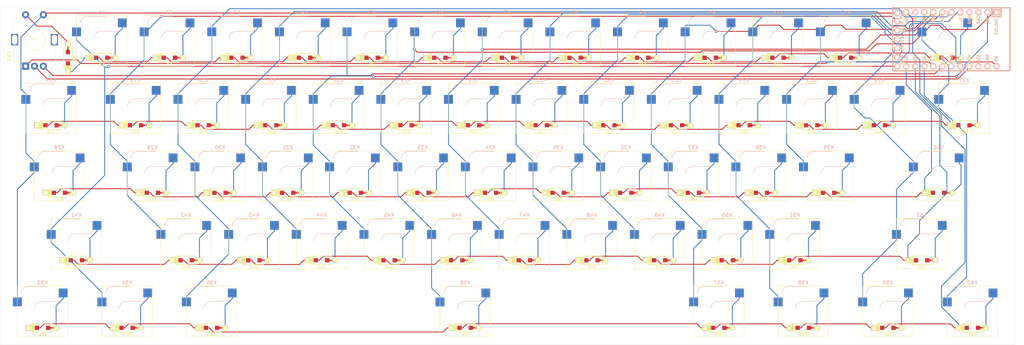
<source format=kicad_pcb>
(kicad_pcb (version 20171130) (host pcbnew "(5.1.9)-1")
  (layers (0 F.Cu signal) (31 B.Cu signal) (34 B.Paste user) (35 F.Paste user) (36 B.SilkS user) (37 F.SilkS user) (38 B.Mask user) (39 F.Mask user) (44 Edge.Cuts user))
  (net 0 "")
  (net 1 "Net-(D1-Pad2)")
  (net 2 /row0)
  (net 3 "Net-(D2-Pad2)")
  (net 4 "Net-(D3-Pad2)")
  (net 5 "Net-(D4-Pad2)")
  (net 6 "Net-(D5-Pad2)")
  (net 7 "Net-(D6-Pad2)")
  (net 8 "Net-(D7-Pad2)")
  (net 9 "Net-(D8-Pad2)")
  (net 10 "Net-(D9-Pad2)")
  (net 11 "Net-(D10-Pad2)")
  (net 12 "Net-(D11-Pad2)")
  (net 13 "Net-(D12-Pad2)")
  (net 14 "Net-(D13-Pad2)")
  (net 15 "Net-(D14-Pad2)")
  (net 16 "Net-(D15-Pad2)")
  (net 17 /row1)
  (net 18 "Net-(D16-Pad2)")
  (net 19 "Net-(D17-Pad2)")
  (net 20 "Net-(D18-Pad2)")
  (net 21 "Net-(D19-Pad2)")
  (net 22 "Net-(D20-Pad2)")
  (net 23 "Net-(D21-Pad2)")
  (net 24 "Net-(D22-Pad2)")
  (net 25 "Net-(D23-Pad2)")
  (net 26 "Net-(D24-Pad2)")
  (net 27 "Net-(D25-Pad2)")
  (net 28 "Net-(D26-Pad2)")
  (net 29 "Net-(D27-Pad2)")
  (net 30 "Net-(D28-Pad2)")
  (net 31 "Net-(D29-Pad2)")
  (net 32 /row2)
  (net 33 "Net-(D30-Pad2)")
  (net 34 "Net-(D31-Pad2)")
  (net 35 "Net-(D32-Pad2)")
  (net 36 "Net-(D33-Pad2)")
  (net 37 "Net-(D34-Pad2)")
  (net 38 "Net-(D35-Pad2)")
  (net 39 "Net-(D36-Pad2)")
  (net 40 "Net-(D37-Pad2)")
  (net 41 "Net-(D38-Pad2)")
  (net 42 "Net-(D39-Pad2)")
  (net 43 "Net-(D40-Pad2)")
  (net 44 "Net-(D41-Pad2)")
  (net 45 "Net-(D42-Pad2)")
  (net 46 /row3)
  (net 47 "Net-(D43-Pad2)")
  (net 48 "Net-(D44-Pad2)")
  (net 49 "Net-(D45-Pad2)")
  (net 50 "Net-(D46-Pad2)")
  (net 51 "Net-(D47-Pad2)")
  (net 52 "Net-(D48-Pad2)")
  (net 53 "Net-(D49-Pad2)")
  (net 54 "Net-(D50-Pad2)")
  (net 55 "Net-(D51-Pad2)")
  (net 56 "Net-(D52-Pad2)")
  (net 57 "Net-(D53-Pad2)")
  (net 58 "Net-(D54-Pad2)")
  (net 59 /row4)
  (net 60 "Net-(D55-Pad2)")
  (net 61 "Net-(D56-Pad2)")
  (net 62 "Net-(D57-Pad2)")
  (net 63 "Net-(D58-Pad2)")
  (net 64 "Net-(D59-Pad2)")
  (net 65 "Net-(D60-Pad2)")
  (net 66 "Net-(D61-Pad2)")
  (net 67 /col1)
  (net 68 /col2)
  (net 69 /col3)
  (net 70 /col4)
  (net 71 /col5)
  (net 72 /col6)
  (net 73 /col7)
  (net 74 /col8)
  (net 75 /col9)
  (net 76 /col10)
  (net 77 /col11)
  (net 78 /col12)
  (net 79 /col14)
  (net 80 /col0)
  (net 81 /col13)
  (net 82 /rotA)
  (net 83 /vcc)
  (net 84 /rotB)
  (net 85 "Net-(U1-Pad4)")
  (net 86 "Net-(U1-Pad10)")
  (net 87 "Net-(U1-Pad22)")
  (net 88 "Net-(U1-Pad23)")
  (net 89 "Net-(U1-Pad27)")
  (net 90 +5V)
  (module keyboard_parts:D_SOD123_axial (layer F.Cu) (at 85.725 78.5808 90)
    (fp_text reference D1 (at 0 1.925 90) (layer F.SilkS) (effects (font (size 0.8 0.8))))
    (fp_text value D hide)
    (pad 2 smd rect (at 1.575 0 90) (size 1.2 1.2) (layers F.Cu F.Paste F.Mask) (net 1 "Net-(D1-Pad2)"))
    (pad 1 smd rect (at -1.575 0 90) (size 1.2 1.2) (layers F.Cu F.Paste F.Mask) (net 2 /row0))
    (pad 1 thru_hole rect (at -3.9 0 90) (size 1.6 1.6) (drill 0.7) (layers *.Cu *.Mask F.SilkS) (net 2 /row0))
    (pad 2 thru_hole circle (at 3.9 0 90) (size 1.6 1.6) (drill 0.7) (layers *.Cu *.Mask F.SilkS) (net 1 "Net-(D1-Pad2)"))
    (pad 1 smd rect (at -2.7 0 90) (size 2.5 0.5) (layers F.Cu) (net 2 /row0))
    (pad 2 smd rect (at 2.7 0 90) (size 2.5 0.5) (layers F.Cu) (net 1 "Net-(D1-Pad2)"))
  )
  (module keyboard_parts:D_SOD123_axial (layer F.Cu) (at 95.25 78.5808)
    (fp_text reference D2 (at 0 1.925) (layer F.SilkS) (effects (font (size 0.8 0.8))))
    (fp_text value D hide)
    (pad 2 smd rect (at 1.575 0) (size 1.2 1.2) (layers F.Cu F.Paste F.Mask) (net 3 "Net-(D2-Pad2)"))
    (pad 1 smd rect (at -1.575 0) (size 1.2 1.2) (layers F.Cu F.Paste F.Mask) (net 2 /row0))
    (pad 1 thru_hole rect (at -3.9 0) (size 1.6 1.6) (drill 0.7) (layers *.Cu *.Mask F.SilkS) (net 2 /row0))
    (pad 2 thru_hole circle (at 3.9 0) (size 1.6 1.6) (drill 0.7) (layers *.Cu *.Mask F.SilkS) (net 3 "Net-(D2-Pad2)"))
    (pad 1 smd rect (at -2.7 0) (size 2.5 0.5) (layers F.Cu) (net 2 /row0))
    (pad 2 smd rect (at 2.7 0) (size 2.5 0.5) (layers F.Cu) (net 3 "Net-(D2-Pad2)"))
  )
  (module keyboard_parts:D_SOD123_axial (layer F.Cu) (at 114.3 78.5808)
    (fp_text reference D3 (at 0 1.925) (layer F.SilkS) (effects (font (size 0.8 0.8))))
    (fp_text value D hide)
    (pad 2 smd rect (at 1.575 0) (size 1.2 1.2) (layers F.Cu F.Paste F.Mask) (net 4 "Net-(D3-Pad2)"))
    (pad 1 smd rect (at -1.575 0) (size 1.2 1.2) (layers F.Cu F.Paste F.Mask) (net 2 /row0))
    (pad 1 thru_hole rect (at -3.9 0) (size 1.6 1.6) (drill 0.7) (layers *.Cu *.Mask F.SilkS) (net 2 /row0))
    (pad 2 thru_hole circle (at 3.9 0) (size 1.6 1.6) (drill 0.7) (layers *.Cu *.Mask F.SilkS) (net 4 "Net-(D3-Pad2)"))
    (pad 1 smd rect (at -2.7 0) (size 2.5 0.5) (layers F.Cu) (net 2 /row0))
    (pad 2 smd rect (at 2.7 0) (size 2.5 0.5) (layers F.Cu) (net 4 "Net-(D3-Pad2)"))
  )
  (module keyboard_parts:D_SOD123_axial (layer F.Cu) (at 133.35 78.5808)
    (fp_text reference D4 (at 0 1.925) (layer F.SilkS) (effects (font (size 0.8 0.8))))
    (fp_text value D hide)
    (pad 2 smd rect (at 2.7 0) (size 2.5 0.5) (layers F.Cu) (net 5 "Net-(D4-Pad2)"))
    (pad 1 smd rect (at -2.7 0) (size 2.5 0.5) (layers F.Cu) (net 2 /row0))
    (pad 2 thru_hole circle (at 3.9 0) (size 1.6 1.6) (drill 0.7) (layers *.Cu *.Mask F.SilkS) (net 5 "Net-(D4-Pad2)"))
    (pad 1 thru_hole rect (at -3.9 0) (size 1.6 1.6) (drill 0.7) (layers *.Cu *.Mask F.SilkS) (net 2 /row0))
    (pad 1 smd rect (at -1.575 0) (size 1.2 1.2) (layers F.Cu F.Paste F.Mask) (net 2 /row0))
    (pad 2 smd rect (at 1.575 0) (size 1.2 1.2) (layers F.Cu F.Paste F.Mask) (net 5 "Net-(D4-Pad2)"))
  )
  (module keyboard_parts:D_SOD123_axial (layer F.Cu) (at 152.4 78.5808)
    (fp_text reference D5 (at 0 1.925) (layer F.SilkS) (effects (font (size 0.8 0.8))))
    (fp_text value D hide)
    (pad 2 smd rect (at 1.575 0) (size 1.2 1.2) (layers F.Cu F.Paste F.Mask) (net 6 "Net-(D5-Pad2)"))
    (pad 1 smd rect (at -1.575 0) (size 1.2 1.2) (layers F.Cu F.Paste F.Mask) (net 2 /row0))
    (pad 1 thru_hole rect (at -3.9 0) (size 1.6 1.6) (drill 0.7) (layers *.Cu *.Mask F.SilkS) (net 2 /row0))
    (pad 2 thru_hole circle (at 3.9 0) (size 1.6 1.6) (drill 0.7) (layers *.Cu *.Mask F.SilkS) (net 6 "Net-(D5-Pad2)"))
    (pad 1 smd rect (at -2.7 0) (size 2.5 0.5) (layers F.Cu) (net 2 /row0))
    (pad 2 smd rect (at 2.7 0) (size 2.5 0.5) (layers F.Cu) (net 6 "Net-(D5-Pad2)"))
  )
  (module keyboard_parts:D_SOD123_axial (layer F.Cu) (at 171.45 78.5808)
    (fp_text reference D6 (at 0 1.925) (layer F.SilkS) (effects (font (size 0.8 0.8))))
    (fp_text value D hide)
    (pad 2 smd rect (at 1.575 0) (size 1.2 1.2) (layers F.Cu F.Paste F.Mask) (net 7 "Net-(D6-Pad2)"))
    (pad 1 smd rect (at -1.575 0) (size 1.2 1.2) (layers F.Cu F.Paste F.Mask) (net 2 /row0))
    (pad 1 thru_hole rect (at -3.9 0) (size 1.6 1.6) (drill 0.7) (layers *.Cu *.Mask F.SilkS) (net 2 /row0))
    (pad 2 thru_hole circle (at 3.9 0) (size 1.6 1.6) (drill 0.7) (layers *.Cu *.Mask F.SilkS) (net 7 "Net-(D6-Pad2)"))
    (pad 1 smd rect (at -2.7 0) (size 2.5 0.5) (layers F.Cu) (net 2 /row0))
    (pad 2 smd rect (at 2.7 0) (size 2.5 0.5) (layers F.Cu) (net 7 "Net-(D6-Pad2)"))
  )
  (module keyboard_parts:D_SOD123_axial (layer F.Cu) (at 190.5 78.5808)
    (fp_text reference D7 (at 0 1.925) (layer F.SilkS) (effects (font (size 0.8 0.8))))
    (fp_text value D hide)
    (pad 2 smd rect (at 2.7 0) (size 2.5 0.5) (layers F.Cu) (net 8 "Net-(D7-Pad2)"))
    (pad 1 smd rect (at -2.7 0) (size 2.5 0.5) (layers F.Cu) (net 2 /row0))
    (pad 2 thru_hole circle (at 3.9 0) (size 1.6 1.6) (drill 0.7) (layers *.Cu *.Mask F.SilkS) (net 8 "Net-(D7-Pad2)"))
    (pad 1 thru_hole rect (at -3.9 0) (size 1.6 1.6) (drill 0.7) (layers *.Cu *.Mask F.SilkS) (net 2 /row0))
    (pad 1 smd rect (at -1.575 0) (size 1.2 1.2) (layers F.Cu F.Paste F.Mask) (net 2 /row0))
    (pad 2 smd rect (at 1.575 0) (size 1.2 1.2) (layers F.Cu F.Paste F.Mask) (net 8 "Net-(D7-Pad2)"))
  )
  (module keyboard_parts:D_SOD123_axial (layer F.Cu) (at 209.55 78.5808)
    (fp_text reference D8 (at 0 1.925) (layer F.SilkS) (effects (font (size 0.8 0.8))))
    (fp_text value D hide)
    (pad 2 smd rect (at 1.575 0) (size 1.2 1.2) (layers F.Cu F.Paste F.Mask) (net 9 "Net-(D8-Pad2)"))
    (pad 1 smd rect (at -1.575 0) (size 1.2 1.2) (layers F.Cu F.Paste F.Mask) (net 2 /row0))
    (pad 1 thru_hole rect (at -3.9 0) (size 1.6 1.6) (drill 0.7) (layers *.Cu *.Mask F.SilkS) (net 2 /row0))
    (pad 2 thru_hole circle (at 3.9 0) (size 1.6 1.6) (drill 0.7) (layers *.Cu *.Mask F.SilkS) (net 9 "Net-(D8-Pad2)"))
    (pad 1 smd rect (at -2.7 0) (size 2.5 0.5) (layers F.Cu) (net 2 /row0))
    (pad 2 smd rect (at 2.7 0) (size 2.5 0.5) (layers F.Cu) (net 9 "Net-(D8-Pad2)"))
  )
  (module keyboard_parts:D_SOD123_axial (layer F.Cu) (at 228.6 78.5808)
    (fp_text reference D9 (at 0 1.925) (layer F.SilkS) (effects (font (size 0.8 0.8))))
    (fp_text value D hide)
    (pad 2 smd rect (at 1.575 0) (size 1.2 1.2) (layers F.Cu F.Paste F.Mask) (net 10 "Net-(D9-Pad2)"))
    (pad 1 smd rect (at -1.575 0) (size 1.2 1.2) (layers F.Cu F.Paste F.Mask) (net 2 /row0))
    (pad 1 thru_hole rect (at -3.9 0) (size 1.6 1.6) (drill 0.7) (layers *.Cu *.Mask F.SilkS) (net 2 /row0))
    (pad 2 thru_hole circle (at 3.9 0) (size 1.6 1.6) (drill 0.7) (layers *.Cu *.Mask F.SilkS) (net 10 "Net-(D9-Pad2)"))
    (pad 1 smd rect (at -2.7 0) (size 2.5 0.5) (layers F.Cu) (net 2 /row0))
    (pad 2 smd rect (at 2.7 0) (size 2.5 0.5) (layers F.Cu) (net 10 "Net-(D9-Pad2)"))
  )
  (module keyboard_parts:D_SOD123_axial (layer F.Cu) (at 247.65 78.5808)
    (fp_text reference D10 (at 0 1.925) (layer F.SilkS) (effects (font (size 0.8 0.8))))
    (fp_text value D hide)
    (pad 2 smd rect (at 2.7 0) (size 2.5 0.5) (layers F.Cu) (net 11 "Net-(D10-Pad2)"))
    (pad 1 smd rect (at -2.7 0) (size 2.5 0.5) (layers F.Cu) (net 2 /row0))
    (pad 2 thru_hole circle (at 3.9 0) (size 1.6 1.6) (drill 0.7) (layers *.Cu *.Mask F.SilkS) (net 11 "Net-(D10-Pad2)"))
    (pad 1 thru_hole rect (at -3.9 0) (size 1.6 1.6) (drill 0.7) (layers *.Cu *.Mask F.SilkS) (net 2 /row0))
    (pad 1 smd rect (at -1.575 0) (size 1.2 1.2) (layers F.Cu F.Paste F.Mask) (net 2 /row0))
    (pad 2 smd rect (at 1.575 0) (size 1.2 1.2) (layers F.Cu F.Paste F.Mask) (net 11 "Net-(D10-Pad2)"))
  )
  (module keyboard_parts:D_SOD123_axial (layer F.Cu) (at 266.7 78.5808)
    (fp_text reference D11 (at 0 1.925) (layer F.SilkS) (effects (font (size 0.8 0.8))))
    (fp_text value D hide)
    (pad 2 smd rect (at 2.7 0) (size 2.5 0.5) (layers F.Cu) (net 12 "Net-(D11-Pad2)"))
    (pad 1 smd rect (at -2.7 0) (size 2.5 0.5) (layers F.Cu) (net 2 /row0))
    (pad 2 thru_hole circle (at 3.9 0) (size 1.6 1.6) (drill 0.7) (layers *.Cu *.Mask F.SilkS) (net 12 "Net-(D11-Pad2)"))
    (pad 1 thru_hole rect (at -3.9 0) (size 1.6 1.6) (drill 0.7) (layers *.Cu *.Mask F.SilkS) (net 2 /row0))
    (pad 1 smd rect (at -1.575 0) (size 1.2 1.2) (layers F.Cu F.Paste F.Mask) (net 2 /row0))
    (pad 2 smd rect (at 1.575 0) (size 1.2 1.2) (layers F.Cu F.Paste F.Mask) (net 12 "Net-(D11-Pad2)"))
  )
  (module keyboard_parts:D_SOD123_axial (layer F.Cu) (at 285.75 78.5808)
    (fp_text reference D12 (at 0 1.925) (layer F.SilkS) (effects (font (size 0.8 0.8))))
    (fp_text value D hide)
    (pad 2 smd rect (at 1.575 0) (size 1.2 1.2) (layers F.Cu F.Paste F.Mask) (net 13 "Net-(D12-Pad2)"))
    (pad 1 smd rect (at -1.575 0) (size 1.2 1.2) (layers F.Cu F.Paste F.Mask) (net 2 /row0))
    (pad 1 thru_hole rect (at -3.9 0) (size 1.6 1.6) (drill 0.7) (layers *.Cu *.Mask F.SilkS) (net 2 /row0))
    (pad 2 thru_hole circle (at 3.9 0) (size 1.6 1.6) (drill 0.7) (layers *.Cu *.Mask F.SilkS) (net 13 "Net-(D12-Pad2)"))
    (pad 1 smd rect (at -2.7 0) (size 2.5 0.5) (layers F.Cu) (net 2 /row0))
    (pad 2 smd rect (at 2.7 0) (size 2.5 0.5) (layers F.Cu) (net 13 "Net-(D12-Pad2)"))
  )
  (module keyboard_parts:D_SOD123_axial (layer F.Cu) (at 304.8 78.5808)
    (fp_text reference D13 (at 0 1.925) (layer F.SilkS) (effects (font (size 0.8 0.8))))
    (fp_text value D hide)
    (pad 2 smd rect (at 2.7 0) (size 2.5 0.5) (layers F.Cu) (net 14 "Net-(D13-Pad2)"))
    (pad 1 smd rect (at -2.7 0) (size 2.5 0.5) (layers F.Cu) (net 2 /row0))
    (pad 2 thru_hole circle (at 3.9 0) (size 1.6 1.6) (drill 0.7) (layers *.Cu *.Mask F.SilkS) (net 14 "Net-(D13-Pad2)"))
    (pad 1 thru_hole rect (at -3.9 0) (size 1.6 1.6) (drill 0.7) (layers *.Cu *.Mask F.SilkS) (net 2 /row0))
    (pad 1 smd rect (at -1.575 0) (size 1.2 1.2) (layers F.Cu F.Paste F.Mask) (net 2 /row0))
    (pad 2 smd rect (at 1.575 0) (size 1.2 1.2) (layers F.Cu F.Paste F.Mask) (net 14 "Net-(D13-Pad2)"))
  )
  (module keyboard_parts:D_SOD123_axial (layer F.Cu) (at 333.376 78.5808)
    (fp_text reference D14 (at 0 1.925) (layer F.SilkS) (effects (font (size 0.8 0.8))))
    (fp_text value D hide)
    (pad 2 smd rect (at 2.7 0) (size 2.5 0.5) (layers F.Cu) (net 15 "Net-(D14-Pad2)"))
    (pad 1 smd rect (at -2.7 0) (size 2.5 0.5) (layers F.Cu) (net 2 /row0))
    (pad 2 thru_hole circle (at 3.9 0) (size 1.6 1.6) (drill 0.7) (layers *.Cu *.Mask F.SilkS) (net 15 "Net-(D14-Pad2)"))
    (pad 1 thru_hole rect (at -3.9 0) (size 1.6 1.6) (drill 0.7) (layers *.Cu *.Mask F.SilkS) (net 2 /row0))
    (pad 1 smd rect (at -1.575 0) (size 1.2 1.2) (layers F.Cu F.Paste F.Mask) (net 2 /row0))
    (pad 2 smd rect (at 1.575 0) (size 1.2 1.2) (layers F.Cu F.Paste F.Mask) (net 15 "Net-(D14-Pad2)"))
  )
  (module keyboard_parts:D_SOD123_axial (layer F.Cu) (at 80.9625 97.6308)
    (fp_text reference D15 (at 0 1.925) (layer F.SilkS) (effects (font (size 0.8 0.8))))
    (fp_text value D hide)
    (pad 2 smd rect (at 2.7 0) (size 2.5 0.5) (layers F.Cu) (net 16 "Net-(D15-Pad2)"))
    (pad 1 smd rect (at -2.7 0) (size 2.5 0.5) (layers F.Cu) (net 17 /row1))
    (pad 2 thru_hole circle (at 3.9 0) (size 1.6 1.6) (drill 0.7) (layers *.Cu *.Mask F.SilkS) (net 16 "Net-(D15-Pad2)"))
    (pad 1 thru_hole rect (at -3.9 0) (size 1.6 1.6) (drill 0.7) (layers *.Cu *.Mask F.SilkS) (net 17 /row1))
    (pad 1 smd rect (at -1.575 0) (size 1.2 1.2) (layers F.Cu F.Paste F.Mask) (net 17 /row1))
    (pad 2 smd rect (at 1.575 0) (size 1.2 1.2) (layers F.Cu F.Paste F.Mask) (net 16 "Net-(D15-Pad2)"))
  )
  (module keyboard_parts:D_SOD123_axial (layer F.Cu) (at 104.775 97.6308)
    (fp_text reference D16 (at 0 1.925) (layer F.SilkS) (effects (font (size 0.8 0.8))))
    (fp_text value D hide)
    (pad 2 smd rect (at 2.7 0) (size 2.5 0.5) (layers F.Cu) (net 18 "Net-(D16-Pad2)"))
    (pad 1 smd rect (at -2.7 0) (size 2.5 0.5) (layers F.Cu) (net 17 /row1))
    (pad 2 thru_hole circle (at 3.9 0) (size 1.6 1.6) (drill 0.7) (layers *.Cu *.Mask F.SilkS) (net 18 "Net-(D16-Pad2)"))
    (pad 1 thru_hole rect (at -3.9 0) (size 1.6 1.6) (drill 0.7) (layers *.Cu *.Mask F.SilkS) (net 17 /row1))
    (pad 1 smd rect (at -1.575 0) (size 1.2 1.2) (layers F.Cu F.Paste F.Mask) (net 17 /row1))
    (pad 2 smd rect (at 1.575 0) (size 1.2 1.2) (layers F.Cu F.Paste F.Mask) (net 18 "Net-(D16-Pad2)"))
  )
  (module keyboard_parts:D_SOD123_axial (layer F.Cu) (at 123.825 97.6308)
    (fp_text reference D17 (at 0 1.925) (layer F.SilkS) (effects (font (size 0.8 0.8))))
    (fp_text value D hide)
    (pad 2 smd rect (at 1.575 0) (size 1.2 1.2) (layers F.Cu F.Paste F.Mask) (net 19 "Net-(D17-Pad2)"))
    (pad 1 smd rect (at -1.575 0) (size 1.2 1.2) (layers F.Cu F.Paste F.Mask) (net 17 /row1))
    (pad 1 thru_hole rect (at -3.9 0) (size 1.6 1.6) (drill 0.7) (layers *.Cu *.Mask F.SilkS) (net 17 /row1))
    (pad 2 thru_hole circle (at 3.9 0) (size 1.6 1.6) (drill 0.7) (layers *.Cu *.Mask F.SilkS) (net 19 "Net-(D17-Pad2)"))
    (pad 1 smd rect (at -2.7 0) (size 2.5 0.5) (layers F.Cu) (net 17 /row1))
    (pad 2 smd rect (at 2.7 0) (size 2.5 0.5) (layers F.Cu) (net 19 "Net-(D17-Pad2)"))
  )
  (module keyboard_parts:D_SOD123_axial (layer F.Cu) (at 142.875 97.6308)
    (fp_text reference D18 (at 0 1.925) (layer F.SilkS) (effects (font (size 0.8 0.8))))
    (fp_text value D hide)
    (pad 2 smd rect (at 2.7 0) (size 2.5 0.5) (layers F.Cu) (net 20 "Net-(D18-Pad2)"))
    (pad 1 smd rect (at -2.7 0) (size 2.5 0.5) (layers F.Cu) (net 17 /row1))
    (pad 2 thru_hole circle (at 3.9 0) (size 1.6 1.6) (drill 0.7) (layers *.Cu *.Mask F.SilkS) (net 20 "Net-(D18-Pad2)"))
    (pad 1 thru_hole rect (at -3.9 0) (size 1.6 1.6) (drill 0.7) (layers *.Cu *.Mask F.SilkS) (net 17 /row1))
    (pad 1 smd rect (at -1.575 0) (size 1.2 1.2) (layers F.Cu F.Paste F.Mask) (net 17 /row1))
    (pad 2 smd rect (at 1.575 0) (size 1.2 1.2) (layers F.Cu F.Paste F.Mask) (net 20 "Net-(D18-Pad2)"))
  )
  (module keyboard_parts:D_SOD123_axial (layer F.Cu) (at 161.926 97.6308)
    (fp_text reference D19 (at 0 1.925) (layer F.SilkS) (effects (font (size 0.8 0.8))))
    (fp_text value D hide)
    (pad 2 smd rect (at 2.7 0) (size 2.5 0.5) (layers F.Cu) (net 21 "Net-(D19-Pad2)"))
    (pad 1 smd rect (at -2.7 0) (size 2.5 0.5) (layers F.Cu) (net 17 /row1))
    (pad 2 thru_hole circle (at 3.9 0) (size 1.6 1.6) (drill 0.7) (layers *.Cu *.Mask F.SilkS) (net 21 "Net-(D19-Pad2)"))
    (pad 1 thru_hole rect (at -3.9 0) (size 1.6 1.6) (drill 0.7) (layers *.Cu *.Mask F.SilkS) (net 17 /row1))
    (pad 1 smd rect (at -1.575 0) (size 1.2 1.2) (layers F.Cu F.Paste F.Mask) (net 17 /row1))
    (pad 2 smd rect (at 1.575 0) (size 1.2 1.2) (layers F.Cu F.Paste F.Mask) (net 21 "Net-(D19-Pad2)"))
  )
  (module keyboard_parts:D_SOD123_axial (layer F.Cu) (at 180.976 97.6308)
    (fp_text reference D20 (at 0 1.925) (layer F.SilkS) (effects (font (size 0.8 0.8))))
    (fp_text value D hide)
    (pad 2 smd rect (at 1.575 0) (size 1.2 1.2) (layers F.Cu F.Paste F.Mask) (net 22 "Net-(D20-Pad2)"))
    (pad 1 smd rect (at -1.575 0) (size 1.2 1.2) (layers F.Cu F.Paste F.Mask) (net 17 /row1))
    (pad 1 thru_hole rect (at -3.9 0) (size 1.6 1.6) (drill 0.7) (layers *.Cu *.Mask F.SilkS) (net 17 /row1))
    (pad 2 thru_hole circle (at 3.9 0) (size 1.6 1.6) (drill 0.7) (layers *.Cu *.Mask F.SilkS) (net 22 "Net-(D20-Pad2)"))
    (pad 1 smd rect (at -2.7 0) (size 2.5 0.5) (layers F.Cu) (net 17 /row1))
    (pad 2 smd rect (at 2.7 0) (size 2.5 0.5) (layers F.Cu) (net 22 "Net-(D20-Pad2)"))
  )
  (module keyboard_parts:D_SOD123_axial (layer F.Cu) (at 200.026 97.6308)
    (fp_text reference D21 (at 0 1.925) (layer F.SilkS) (effects (font (size 0.8 0.8))))
    (fp_text value D hide)
    (pad 2 smd rect (at 1.575 0) (size 1.2 1.2) (layers F.Cu F.Paste F.Mask) (net 23 "Net-(D21-Pad2)"))
    (pad 1 smd rect (at -1.575 0) (size 1.2 1.2) (layers F.Cu F.Paste F.Mask) (net 17 /row1))
    (pad 1 thru_hole rect (at -3.9 0) (size 1.6 1.6) (drill 0.7) (layers *.Cu *.Mask F.SilkS) (net 17 /row1))
    (pad 2 thru_hole circle (at 3.9 0) (size 1.6 1.6) (drill 0.7) (layers *.Cu *.Mask F.SilkS) (net 23 "Net-(D21-Pad2)"))
    (pad 1 smd rect (at -2.7 0) (size 2.5 0.5) (layers F.Cu) (net 17 /row1))
    (pad 2 smd rect (at 2.7 0) (size 2.5 0.5) (layers F.Cu) (net 23 "Net-(D21-Pad2)"))
  )
  (module keyboard_parts:D_SOD123_axial (layer F.Cu) (at 219.076 97.6308)
    (fp_text reference D22 (at 0 1.925) (layer F.SilkS) (effects (font (size 0.8 0.8))))
    (fp_text value D hide)
    (pad 2 smd rect (at 1.575 0) (size 1.2 1.2) (layers F.Cu F.Paste F.Mask) (net 24 "Net-(D22-Pad2)"))
    (pad 1 smd rect (at -1.575 0) (size 1.2 1.2) (layers F.Cu F.Paste F.Mask) (net 17 /row1))
    (pad 1 thru_hole rect (at -3.9 0) (size 1.6 1.6) (drill 0.7) (layers *.Cu *.Mask F.SilkS) (net 17 /row1))
    (pad 2 thru_hole circle (at 3.9 0) (size 1.6 1.6) (drill 0.7) (layers *.Cu *.Mask F.SilkS) (net 24 "Net-(D22-Pad2)"))
    (pad 1 smd rect (at -2.7 0) (size 2.5 0.5) (layers F.Cu) (net 17 /row1))
    (pad 2 smd rect (at 2.7 0) (size 2.5 0.5) (layers F.Cu) (net 24 "Net-(D22-Pad2)"))
  )
  (module keyboard_parts:D_SOD123_axial (layer F.Cu) (at 238.126 97.6308)
    (fp_text reference D23 (at 0 1.925) (layer F.SilkS) (effects (font (size 0.8 0.8))))
    (fp_text value D hide)
    (pad 2 smd rect (at 2.7 0) (size 2.5 0.5) (layers F.Cu) (net 25 "Net-(D23-Pad2)"))
    (pad 1 smd rect (at -2.7 0) (size 2.5 0.5) (layers F.Cu) (net 17 /row1))
    (pad 2 thru_hole circle (at 3.9 0) (size 1.6 1.6) (drill 0.7) (layers *.Cu *.Mask F.SilkS) (net 25 "Net-(D23-Pad2)"))
    (pad 1 thru_hole rect (at -3.9 0) (size 1.6 1.6) (drill 0.7) (layers *.Cu *.Mask F.SilkS) (net 17 /row1))
    (pad 1 smd rect (at -1.575 0) (size 1.2 1.2) (layers F.Cu F.Paste F.Mask) (net 17 /row1))
    (pad 2 smd rect (at 1.575 0) (size 1.2 1.2) (layers F.Cu F.Paste F.Mask) (net 25 "Net-(D23-Pad2)"))
  )
  (module keyboard_parts:D_SOD123_axial (layer F.Cu) (at 257.176 97.6308)
    (fp_text reference D24 (at 0 1.925) (layer F.SilkS) (effects (font (size 0.8 0.8))))
    (fp_text value D hide)
    (pad 2 smd rect (at 1.575 0) (size 1.2 1.2) (layers F.Cu F.Paste F.Mask) (net 26 "Net-(D24-Pad2)"))
    (pad 1 smd rect (at -1.575 0) (size 1.2 1.2) (layers F.Cu F.Paste F.Mask) (net 17 /row1))
    (pad 1 thru_hole rect (at -3.9 0) (size 1.6 1.6) (drill 0.7) (layers *.Cu *.Mask F.SilkS) (net 17 /row1))
    (pad 2 thru_hole circle (at 3.9 0) (size 1.6 1.6) (drill 0.7) (layers *.Cu *.Mask F.SilkS) (net 26 "Net-(D24-Pad2)"))
    (pad 1 smd rect (at -2.7 0) (size 2.5 0.5) (layers F.Cu) (net 17 /row1))
    (pad 2 smd rect (at 2.7 0) (size 2.5 0.5) (layers F.Cu) (net 26 "Net-(D24-Pad2)"))
  )
  (module keyboard_parts:D_SOD123_axial (layer F.Cu) (at 276.226 97.6308)
    (fp_text reference D25 (at 0 1.925) (layer F.SilkS) (effects (font (size 0.8 0.8))))
    (fp_text value D hide)
    (pad 2 smd rect (at 2.7 0) (size 2.5 0.5) (layers F.Cu) (net 27 "Net-(D25-Pad2)"))
    (pad 1 smd rect (at -2.7 0) (size 2.5 0.5) (layers F.Cu) (net 17 /row1))
    (pad 2 thru_hole circle (at 3.9 0) (size 1.6 1.6) (drill 0.7) (layers *.Cu *.Mask F.SilkS) (net 27 "Net-(D25-Pad2)"))
    (pad 1 thru_hole rect (at -3.9 0) (size 1.6 1.6) (drill 0.7) (layers *.Cu *.Mask F.SilkS) (net 17 /row1))
    (pad 1 smd rect (at -1.575 0) (size 1.2 1.2) (layers F.Cu F.Paste F.Mask) (net 17 /row1))
    (pad 2 smd rect (at 1.575 0) (size 1.2 1.2) (layers F.Cu F.Paste F.Mask) (net 27 "Net-(D25-Pad2)"))
  )
  (module keyboard_parts:D_SOD123_axial (layer F.Cu) (at 295.276 97.6308)
    (fp_text reference D26 (at 0 1.925) (layer F.SilkS) (effects (font (size 0.8 0.8))))
    (fp_text value D hide)
    (pad 2 smd rect (at 1.575 0) (size 1.2 1.2) (layers F.Cu F.Paste F.Mask) (net 28 "Net-(D26-Pad2)"))
    (pad 1 smd rect (at -1.575 0) (size 1.2 1.2) (layers F.Cu F.Paste F.Mask) (net 17 /row1))
    (pad 1 thru_hole rect (at -3.9 0) (size 1.6 1.6) (drill 0.7) (layers *.Cu *.Mask F.SilkS) (net 17 /row1))
    (pad 2 thru_hole circle (at 3.9 0) (size 1.6 1.6) (drill 0.7) (layers *.Cu *.Mask F.SilkS) (net 28 "Net-(D26-Pad2)"))
    (pad 1 smd rect (at -2.7 0) (size 2.5 0.5) (layers F.Cu) (net 17 /row1))
    (pad 2 smd rect (at 2.7 0) (size 2.5 0.5) (layers F.Cu) (net 28 "Net-(D26-Pad2)"))
  )
  (module keyboard_parts:D_SOD123_axial (layer F.Cu) (at 314.326 97.6308)
    (fp_text reference D27 (at 0 1.925) (layer F.SilkS) (effects (font (size 0.8 0.8))))
    (fp_text value D hide)
    (pad 2 smd rect (at 2.7 0) (size 2.5 0.5) (layers F.Cu) (net 29 "Net-(D27-Pad2)"))
    (pad 1 smd rect (at -2.7 0) (size 2.5 0.5) (layers F.Cu) (net 17 /row1))
    (pad 2 thru_hole circle (at 3.9 0) (size 1.6 1.6) (drill 0.7) (layers *.Cu *.Mask F.SilkS) (net 29 "Net-(D27-Pad2)"))
    (pad 1 thru_hole rect (at -3.9 0) (size 1.6 1.6) (drill 0.7) (layers *.Cu *.Mask F.SilkS) (net 17 /row1))
    (pad 1 smd rect (at -1.575 0) (size 1.2 1.2) (layers F.Cu F.Paste F.Mask) (net 17 /row1))
    (pad 2 smd rect (at 1.575 0) (size 1.2 1.2) (layers F.Cu F.Paste F.Mask) (net 29 "Net-(D27-Pad2)"))
  )
  (module keyboard_parts:D_SOD123_axial (layer F.Cu) (at 338.138 97.6308)
    (fp_text reference D28 (at 0 1.925) (layer F.SilkS) (effects (font (size 0.8 0.8))))
    (fp_text value D hide)
    (pad 2 smd rect (at 1.575 0) (size 1.2 1.2) (layers F.Cu F.Paste F.Mask) (net 30 "Net-(D28-Pad2)"))
    (pad 1 smd rect (at -1.575 0) (size 1.2 1.2) (layers F.Cu F.Paste F.Mask) (net 17 /row1))
    (pad 1 thru_hole rect (at -3.9 0) (size 1.6 1.6) (drill 0.7) (layers *.Cu *.Mask F.SilkS) (net 17 /row1))
    (pad 2 thru_hole circle (at 3.9 0) (size 1.6 1.6) (drill 0.7) (layers *.Cu *.Mask F.SilkS) (net 30 "Net-(D28-Pad2)"))
    (pad 1 smd rect (at -2.7 0) (size 2.5 0.5) (layers F.Cu) (net 17 /row1))
    (pad 2 smd rect (at 2.7 0) (size 2.5 0.5) (layers F.Cu) (net 30 "Net-(D28-Pad2)"))
  )
  (module keyboard_parts:D_SOD123_axial (layer F.Cu) (at 83.3437 116.681)
    (fp_text reference D29 (at 0 1.925) (layer F.SilkS) (effects (font (size 0.8 0.8))))
    (fp_text value D hide)
    (pad 2 smd rect (at 1.575 0) (size 1.2 1.2) (layers F.Cu F.Paste F.Mask) (net 31 "Net-(D29-Pad2)"))
    (pad 1 smd rect (at -1.575 0) (size 1.2 1.2) (layers F.Cu F.Paste F.Mask) (net 32 /row2))
    (pad 1 thru_hole rect (at -3.9 0) (size 1.6 1.6) (drill 0.7) (layers *.Cu *.Mask F.SilkS) (net 32 /row2))
    (pad 2 thru_hole circle (at 3.9 0) (size 1.6 1.6) (drill 0.7) (layers *.Cu *.Mask F.SilkS) (net 31 "Net-(D29-Pad2)"))
    (pad 1 smd rect (at -2.7 0) (size 2.5 0.5) (layers F.Cu) (net 32 /row2))
    (pad 2 smd rect (at 2.7 0) (size 2.5 0.5) (layers F.Cu) (net 31 "Net-(D29-Pad2)"))
  )
  (module keyboard_parts:D_SOD123_axial (layer F.Cu) (at 109.538 116.681)
    (fp_text reference D30 (at 0 1.925) (layer F.SilkS) (effects (font (size 0.8 0.8))))
    (fp_text value D hide)
    (pad 2 smd rect (at 1.575 0) (size 1.2 1.2) (layers F.Cu F.Paste F.Mask) (net 33 "Net-(D30-Pad2)"))
    (pad 1 smd rect (at -1.575 0) (size 1.2 1.2) (layers F.Cu F.Paste F.Mask) (net 32 /row2))
    (pad 1 thru_hole rect (at -3.9 0) (size 1.6 1.6) (drill 0.7) (layers *.Cu *.Mask F.SilkS) (net 32 /row2))
    (pad 2 thru_hole circle (at 3.9 0) (size 1.6 1.6) (drill 0.7) (layers *.Cu *.Mask F.SilkS) (net 33 "Net-(D30-Pad2)"))
    (pad 1 smd rect (at -2.7 0) (size 2.5 0.5) (layers F.Cu) (net 32 /row2))
    (pad 2 smd rect (at 2.7 0) (size 2.5 0.5) (layers F.Cu) (net 33 "Net-(D30-Pad2)"))
  )
  (module keyboard_parts:D_SOD123_axial (layer F.Cu) (at 128.588 116.681)
    (fp_text reference D31 (at 0 1.925) (layer F.SilkS) (effects (font (size 0.8 0.8))))
    (fp_text value D hide)
    (pad 2 smd rect (at 1.575 0) (size 1.2 1.2) (layers F.Cu F.Paste F.Mask) (net 34 "Net-(D31-Pad2)"))
    (pad 1 smd rect (at -1.575 0) (size 1.2 1.2) (layers F.Cu F.Paste F.Mask) (net 32 /row2))
    (pad 1 thru_hole rect (at -3.9 0) (size 1.6 1.6) (drill 0.7) (layers *.Cu *.Mask F.SilkS) (net 32 /row2))
    (pad 2 thru_hole circle (at 3.9 0) (size 1.6 1.6) (drill 0.7) (layers *.Cu *.Mask F.SilkS) (net 34 "Net-(D31-Pad2)"))
    (pad 1 smd rect (at -2.7 0) (size 2.5 0.5) (layers F.Cu) (net 32 /row2))
    (pad 2 smd rect (at 2.7 0) (size 2.5 0.5) (layers F.Cu) (net 34 "Net-(D31-Pad2)"))
  )
  (module keyboard_parts:D_SOD123_axial (layer F.Cu) (at 147.638 116.681)
    (fp_text reference D32 (at 0 1.925) (layer F.SilkS) (effects (font (size 0.8 0.8))))
    (fp_text value D hide)
    (pad 2 smd rect (at 2.7 0) (size 2.5 0.5) (layers F.Cu) (net 35 "Net-(D32-Pad2)"))
    (pad 1 smd rect (at -2.7 0) (size 2.5 0.5) (layers F.Cu) (net 32 /row2))
    (pad 2 thru_hole circle (at 3.9 0) (size 1.6 1.6) (drill 0.7) (layers *.Cu *.Mask F.SilkS) (net 35 "Net-(D32-Pad2)"))
    (pad 1 thru_hole rect (at -3.9 0) (size 1.6 1.6) (drill 0.7) (layers *.Cu *.Mask F.SilkS) (net 32 /row2))
    (pad 1 smd rect (at -1.575 0) (size 1.2 1.2) (layers F.Cu F.Paste F.Mask) (net 32 /row2))
    (pad 2 smd rect (at 1.575 0) (size 1.2 1.2) (layers F.Cu F.Paste F.Mask) (net 35 "Net-(D32-Pad2)"))
  )
  (module keyboard_parts:D_SOD123_axial (layer F.Cu) (at 166.688 116.681)
    (fp_text reference D33 (at 0 1.925) (layer F.SilkS) (effects (font (size 0.8 0.8))))
    (fp_text value D hide)
    (pad 2 smd rect (at 1.575 0) (size 1.2 1.2) (layers F.Cu F.Paste F.Mask) (net 36 "Net-(D33-Pad2)"))
    (pad 1 smd rect (at -1.575 0) (size 1.2 1.2) (layers F.Cu F.Paste F.Mask) (net 32 /row2))
    (pad 1 thru_hole rect (at -3.9 0) (size 1.6 1.6) (drill 0.7) (layers *.Cu *.Mask F.SilkS) (net 32 /row2))
    (pad 2 thru_hole circle (at 3.9 0) (size 1.6 1.6) (drill 0.7) (layers *.Cu *.Mask F.SilkS) (net 36 "Net-(D33-Pad2)"))
    (pad 1 smd rect (at -2.7 0) (size 2.5 0.5) (layers F.Cu) (net 32 /row2))
    (pad 2 smd rect (at 2.7 0) (size 2.5 0.5) (layers F.Cu) (net 36 "Net-(D33-Pad2)"))
  )
  (module keyboard_parts:D_SOD123_axial (layer F.Cu) (at 185.738 116.681)
    (fp_text reference D34 (at 0 1.925) (layer F.SilkS) (effects (font (size 0.8 0.8))))
    (fp_text value D hide)
    (pad 2 smd rect (at 2.7 0) (size 2.5 0.5) (layers F.Cu) (net 37 "Net-(D34-Pad2)"))
    (pad 1 smd rect (at -2.7 0) (size 2.5 0.5) (layers F.Cu) (net 32 /row2))
    (pad 2 thru_hole circle (at 3.9 0) (size 1.6 1.6) (drill 0.7) (layers *.Cu *.Mask F.SilkS) (net 37 "Net-(D34-Pad2)"))
    (pad 1 thru_hole rect (at -3.9 0) (size 1.6 1.6) (drill 0.7) (layers *.Cu *.Mask F.SilkS) (net 32 /row2))
    (pad 1 smd rect (at -1.575 0) (size 1.2 1.2) (layers F.Cu F.Paste F.Mask) (net 32 /row2))
    (pad 2 smd rect (at 1.575 0) (size 1.2 1.2) (layers F.Cu F.Paste F.Mask) (net 37 "Net-(D34-Pad2)"))
  )
  (module keyboard_parts:D_SOD123_axial (layer F.Cu) (at 204.788 116.681)
    (fp_text reference D35 (at 0 1.925) (layer F.SilkS) (effects (font (size 0.8 0.8))))
    (fp_text value D hide)
    (pad 2 smd rect (at 1.575 0) (size 1.2 1.2) (layers F.Cu F.Paste F.Mask) (net 38 "Net-(D35-Pad2)"))
    (pad 1 smd rect (at -1.575 0) (size 1.2 1.2) (layers F.Cu F.Paste F.Mask) (net 32 /row2))
    (pad 1 thru_hole rect (at -3.9 0) (size 1.6 1.6) (drill 0.7) (layers *.Cu *.Mask F.SilkS) (net 32 /row2))
    (pad 2 thru_hole circle (at 3.9 0) (size 1.6 1.6) (drill 0.7) (layers *.Cu *.Mask F.SilkS) (net 38 "Net-(D35-Pad2)"))
    (pad 1 smd rect (at -2.7 0) (size 2.5 0.5) (layers F.Cu) (net 32 /row2))
    (pad 2 smd rect (at 2.7 0) (size 2.5 0.5) (layers F.Cu) (net 38 "Net-(D35-Pad2)"))
  )
  (module keyboard_parts:D_SOD123_axial (layer F.Cu) (at 223.838 116.681)
    (fp_text reference D36 (at 0 1.925) (layer F.SilkS) (effects (font (size 0.8 0.8))))
    (fp_text value D hide)
    (pad 2 smd rect (at 2.7 0) (size 2.5 0.5) (layers F.Cu) (net 39 "Net-(D36-Pad2)"))
    (pad 1 smd rect (at -2.7 0) (size 2.5 0.5) (layers F.Cu) (net 32 /row2))
    (pad 2 thru_hole circle (at 3.9 0) (size 1.6 1.6) (drill 0.7) (layers *.Cu *.Mask F.SilkS) (net 39 "Net-(D36-Pad2)"))
    (pad 1 thru_hole rect (at -3.9 0) (size 1.6 1.6) (drill 0.7) (layers *.Cu *.Mask F.SilkS) (net 32 /row2))
    (pad 1 smd rect (at -1.575 0) (size 1.2 1.2) (layers F.Cu F.Paste F.Mask) (net 32 /row2))
    (pad 2 smd rect (at 1.575 0) (size 1.2 1.2) (layers F.Cu F.Paste F.Mask) (net 39 "Net-(D36-Pad2)"))
  )
  (module keyboard_parts:D_SOD123_axial (layer F.Cu) (at 242.888 116.681)
    (fp_text reference D37 (at 0 1.925) (layer F.SilkS) (effects (font (size 0.8 0.8))))
    (fp_text value D hide)
    (pad 2 smd rect (at 1.575 0) (size 1.2 1.2) (layers F.Cu F.Paste F.Mask) (net 40 "Net-(D37-Pad2)"))
    (pad 1 smd rect (at -1.575 0) (size 1.2 1.2) (layers F.Cu F.Paste F.Mask) (net 32 /row2))
    (pad 1 thru_hole rect (at -3.9 0) (size 1.6 1.6) (drill 0.7) (layers *.Cu *.Mask F.SilkS) (net 32 /row2))
    (pad 2 thru_hole circle (at 3.9 0) (size 1.6 1.6) (drill 0.7) (layers *.Cu *.Mask F.SilkS) (net 40 "Net-(D37-Pad2)"))
    (pad 1 smd rect (at -2.7 0) (size 2.5 0.5) (layers F.Cu) (net 32 /row2))
    (pad 2 smd rect (at 2.7 0) (size 2.5 0.5) (layers F.Cu) (net 40 "Net-(D37-Pad2)"))
  )
  (module keyboard_parts:D_SOD123_axial (layer F.Cu) (at 261.938 116.681)
    (fp_text reference D38 (at 0 1.925) (layer F.SilkS) (effects (font (size 0.8 0.8))))
    (fp_text value D hide)
    (pad 2 smd rect (at 2.7 0) (size 2.5 0.5) (layers F.Cu) (net 41 "Net-(D38-Pad2)"))
    (pad 1 smd rect (at -2.7 0) (size 2.5 0.5) (layers F.Cu) (net 32 /row2))
    (pad 2 thru_hole circle (at 3.9 0) (size 1.6 1.6) (drill 0.7) (layers *.Cu *.Mask F.SilkS) (net 41 "Net-(D38-Pad2)"))
    (pad 1 thru_hole rect (at -3.9 0) (size 1.6 1.6) (drill 0.7) (layers *.Cu *.Mask F.SilkS) (net 32 /row2))
    (pad 1 smd rect (at -1.575 0) (size 1.2 1.2) (layers F.Cu F.Paste F.Mask) (net 32 /row2))
    (pad 2 smd rect (at 1.575 0) (size 1.2 1.2) (layers F.Cu F.Paste F.Mask) (net 41 "Net-(D38-Pad2)"))
  )
  (module keyboard_parts:D_SOD123_axial (layer F.Cu) (at 281.104 116.681)
    (fp_text reference D39 (at 0 1.925) (layer F.SilkS) (effects (font (size 0.8 0.8))))
    (fp_text value D hide)
    (pad 2 smd rect (at 1.575 0) (size 1.2 1.2) (layers F.Cu F.Paste F.Mask) (net 42 "Net-(D39-Pad2)"))
    (pad 1 smd rect (at -1.575 0) (size 1.2 1.2) (layers F.Cu F.Paste F.Mask) (net 32 /row2))
    (pad 1 thru_hole rect (at -3.9 0) (size 1.6 1.6) (drill 0.7) (layers *.Cu *.Mask F.SilkS) (net 32 /row2))
    (pad 2 thru_hole circle (at 3.9 0) (size 1.6 1.6) (drill 0.7) (layers *.Cu *.Mask F.SilkS) (net 42 "Net-(D39-Pad2)"))
    (pad 1 smd rect (at -2.7 0) (size 2.5 0.5) (layers F.Cu) (net 32 /row2))
    (pad 2 smd rect (at 2.7 0) (size 2.5 0.5) (layers F.Cu) (net 42 "Net-(D39-Pad2)"))
  )
  (module keyboard_parts:D_SOD123_axial (layer F.Cu) (at 300.038 116.681)
    (fp_text reference D40 (at 0 1.925) (layer F.SilkS) (effects (font (size 0.8 0.8))))
    (fp_text value D hide)
    (pad 2 smd rect (at 2.7 0) (size 2.5 0.5) (layers F.Cu) (net 43 "Net-(D40-Pad2)"))
    (pad 1 smd rect (at -2.7 0) (size 2.5 0.5) (layers F.Cu) (net 32 /row2))
    (pad 2 thru_hole circle (at 3.9 0) (size 1.6 1.6) (drill 0.7) (layers *.Cu *.Mask F.SilkS) (net 43 "Net-(D40-Pad2)"))
    (pad 1 thru_hole rect (at -3.9 0) (size 1.6 1.6) (drill 0.7) (layers *.Cu *.Mask F.SilkS) (net 32 /row2))
    (pad 1 smd rect (at -1.575 0) (size 1.2 1.2) (layers F.Cu F.Paste F.Mask) (net 32 /row2))
    (pad 2 smd rect (at 1.575 0) (size 1.2 1.2) (layers F.Cu F.Paste F.Mask) (net 43 "Net-(D40-Pad2)"))
  )
  (module keyboard_parts:D_SOD123_axial (layer F.Cu) (at 330.994 116.681)
    (fp_text reference D41 (at 0 1.925) (layer F.SilkS) (effects (font (size 0.8 0.8))))
    (fp_text value D hide)
    (pad 2 smd rect (at 2.7 0) (size 2.5 0.5) (layers F.Cu) (net 44 "Net-(D41-Pad2)"))
    (pad 1 smd rect (at -2.7 0) (size 2.5 0.5) (layers F.Cu) (net 32 /row2))
    (pad 2 thru_hole circle (at 3.9 0) (size 1.6 1.6) (drill 0.7) (layers *.Cu *.Mask F.SilkS) (net 44 "Net-(D41-Pad2)"))
    (pad 1 thru_hole rect (at -3.9 0) (size 1.6 1.6) (drill 0.7) (layers *.Cu *.Mask F.SilkS) (net 32 /row2))
    (pad 1 smd rect (at -1.575 0) (size 1.2 1.2) (layers F.Cu F.Paste F.Mask) (net 32 /row2))
    (pad 2 smd rect (at 1.575 0) (size 1.2 1.2) (layers F.Cu F.Paste F.Mask) (net 44 "Net-(D41-Pad2)"))
  )
  (module keyboard_parts:D_SOD123_axial (layer F.Cu) (at 88.1063 135.731)
    (fp_text reference D42 (at 0 1.925) (layer F.SilkS) (effects (font (size 0.8 0.8))))
    (fp_text value D hide)
    (pad 2 smd rect (at 2.7 0) (size 2.5 0.5) (layers F.Cu) (net 45 "Net-(D42-Pad2)"))
    (pad 1 smd rect (at -2.7 0) (size 2.5 0.5) (layers F.Cu) (net 46 /row3))
    (pad 2 thru_hole circle (at 3.9 0) (size 1.6 1.6) (drill 0.7) (layers *.Cu *.Mask F.SilkS) (net 45 "Net-(D42-Pad2)"))
    (pad 1 thru_hole rect (at -3.9 0) (size 1.6 1.6) (drill 0.7) (layers *.Cu *.Mask F.SilkS) (net 46 /row3))
    (pad 1 smd rect (at -1.575 0) (size 1.2 1.2) (layers F.Cu F.Paste F.Mask) (net 46 /row3))
    (pad 2 smd rect (at 1.575 0) (size 1.2 1.2) (layers F.Cu F.Paste F.Mask) (net 45 "Net-(D42-Pad2)"))
  )
  (module keyboard_parts:D_SOD123_axial (layer F.Cu) (at 119.062 135.731)
    (fp_text reference D43 (at 0 1.925) (layer F.SilkS) (effects (font (size 0.8 0.8))))
    (fp_text value D hide)
    (pad 2 smd rect (at 1.575 0) (size 1.2 1.2) (layers F.Cu F.Paste F.Mask) (net 47 "Net-(D43-Pad2)"))
    (pad 1 smd rect (at -1.575 0) (size 1.2 1.2) (layers F.Cu F.Paste F.Mask) (net 46 /row3))
    (pad 1 thru_hole rect (at -3.9 0) (size 1.6 1.6) (drill 0.7) (layers *.Cu *.Mask F.SilkS) (net 46 /row3))
    (pad 2 thru_hole circle (at 3.9 0) (size 1.6 1.6) (drill 0.7) (layers *.Cu *.Mask F.SilkS) (net 47 "Net-(D43-Pad2)"))
    (pad 1 smd rect (at -2.7 0) (size 2.5 0.5) (layers F.Cu) (net 46 /row3))
    (pad 2 smd rect (at 2.7 0) (size 2.5 0.5) (layers F.Cu) (net 47 "Net-(D43-Pad2)"))
  )
  (module keyboard_parts:D_SOD123_axial (layer F.Cu) (at 138.112 135.731)
    (fp_text reference D44 (at 0 1.925) (layer F.SilkS) (effects (font (size 0.8 0.8))))
    (fp_text value D hide)
    (pad 2 smd rect (at 2.7 0) (size 2.5 0.5) (layers F.Cu) (net 48 "Net-(D44-Pad2)"))
    (pad 1 smd rect (at -2.7 0) (size 2.5 0.5) (layers F.Cu) (net 46 /row3))
    (pad 2 thru_hole circle (at 3.9 0) (size 1.6 1.6) (drill 0.7) (layers *.Cu *.Mask F.SilkS) (net 48 "Net-(D44-Pad2)"))
    (pad 1 thru_hole rect (at -3.9 0) (size 1.6 1.6) (drill 0.7) (layers *.Cu *.Mask F.SilkS) (net 46 /row3))
    (pad 1 smd rect (at -1.575 0) (size 1.2 1.2) (layers F.Cu F.Paste F.Mask) (net 46 /row3))
    (pad 2 smd rect (at 1.575 0) (size 1.2 1.2) (layers F.Cu F.Paste F.Mask) (net 48 "Net-(D44-Pad2)"))
  )
  (module keyboard_parts:D_SOD123_axial (layer F.Cu) (at 157.162 135.731)
    (fp_text reference D45 (at 0 1.925) (layer F.SilkS) (effects (font (size 0.8 0.8))))
    (fp_text value D hide)
    (pad 2 smd rect (at 1.575 0) (size 1.2 1.2) (layers F.Cu F.Paste F.Mask) (net 49 "Net-(D45-Pad2)"))
    (pad 1 smd rect (at -1.575 0) (size 1.2 1.2) (layers F.Cu F.Paste F.Mask) (net 46 /row3))
    (pad 1 thru_hole rect (at -3.9 0) (size 1.6 1.6) (drill 0.7) (layers *.Cu *.Mask F.SilkS) (net 46 /row3))
    (pad 2 thru_hole circle (at 3.9 0) (size 1.6 1.6) (drill 0.7) (layers *.Cu *.Mask F.SilkS) (net 49 "Net-(D45-Pad2)"))
    (pad 1 smd rect (at -2.7 0) (size 2.5 0.5) (layers F.Cu) (net 46 /row3))
    (pad 2 smd rect (at 2.7 0) (size 2.5 0.5) (layers F.Cu) (net 49 "Net-(D45-Pad2)"))
  )
  (module keyboard_parts:D_SOD123_axial (layer F.Cu) (at 176.212 135.731)
    (fp_text reference D46 (at 0 1.925) (layer F.SilkS) (effects (font (size 0.8 0.8))))
    (fp_text value D hide)
    (pad 2 smd rect (at 2.7 0) (size 2.5 0.5) (layers F.Cu) (net 50 "Net-(D46-Pad2)"))
    (pad 1 smd rect (at -2.7 0) (size 2.5 0.5) (layers F.Cu) (net 46 /row3))
    (pad 2 thru_hole circle (at 3.9 0) (size 1.6 1.6) (drill 0.7) (layers *.Cu *.Mask F.SilkS) (net 50 "Net-(D46-Pad2)"))
    (pad 1 thru_hole rect (at -3.9 0) (size 1.6 1.6) (drill 0.7) (layers *.Cu *.Mask F.SilkS) (net 46 /row3))
    (pad 1 smd rect (at -1.575 0) (size 1.2 1.2) (layers F.Cu F.Paste F.Mask) (net 46 /row3))
    (pad 2 smd rect (at 1.575 0) (size 1.2 1.2) (layers F.Cu F.Paste F.Mask) (net 50 "Net-(D46-Pad2)"))
  )
  (module keyboard_parts:D_SOD123_axial (layer F.Cu) (at 195.262 135.731)
    (fp_text reference D47 (at 0 1.925) (layer F.SilkS) (effects (font (size 0.8 0.8))))
    (fp_text value D hide)
    (pad 2 smd rect (at 1.575 0) (size 1.2 1.2) (layers F.Cu F.Paste F.Mask) (net 51 "Net-(D47-Pad2)"))
    (pad 1 smd rect (at -1.575 0) (size 1.2 1.2) (layers F.Cu F.Paste F.Mask) (net 46 /row3))
    (pad 1 thru_hole rect (at -3.9 0) (size 1.6 1.6) (drill 0.7) (layers *.Cu *.Mask F.SilkS) (net 46 /row3))
    (pad 2 thru_hole circle (at 3.9 0) (size 1.6 1.6) (drill 0.7) (layers *.Cu *.Mask F.SilkS) (net 51 "Net-(D47-Pad2)"))
    (pad 1 smd rect (at -2.7 0) (size 2.5 0.5) (layers F.Cu) (net 46 /row3))
    (pad 2 smd rect (at 2.7 0) (size 2.5 0.5) (layers F.Cu) (net 51 "Net-(D47-Pad2)"))
  )
  (module keyboard_parts:D_SOD123_axial (layer F.Cu) (at 214.312 135.731)
    (fp_text reference D48 (at 0 1.925) (layer F.SilkS) (effects (font (size 0.8 0.8))))
    (fp_text value D hide)
    (pad 2 smd rect (at 2.7 0) (size 2.5 0.5) (layers F.Cu) (net 52 "Net-(D48-Pad2)"))
    (pad 1 smd rect (at -2.7 0) (size 2.5 0.5) (layers F.Cu) (net 46 /row3))
    (pad 2 thru_hole circle (at 3.9 0) (size 1.6 1.6) (drill 0.7) (layers *.Cu *.Mask F.SilkS) (net 52 "Net-(D48-Pad2)"))
    (pad 1 thru_hole rect (at -3.9 0) (size 1.6 1.6) (drill 0.7) (layers *.Cu *.Mask F.SilkS) (net 46 /row3))
    (pad 1 smd rect (at -1.575 0) (size 1.2 1.2) (layers F.Cu F.Paste F.Mask) (net 46 /row3))
    (pad 2 smd rect (at 1.575 0) (size 1.2 1.2) (layers F.Cu F.Paste F.Mask) (net 52 "Net-(D48-Pad2)"))
  )
  (module keyboard_parts:D_SOD123_axial (layer F.Cu) (at 233.362 135.731)
    (fp_text reference D49 (at 0 1.925) (layer F.SilkS) (effects (font (size 0.8 0.8))))
    (fp_text value D hide)
    (pad 2 smd rect (at 1.575 0) (size 1.2 1.2) (layers F.Cu F.Paste F.Mask) (net 53 "Net-(D49-Pad2)"))
    (pad 1 smd rect (at -1.575 0) (size 1.2 1.2) (layers F.Cu F.Paste F.Mask) (net 46 /row3))
    (pad 1 thru_hole rect (at -3.9 0) (size 1.6 1.6) (drill 0.7) (layers *.Cu *.Mask F.SilkS) (net 46 /row3))
    (pad 2 thru_hole circle (at 3.9 0) (size 1.6 1.6) (drill 0.7) (layers *.Cu *.Mask F.SilkS) (net 53 "Net-(D49-Pad2)"))
    (pad 1 smd rect (at -2.7 0) (size 2.5 0.5) (layers F.Cu) (net 46 /row3))
    (pad 2 smd rect (at 2.7 0) (size 2.5 0.5) (layers F.Cu) (net 53 "Net-(D49-Pad2)"))
  )
  (module keyboard_parts:D_SOD123_axial (layer F.Cu) (at 252.412 135.731)
    (fp_text reference D50 (at 0 1.925) (layer F.SilkS) (effects (font (size 0.8 0.8))))
    (fp_text value D hide)
    (pad 2 smd rect (at 2.7 0) (size 2.5 0.5) (layers F.Cu) (net 54 "Net-(D50-Pad2)"))
    (pad 1 smd rect (at -2.7 0) (size 2.5 0.5) (layers F.Cu) (net 46 /row3))
    (pad 2 thru_hole circle (at 3.9 0) (size 1.6 1.6) (drill 0.7) (layers *.Cu *.Mask F.SilkS) (net 54 "Net-(D50-Pad2)"))
    (pad 1 thru_hole rect (at -3.9 0) (size 1.6 1.6) (drill 0.7) (layers *.Cu *.Mask F.SilkS) (net 46 /row3))
    (pad 1 smd rect (at -1.575 0) (size 1.2 1.2) (layers F.Cu F.Paste F.Mask) (net 46 /row3))
    (pad 2 smd rect (at 1.575 0) (size 1.2 1.2) (layers F.Cu F.Paste F.Mask) (net 54 "Net-(D50-Pad2)"))
  )
  (module keyboard_parts:D_SOD123_axial (layer F.Cu) (at 271.462 135.731)
    (fp_text reference D51 (at 0 1.925) (layer F.SilkS) (effects (font (size 0.8 0.8))))
    (fp_text value D hide)
    (pad 2 smd rect (at 2.7 0) (size 2.5 0.5) (layers F.Cu) (net 55 "Net-(D51-Pad2)"))
    (pad 1 smd rect (at -2.7 0) (size 2.5 0.5) (layers F.Cu) (net 46 /row3))
    (pad 2 thru_hole circle (at 3.9 0) (size 1.6 1.6) (drill 0.7) (layers *.Cu *.Mask F.SilkS) (net 55 "Net-(D51-Pad2)"))
    (pad 1 thru_hole rect (at -3.9 0) (size 1.6 1.6) (drill 0.7) (layers *.Cu *.Mask F.SilkS) (net 46 /row3))
    (pad 1 smd rect (at -1.575 0) (size 1.2 1.2) (layers F.Cu F.Paste F.Mask) (net 46 /row3))
    (pad 2 smd rect (at 1.575 0) (size 1.2 1.2) (layers F.Cu F.Paste F.Mask) (net 55 "Net-(D51-Pad2)"))
  )
  (module keyboard_parts:D_SOD123_axial (layer F.Cu) (at 290.512 135.731)
    (fp_text reference D52 (at 0 1.925) (layer F.SilkS) (effects (font (size 0.8 0.8))))
    (fp_text value D hide)
    (pad 2 smd rect (at 2.7 0) (size 2.5 0.5) (layers F.Cu) (net 56 "Net-(D52-Pad2)"))
    (pad 1 smd rect (at -2.7 0) (size 2.5 0.5) (layers F.Cu) (net 46 /row3))
    (pad 2 thru_hole circle (at 3.9 0) (size 1.6 1.6) (drill 0.7) (layers *.Cu *.Mask F.SilkS) (net 56 "Net-(D52-Pad2)"))
    (pad 1 thru_hole rect (at -3.9 0) (size 1.6 1.6) (drill 0.7) (layers *.Cu *.Mask F.SilkS) (net 46 /row3))
    (pad 1 smd rect (at -1.575 0) (size 1.2 1.2) (layers F.Cu F.Paste F.Mask) (net 46 /row3))
    (pad 2 smd rect (at 1.575 0) (size 1.2 1.2) (layers F.Cu F.Paste F.Mask) (net 56 "Net-(D52-Pad2)"))
  )
  (module keyboard_parts:D_SOD123_axial (layer F.Cu) (at 326.232 135.731)
    (fp_text reference D53 (at 0 1.925) (layer F.SilkS) (effects (font (size 0.8 0.8))))
    (fp_text value D hide)
    (pad 2 smd rect (at 1.575 0) (size 1.2 1.2) (layers F.Cu F.Paste F.Mask) (net 57 "Net-(D53-Pad2)"))
    (pad 1 smd rect (at -1.575 0) (size 1.2 1.2) (layers F.Cu F.Paste F.Mask) (net 46 /row3))
    (pad 1 thru_hole rect (at -3.9 0) (size 1.6 1.6) (drill 0.7) (layers *.Cu *.Mask F.SilkS) (net 46 /row3))
    (pad 2 thru_hole circle (at 3.9 0) (size 1.6 1.6) (drill 0.7) (layers *.Cu *.Mask F.SilkS) (net 57 "Net-(D53-Pad2)"))
    (pad 1 smd rect (at -2.7 0) (size 2.5 0.5) (layers F.Cu) (net 46 /row3))
    (pad 2 smd rect (at 2.7 0) (size 2.5 0.5) (layers F.Cu) (net 57 "Net-(D53-Pad2)"))
  )
  (module keyboard_parts:D_SOD123_axial (layer F.Cu) (at 78.5813 154.781)
    (fp_text reference D54 (at 0 1.925) (layer F.SilkS) (effects (font (size 0.8 0.8))))
    (fp_text value D hide)
    (pad 2 smd rect (at 2.7 0) (size 2.5 0.5) (layers F.Cu) (net 58 "Net-(D54-Pad2)"))
    (pad 1 smd rect (at -2.7 0) (size 2.5 0.5) (layers F.Cu) (net 59 /row4))
    (pad 2 thru_hole circle (at 3.9 0) (size 1.6 1.6) (drill 0.7) (layers *.Cu *.Mask F.SilkS) (net 58 "Net-(D54-Pad2)"))
    (pad 1 thru_hole rect (at -3.9 0) (size 1.6 1.6) (drill 0.7) (layers *.Cu *.Mask F.SilkS) (net 59 /row4))
    (pad 1 smd rect (at -1.575 0) (size 1.2 1.2) (layers F.Cu F.Paste F.Mask) (net 59 /row4))
    (pad 2 smd rect (at 1.575 0) (size 1.2 1.2) (layers F.Cu F.Paste F.Mask) (net 58 "Net-(D54-Pad2)"))
  )
  (module keyboard_parts:D_SOD123_axial (layer F.Cu) (at 102.394 154.781)
    (fp_text reference D55 (at 0 1.925) (layer F.SilkS) (effects (font (size 0.8 0.8))))
    (fp_text value D hide)
    (pad 2 smd rect (at 1.575 0) (size 1.2 1.2) (layers F.Cu F.Paste F.Mask) (net 60 "Net-(D55-Pad2)"))
    (pad 1 smd rect (at -1.575 0) (size 1.2 1.2) (layers F.Cu F.Paste F.Mask) (net 59 /row4))
    (pad 1 thru_hole rect (at -3.9 0) (size 1.6 1.6) (drill 0.7) (layers *.Cu *.Mask F.SilkS) (net 59 /row4))
    (pad 2 thru_hole circle (at 3.9 0) (size 1.6 1.6) (drill 0.7) (layers *.Cu *.Mask F.SilkS) (net 60 "Net-(D55-Pad2)"))
    (pad 1 smd rect (at -2.7 0) (size 2.5 0.5) (layers F.Cu) (net 59 /row4))
    (pad 2 smd rect (at 2.7 0) (size 2.5 0.5) (layers F.Cu) (net 60 "Net-(D55-Pad2)"))
  )
  (module keyboard_parts:D_SOD123_axial (layer F.Cu) (at 126.206 154.781)
    (fp_text reference D56 (at 0 1.925) (layer F.SilkS) (effects (font (size 0.8 0.8))))
    (fp_text value D hide)
    (pad 2 smd rect (at 2.7 0) (size 2.5 0.5) (layers F.Cu) (net 61 "Net-(D56-Pad2)"))
    (pad 1 smd rect (at -2.7 0) (size 2.5 0.5) (layers F.Cu) (net 59 /row4))
    (pad 2 thru_hole circle (at 3.9 0) (size 1.6 1.6) (drill 0.7) (layers *.Cu *.Mask F.SilkS) (net 61 "Net-(D56-Pad2)"))
    (pad 1 thru_hole rect (at -3.9 0) (size 1.6 1.6) (drill 0.7) (layers *.Cu *.Mask F.SilkS) (net 59 /row4))
    (pad 1 smd rect (at -1.575 0) (size 1.2 1.2) (layers F.Cu F.Paste F.Mask) (net 59 /row4))
    (pad 2 smd rect (at 1.575 0) (size 1.2 1.2) (layers F.Cu F.Paste F.Mask) (net 61 "Net-(D56-Pad2)"))
  )
  (module keyboard_parts:D_SOD123_axial (layer F.Cu) (at 197.644 154.781)
    (fp_text reference D57 (at 0 1.925) (layer F.SilkS) (effects (font (size 0.8 0.8))))
    (fp_text value D hide)
    (pad 2 smd rect (at 1.575 0) (size 1.2 1.2) (layers F.Cu F.Paste F.Mask) (net 62 "Net-(D57-Pad2)"))
    (pad 1 smd rect (at -1.575 0) (size 1.2 1.2) (layers F.Cu F.Paste F.Mask) (net 59 /row4))
    (pad 1 thru_hole rect (at -3.9 0) (size 1.6 1.6) (drill 0.7) (layers *.Cu *.Mask F.SilkS) (net 59 /row4))
    (pad 2 thru_hole circle (at 3.9 0) (size 1.6 1.6) (drill 0.7) (layers *.Cu *.Mask F.SilkS) (net 62 "Net-(D57-Pad2)"))
    (pad 1 smd rect (at -2.7 0) (size 2.5 0.5) (layers F.Cu) (net 59 /row4))
    (pad 2 smd rect (at 2.7 0) (size 2.5 0.5) (layers F.Cu) (net 62 "Net-(D57-Pad2)"))
  )
  (module keyboard_parts:D_SOD123_axial (layer F.Cu) (at 269.082 154.781)
    (fp_text reference D58 (at 0 1.925) (layer F.SilkS) (effects (font (size 0.8 0.8))))
    (fp_text value D hide)
    (pad 2 smd rect (at 2.7 0) (size 2.5 0.5) (layers F.Cu) (net 63 "Net-(D58-Pad2)"))
    (pad 1 smd rect (at -2.7 0) (size 2.5 0.5) (layers F.Cu) (net 59 /row4))
    (pad 2 thru_hole circle (at 3.9 0) (size 1.6 1.6) (drill 0.7) (layers *.Cu *.Mask F.SilkS) (net 63 "Net-(D58-Pad2)"))
    (pad 1 thru_hole rect (at -3.9 0) (size 1.6 1.6) (drill 0.7) (layers *.Cu *.Mask F.SilkS) (net 59 /row4))
    (pad 1 smd rect (at -1.575 0) (size 1.2 1.2) (layers F.Cu F.Paste F.Mask) (net 59 /row4))
    (pad 2 smd rect (at 1.575 0) (size 1.2 1.2) (layers F.Cu F.Paste F.Mask) (net 63 "Net-(D58-Pad2)"))
  )
  (module keyboard_parts:D_SOD123_axial (layer F.Cu) (at 292.894 154.781)
    (fp_text reference D59 (at 0 1.925) (layer F.SilkS) (effects (font (size 0.8 0.8))))
    (fp_text value D hide)
    (pad 2 smd rect (at 1.575 0) (size 1.2 1.2) (layers F.Cu F.Paste F.Mask) (net 64 "Net-(D59-Pad2)"))
    (pad 1 smd rect (at -1.575 0) (size 1.2 1.2) (layers F.Cu F.Paste F.Mask) (net 59 /row4))
    (pad 1 thru_hole rect (at -3.9 0) (size 1.6 1.6) (drill 0.7) (layers *.Cu *.Mask F.SilkS) (net 59 /row4))
    (pad 2 thru_hole circle (at 3.9 0) (size 1.6 1.6) (drill 0.7) (layers *.Cu *.Mask F.SilkS) (net 64 "Net-(D59-Pad2)"))
    (pad 1 smd rect (at -2.7 0) (size 2.5 0.5) (layers F.Cu) (net 59 /row4))
    (pad 2 smd rect (at 2.7 0) (size 2.5 0.5) (layers F.Cu) (net 64 "Net-(D59-Pad2)"))
  )
  (module keyboard_parts:D_SOD123_axial (layer F.Cu) (at 316.706 154.781)
    (fp_text reference D60 (at 0 1.925) (layer F.SilkS) (effects (font (size 0.8 0.8))))
    (fp_text value D hide)
    (pad 2 smd rect (at 2.7 0) (size 2.5 0.5) (layers F.Cu) (net 65 "Net-(D60-Pad2)"))
    (pad 1 smd rect (at -2.7 0) (size 2.5 0.5) (layers F.Cu) (net 59 /row4))
    (pad 2 thru_hole circle (at 3.9 0) (size 1.6 1.6) (drill 0.7) (layers *.Cu *.Mask F.SilkS) (net 65 "Net-(D60-Pad2)"))
    (pad 1 thru_hole rect (at -3.9 0) (size 1.6 1.6) (drill 0.7) (layers *.Cu *.Mask F.SilkS) (net 59 /row4))
    (pad 1 smd rect (at -1.575 0) (size 1.2 1.2) (layers F.Cu F.Paste F.Mask) (net 59 /row4))
    (pad 2 smd rect (at 1.575 0) (size 1.2 1.2) (layers F.Cu F.Paste F.Mask) (net 65 "Net-(D60-Pad2)"))
  )
  (module keyboard_parts:D_SOD123_axial (layer F.Cu) (at 340.518 154.781)
    (fp_text reference D61 (at 0 1.925) (layer F.SilkS) (effects (font (size 0.8 0.8))))
    (fp_text value D hide)
    (pad 2 smd rect (at 1.575 0) (size 1.2 1.2) (layers F.Cu F.Paste F.Mask) (net 66 "Net-(D61-Pad2)"))
    (pad 1 smd rect (at -1.575 0) (size 1.2 1.2) (layers F.Cu F.Paste F.Mask) (net 59 /row4))
    (pad 1 thru_hole rect (at -3.9 0) (size 1.6 1.6) (drill 0.7) (layers *.Cu *.Mask F.SilkS) (net 59 /row4))
    (pad 2 thru_hole circle (at 3.9 0) (size 1.6 1.6) (drill 0.7) (layers *.Cu *.Mask F.SilkS) (net 66 "Net-(D61-Pad2)"))
    (pad 1 smd rect (at -2.7 0) (size 2.5 0.5) (layers F.Cu) (net 59 /row4))
    (pad 2 smd rect (at 2.7 0) (size 2.5 0.5) (layers F.Cu) (net 66 "Net-(D61-Pad2)"))
  )
  (module Switch_Keyboard_Kailh:SW_Hotswap_Kailh_1.00u (layer F.Cu) (at 95.25 73.8188)
    (fp_text reference K1 (at 0 -8) (layer B.SilkS) (effects (justify mirror)))
    (fp_text value KEYSW)
    (pad 2 smd rect (at 5.842 -5.08) (size 2.55 2.5) (layers B.Cu B.Paste B.Mask) (net 3 "Net-(D2-Pad2)"))
    (pad 1 smd rect (at -7.085 -2.54) (size 2.55 2.5) (layers B.Cu B.Paste B.Mask) (net 67 /col1))
    (pad "" np_thru_hole circle (at 5.08 0) (size 1.75 1.75) (drill 1.75) (layers *.Cu *.Mask))
    (pad "" np_thru_hole circle (at -5.08 0) (size 1.75 1.75) (drill 1.75) (layers *.Cu *.Mask))
    (pad "" np_thru_hole circle (at 0 0) (size 4 4) (drill 4) (layers *.Cu *.Mask))
    (pad "" np_thru_hole circle (at 2.54 -5.08) (size 3 3) (drill 3) (layers *.Cu *.Mask))
    (pad "" np_thru_hole circle (at -3.81 -2.54) (size 3 3) (drill 3) (layers *.Cu *.Mask))
  )
  (module Switch_Keyboard_Kailh:SW_Hotswap_Kailh_1.00u (layer F.Cu) (at 114.3 73.8188)
    (fp_text reference K2 (at 0 -8) (layer B.SilkS) (effects (justify mirror)))
    (fp_text value KEYSW)
    (pad "" np_thru_hole circle (at -3.81 -2.54) (size 3 3) (drill 3) (layers *.Cu *.Mask))
    (pad "" np_thru_hole circle (at 2.54 -5.08) (size 3 3) (drill 3) (layers *.Cu *.Mask))
    (pad "" np_thru_hole circle (at 0 0) (size 4 4) (drill 4) (layers *.Cu *.Mask))
    (pad "" np_thru_hole circle (at -5.08 0) (size 1.75 1.75) (drill 1.75) (layers *.Cu *.Mask))
    (pad "" np_thru_hole circle (at 5.08 0) (size 1.75 1.75) (drill 1.75) (layers *.Cu *.Mask))
    (pad 1 smd rect (at -7.085 -2.54) (size 2.55 2.5) (layers B.Cu B.Paste B.Mask) (net 68 /col2))
    (pad 2 smd rect (at 5.842 -5.08) (size 2.55 2.5) (layers B.Cu B.Paste B.Mask) (net 4 "Net-(D3-Pad2)"))
  )
  (module Switch_Keyboard_Kailh:SW_Hotswap_Kailh_1.00u (layer F.Cu) (at 133.35 73.8188)
    (fp_text reference K3 (at 0 -8) (layer B.SilkS) (effects (justify mirror)))
    (fp_text value KEYSW)
    (pad "" np_thru_hole circle (at -3.81 -2.54) (size 3 3) (drill 3) (layers *.Cu *.Mask))
    (pad "" np_thru_hole circle (at 2.54 -5.08) (size 3 3) (drill 3) (layers *.Cu *.Mask))
    (pad "" np_thru_hole circle (at 0 0) (size 4 4) (drill 4) (layers *.Cu *.Mask))
    (pad "" np_thru_hole circle (at -5.08 0) (size 1.75 1.75) (drill 1.75) (layers *.Cu *.Mask))
    (pad "" np_thru_hole circle (at 5.08 0) (size 1.75 1.75) (drill 1.75) (layers *.Cu *.Mask))
    (pad 1 smd rect (at -7.085 -2.54) (size 2.55 2.5) (layers B.Cu B.Paste B.Mask) (net 69 /col3))
    (pad 2 smd rect (at 5.842 -5.08) (size 2.55 2.5) (layers B.Cu B.Paste B.Mask) (net 5 "Net-(D4-Pad2)"))
  )
  (module Switch_Keyboard_Kailh:SW_Hotswap_Kailh_1.00u (layer F.Cu) (at 152.4 73.8188)
    (fp_text reference K4 (at 0 -8) (layer B.SilkS) (effects (justify mirror)))
    (fp_text value KEYSW)
    (pad 2 smd rect (at 5.842 -5.08) (size 2.55 2.5) (layers B.Cu B.Paste B.Mask) (net 6 "Net-(D5-Pad2)"))
    (pad 1 smd rect (at -7.085 -2.54) (size 2.55 2.5) (layers B.Cu B.Paste B.Mask) (net 70 /col4))
    (pad "" np_thru_hole circle (at 5.08 0) (size 1.75 1.75) (drill 1.75) (layers *.Cu *.Mask))
    (pad "" np_thru_hole circle (at -5.08 0) (size 1.75 1.75) (drill 1.75) (layers *.Cu *.Mask))
    (pad "" np_thru_hole circle (at 0 0) (size 4 4) (drill 4) (layers *.Cu *.Mask))
    (pad "" np_thru_hole circle (at 2.54 -5.08) (size 3 3) (drill 3) (layers *.Cu *.Mask))
    (pad "" np_thru_hole circle (at -3.81 -2.54) (size 3 3) (drill 3) (layers *.Cu *.Mask))
  )
  (module Switch_Keyboard_Kailh:SW_Hotswap_Kailh_1.00u (layer F.Cu) (at 171.45 73.8188)
    (fp_text reference K5 (at 0 -8) (layer B.SilkS) (effects (justify mirror)))
    (fp_text value KEYSW)
    (pad "" np_thru_hole circle (at -3.81 -2.54) (size 3 3) (drill 3) (layers *.Cu *.Mask))
    (pad "" np_thru_hole circle (at 2.54 -5.08) (size 3 3) (drill 3) (layers *.Cu *.Mask))
    (pad "" np_thru_hole circle (at 0 0) (size 4 4) (drill 4) (layers *.Cu *.Mask))
    (pad "" np_thru_hole circle (at -5.08 0) (size 1.75 1.75) (drill 1.75) (layers *.Cu *.Mask))
    (pad "" np_thru_hole circle (at 5.08 0) (size 1.75 1.75) (drill 1.75) (layers *.Cu *.Mask))
    (pad 1 smd rect (at -7.085 -2.54) (size 2.55 2.5) (layers B.Cu B.Paste B.Mask) (net 71 /col5))
    (pad 2 smd rect (at 5.842 -5.08) (size 2.55 2.5) (layers B.Cu B.Paste B.Mask) (net 7 "Net-(D6-Pad2)"))
  )
  (module Switch_Keyboard_Kailh:SW_Hotswap_Kailh_1.00u (layer F.Cu) (at 190.5 73.8188)
    (fp_text reference K6 (at 0 -8) (layer B.SilkS) (effects (justify mirror)))
    (fp_text value KEYSW)
    (pad 2 smd rect (at 5.842 -5.08) (size 2.55 2.5) (layers B.Cu B.Paste B.Mask) (net 8 "Net-(D7-Pad2)"))
    (pad 1 smd rect (at -7.085 -2.54) (size 2.55 2.5) (layers B.Cu B.Paste B.Mask) (net 72 /col6))
    (pad "" np_thru_hole circle (at 5.08 0) (size 1.75 1.75) (drill 1.75) (layers *.Cu *.Mask))
    (pad "" np_thru_hole circle (at -5.08 0) (size 1.75 1.75) (drill 1.75) (layers *.Cu *.Mask))
    (pad "" np_thru_hole circle (at 0 0) (size 4 4) (drill 4) (layers *.Cu *.Mask))
    (pad "" np_thru_hole circle (at 2.54 -5.08) (size 3 3) (drill 3) (layers *.Cu *.Mask))
    (pad "" np_thru_hole circle (at -3.81 -2.54) (size 3 3) (drill 3) (layers *.Cu *.Mask))
  )
  (module Switch_Keyboard_Kailh:SW_Hotswap_Kailh_1.00u (layer F.Cu) (at 209.55 73.8188)
    (fp_text reference K7 (at 0 -8) (layer B.SilkS) (effects (justify mirror)))
    (fp_text value KEYSW)
    (pad 2 smd rect (at 5.842 -5.08) (size 2.55 2.5) (layers B.Cu B.Paste B.Mask) (net 9 "Net-(D8-Pad2)"))
    (pad 1 smd rect (at -7.085 -2.54) (size 2.55 2.5) (layers B.Cu B.Paste B.Mask) (net 73 /col7))
    (pad "" np_thru_hole circle (at 5.08 0) (size 1.75 1.75) (drill 1.75) (layers *.Cu *.Mask))
    (pad "" np_thru_hole circle (at -5.08 0) (size 1.75 1.75) (drill 1.75) (layers *.Cu *.Mask))
    (pad "" np_thru_hole circle (at 0 0) (size 4 4) (drill 4) (layers *.Cu *.Mask))
    (pad "" np_thru_hole circle (at 2.54 -5.08) (size 3 3) (drill 3) (layers *.Cu *.Mask))
    (pad "" np_thru_hole circle (at -3.81 -2.54) (size 3 3) (drill 3) (layers *.Cu *.Mask))
  )
  (module Switch_Keyboard_Kailh:SW_Hotswap_Kailh_1.00u (layer F.Cu) (at 228.6 73.8188)
    (fp_text reference K8 (at 0 -8) (layer B.SilkS) (effects (justify mirror)))
    (fp_text value KEYSW)
    (pad 2 smd rect (at 5.842 -5.08) (size 2.55 2.5) (layers B.Cu B.Paste B.Mask) (net 10 "Net-(D9-Pad2)"))
    (pad 1 smd rect (at -7.085 -2.54) (size 2.55 2.5) (layers B.Cu B.Paste B.Mask) (net 74 /col8))
    (pad "" np_thru_hole circle (at 5.08 0) (size 1.75 1.75) (drill 1.75) (layers *.Cu *.Mask))
    (pad "" np_thru_hole circle (at -5.08 0) (size 1.75 1.75) (drill 1.75) (layers *.Cu *.Mask))
    (pad "" np_thru_hole circle (at 0 0) (size 4 4) (drill 4) (layers *.Cu *.Mask))
    (pad "" np_thru_hole circle (at 2.54 -5.08) (size 3 3) (drill 3) (layers *.Cu *.Mask))
    (pad "" np_thru_hole circle (at -3.81 -2.54) (size 3 3) (drill 3) (layers *.Cu *.Mask))
  )
  (module Switch_Keyboard_Kailh:SW_Hotswap_Kailh_1.00u (layer F.Cu) (at 247.65 73.8188)
    (fp_text reference K9 (at 0 -8) (layer B.SilkS) (effects (justify mirror)))
    (fp_text value KEYSW)
    (pad "" np_thru_hole circle (at -3.81 -2.54) (size 3 3) (drill 3) (layers *.Cu *.Mask))
    (pad "" np_thru_hole circle (at 2.54 -5.08) (size 3 3) (drill 3) (layers *.Cu *.Mask))
    (pad "" np_thru_hole circle (at 0 0) (size 4 4) (drill 4) (layers *.Cu *.Mask))
    (pad "" np_thru_hole circle (at -5.08 0) (size 1.75 1.75) (drill 1.75) (layers *.Cu *.Mask))
    (pad "" np_thru_hole circle (at 5.08 0) (size 1.75 1.75) (drill 1.75) (layers *.Cu *.Mask))
    (pad 1 smd rect (at -7.085 -2.54) (size 2.55 2.5) (layers B.Cu B.Paste B.Mask) (net 75 /col9))
    (pad 2 smd rect (at 5.842 -5.08) (size 2.55 2.5) (layers B.Cu B.Paste B.Mask) (net 11 "Net-(D10-Pad2)"))
  )
  (module Switch_Keyboard_Kailh:SW_Hotswap_Kailh_1.00u (layer F.Cu) (at 266.7 73.8188)
    (fp_text reference K10 (at 0 -8) (layer B.SilkS) (effects (justify mirror)))
    (fp_text value KEYSW)
    (pad "" np_thru_hole circle (at -3.81 -2.54) (size 3 3) (drill 3) (layers *.Cu *.Mask))
    (pad "" np_thru_hole circle (at 2.54 -5.08) (size 3 3) (drill 3) (layers *.Cu *.Mask))
    (pad "" np_thru_hole circle (at 0 0) (size 4 4) (drill 4) (layers *.Cu *.Mask))
    (pad "" np_thru_hole circle (at -5.08 0) (size 1.75 1.75) (drill 1.75) (layers *.Cu *.Mask))
    (pad "" np_thru_hole circle (at 5.08 0) (size 1.75 1.75) (drill 1.75) (layers *.Cu *.Mask))
    (pad 1 smd rect (at -7.085 -2.54) (size 2.55 2.5) (layers B.Cu B.Paste B.Mask) (net 76 /col10))
    (pad 2 smd rect (at 5.842 -5.08) (size 2.55 2.5) (layers B.Cu B.Paste B.Mask) (net 12 "Net-(D11-Pad2)"))
  )
  (module Switch_Keyboard_Kailh:SW_Hotswap_Kailh_1.00u (layer F.Cu) (at 285.75 73.8188)
    (fp_text reference K11 (at 0 -8) (layer B.SilkS) (effects (justify mirror)))
    (fp_text value KEYSW)
    (pad 2 smd rect (at 5.842 -5.08) (size 2.55 2.5) (layers B.Cu B.Paste B.Mask) (net 13 "Net-(D12-Pad2)"))
    (pad 1 smd rect (at -7.085 -2.54) (size 2.55 2.5) (layers B.Cu B.Paste B.Mask) (net 77 /col11))
    (pad "" np_thru_hole circle (at 5.08 0) (size 1.75 1.75) (drill 1.75) (layers *.Cu *.Mask))
    (pad "" np_thru_hole circle (at -5.08 0) (size 1.75 1.75) (drill 1.75) (layers *.Cu *.Mask))
    (pad "" np_thru_hole circle (at 0 0) (size 4 4) (drill 4) (layers *.Cu *.Mask))
    (pad "" np_thru_hole circle (at 2.54 -5.08) (size 3 3) (drill 3) (layers *.Cu *.Mask))
    (pad "" np_thru_hole circle (at -3.81 -2.54) (size 3 3) (drill 3) (layers *.Cu *.Mask))
  )
  (module Switch_Keyboard_Kailh:SW_Hotswap_Kailh_1.00u (layer F.Cu) (at 304.8 73.8188)
    (fp_text reference K12 (at 0 -8) (layer B.SilkS) (effects (justify mirror)))
    (fp_text value KEYSW)
    (pad 2 smd rect (at 5.842 -5.08) (size 2.55 2.5) (layers B.Cu B.Paste B.Mask) (net 14 "Net-(D13-Pad2)"))
    (pad 1 smd rect (at -7.085 -2.54) (size 2.55 2.5) (layers B.Cu B.Paste B.Mask) (net 78 /col12))
    (pad "" np_thru_hole circle (at 5.08 0) (size 1.75 1.75) (drill 1.75) (layers *.Cu *.Mask))
    (pad "" np_thru_hole circle (at -5.08 0) (size 1.75 1.75) (drill 1.75) (layers *.Cu *.Mask))
    (pad "" np_thru_hole circle (at 0 0) (size 4 4) (drill 4) (layers *.Cu *.Mask))
    (pad "" np_thru_hole circle (at 2.54 -5.08) (size 3 3) (drill 3) (layers *.Cu *.Mask))
    (pad "" np_thru_hole circle (at -3.81 -2.54) (size 3 3) (drill 3) (layers *.Cu *.Mask))
  )
  (module Switch_Keyboard_Kailh:SW_Hotswap_Kailh_2.00u (layer F.Cu) (at 333.376 73.8188)
    (fp_text reference K13 (at 0 -8) (layer B.SilkS) (effects (justify mirror)))
    (fp_text value KEYSW)
    (pad "" np_thru_hole circle (at -3.81 -2.54) (size 3 3) (drill 3) (layers *.Cu *.Mask))
    (pad "" np_thru_hole circle (at 2.54 -5.08) (size 3 3) (drill 3) (layers *.Cu *.Mask))
    (pad "" np_thru_hole circle (at 0 0) (size 4 4) (drill 4) (layers *.Cu *.Mask))
    (pad "" np_thru_hole circle (at -5.08 0) (size 1.75 1.75) (drill 1.75) (layers *.Cu *.Mask))
    (pad "" np_thru_hole circle (at 5.08 0) (size 1.75 1.75) (drill 1.75) (layers *.Cu *.Mask))
    (pad 1 smd rect (at -7.085 -2.54) (size 2.55 2.5) (layers B.Cu B.Paste B.Mask) (net 79 /col14))
    (pad 2 smd rect (at 5.842 -5.08) (size 2.55 2.5) (layers B.Cu B.Paste B.Mask) (net 15 "Net-(D14-Pad2)"))
  )
  (module Switch_Keyboard_Kailh:SW_Hotswap_Kailh_1.50u (layer F.Cu) (at 80.9625 92.8688)
    (fp_text reference K14 (at 0 -8) (layer B.SilkS) (effects (justify mirror)))
    (fp_text value KEYSW)
    (pad "" np_thru_hole circle (at -3.81 -2.54) (size 3 3) (drill 3) (layers *.Cu *.Mask))
    (pad "" np_thru_hole circle (at 2.54 -5.08) (size 3 3) (drill 3) (layers *.Cu *.Mask))
    (pad "" np_thru_hole circle (at 0 0) (size 4 4) (drill 4) (layers *.Cu *.Mask))
    (pad "" np_thru_hole circle (at -5.08 0) (size 1.75 1.75) (drill 1.75) (layers *.Cu *.Mask))
    (pad "" np_thru_hole circle (at 5.08 0) (size 1.75 1.75) (drill 1.75) (layers *.Cu *.Mask))
    (pad 1 smd rect (at -7.085 -2.54) (size 2.55 2.5) (layers B.Cu B.Paste B.Mask) (net 80 /col0))
    (pad 2 smd rect (at 5.842 -5.08) (size 2.55 2.5) (layers B.Cu B.Paste B.Mask) (net 16 "Net-(D15-Pad2)"))
  )
  (module Switch_Keyboard_Kailh:SW_Hotswap_Kailh_1.50u (layer F.Cu) (at 338.138 92.8688)
    (fp_text reference K27 (at 0 -8) (layer B.SilkS) (effects (justify mirror)))
    (fp_text value KEYSW)
    (pad 2 smd rect (at 5.842 -5.08) (size 2.55 2.5) (layers B.Cu B.Paste B.Mask) (net 30 "Net-(D28-Pad2)"))
    (pad 1 smd rect (at -7.085 -2.54) (size 2.55 2.5) (layers B.Cu B.Paste B.Mask) (net 79 /col14))
    (pad "" np_thru_hole circle (at 5.08 0) (size 1.75 1.75) (drill 1.75) (layers *.Cu *.Mask))
    (pad "" np_thru_hole circle (at -5.08 0) (size 1.75 1.75) (drill 1.75) (layers *.Cu *.Mask))
    (pad "" np_thru_hole circle (at 0 0) (size 4 4) (drill 4) (layers *.Cu *.Mask))
    (pad "" np_thru_hole circle (at 2.54 -5.08) (size 3 3) (drill 3) (layers *.Cu *.Mask))
    (pad "" np_thru_hole circle (at -3.81 -2.54) (size 3 3) (drill 3) (layers *.Cu *.Mask))
  )
  (module Switch_Keyboard_Kailh:SW_Hotswap_Kailh_1.75u (layer F.Cu) (at 83.3437 111.919)
    (fp_text reference K28 (at 0 -8) (layer B.SilkS) (effects (justify mirror)))
    (fp_text value KEYSW)
    (pad "" np_thru_hole circle (at -3.81 -2.54) (size 3 3) (drill 3) (layers *.Cu *.Mask))
    (pad "" np_thru_hole circle (at 2.54 -5.08) (size 3 3) (drill 3) (layers *.Cu *.Mask))
    (pad "" np_thru_hole circle (at 0 0) (size 4 4) (drill 4) (layers *.Cu *.Mask))
    (pad "" np_thru_hole circle (at -5.08 0) (size 1.75 1.75) (drill 1.75) (layers *.Cu *.Mask))
    (pad "" np_thru_hole circle (at 5.08 0) (size 1.75 1.75) (drill 1.75) (layers *.Cu *.Mask))
    (pad 1 smd rect (at -7.085 -2.54) (size 2.55 2.5) (layers B.Cu B.Paste B.Mask) (net 80 /col0))
    (pad 2 smd rect (at 5.842 -5.08) (size 2.55 2.5) (layers B.Cu B.Paste B.Mask) (net 31 "Net-(D29-Pad2)"))
  )
  (module Switch_Keyboard_Kailh:SW_Hotswap_Kailh_1.00u (layer F.Cu) (at 109.538 111.919)
    (fp_text reference K29 (at 0 -8) (layer B.SilkS) (effects (justify mirror)))
    (fp_text value KEYSW)
    (pad "" np_thru_hole circle (at -3.81 -2.54) (size 3 3) (drill 3) (layers *.Cu *.Mask))
    (pad "" np_thru_hole circle (at 2.54 -5.08) (size 3 3) (drill 3) (layers *.Cu *.Mask))
    (pad "" np_thru_hole circle (at 0 0) (size 4 4) (drill 4) (layers *.Cu *.Mask))
    (pad "" np_thru_hole circle (at -5.08 0) (size 1.75 1.75) (drill 1.75) (layers *.Cu *.Mask))
    (pad "" np_thru_hole circle (at 5.08 0) (size 1.75 1.75) (drill 1.75) (layers *.Cu *.Mask))
    (pad 1 smd rect (at -7.085 -2.54) (size 2.55 2.5) (layers B.Cu B.Paste B.Mask) (net 68 /col2))
    (pad 2 smd rect (at 5.842 -5.08) (size 2.55 2.5) (layers B.Cu B.Paste B.Mask) (net 33 "Net-(D30-Pad2)"))
  )
  (module Switch_Keyboard_Kailh:SW_Hotswap_Kailh_1.00u (layer F.Cu) (at 128.588 111.919)
    (fp_text reference K30 (at 0 -8) (layer B.SilkS) (effects (justify mirror)))
    (fp_text value KEYSW)
    (pad 2 smd rect (at 5.842 -5.08) (size 2.55 2.5) (layers B.Cu B.Paste B.Mask) (net 34 "Net-(D31-Pad2)"))
    (pad 1 smd rect (at -7.085 -2.54) (size 2.55 2.5) (layers B.Cu B.Paste B.Mask) (net 69 /col3))
    (pad "" np_thru_hole circle (at 5.08 0) (size 1.75 1.75) (drill 1.75) (layers *.Cu *.Mask))
    (pad "" np_thru_hole circle (at -5.08 0) (size 1.75 1.75) (drill 1.75) (layers *.Cu *.Mask))
    (pad "" np_thru_hole circle (at 0 0) (size 4 4) (drill 4) (layers *.Cu *.Mask))
    (pad "" np_thru_hole circle (at 2.54 -5.08) (size 3 3) (drill 3) (layers *.Cu *.Mask))
    (pad "" np_thru_hole circle (at -3.81 -2.54) (size 3 3) (drill 3) (layers *.Cu *.Mask))
  )
  (module Switch_Keyboard_Kailh:SW_Hotswap_Kailh_1.00u (layer F.Cu) (at 147.638 111.919)
    (fp_text reference K31 (at 0 -8) (layer B.SilkS) (effects (justify mirror)))
    (fp_text value KEYSW)
    (pad 2 smd rect (at 5.842 -5.08) (size 2.55 2.5) (layers B.Cu B.Paste B.Mask) (net 35 "Net-(D32-Pad2)"))
    (pad 1 smd rect (at -7.085 -2.54) (size 2.55 2.5) (layers B.Cu B.Paste B.Mask) (net 70 /col4))
    (pad "" np_thru_hole circle (at 5.08 0) (size 1.75 1.75) (drill 1.75) (layers *.Cu *.Mask))
    (pad "" np_thru_hole circle (at -5.08 0) (size 1.75 1.75) (drill 1.75) (layers *.Cu *.Mask))
    (pad "" np_thru_hole circle (at 0 0) (size 4 4) (drill 4) (layers *.Cu *.Mask))
    (pad "" np_thru_hole circle (at 2.54 -5.08) (size 3 3) (drill 3) (layers *.Cu *.Mask))
    (pad "" np_thru_hole circle (at -3.81 -2.54) (size 3 3) (drill 3) (layers *.Cu *.Mask))
  )
  (module Switch_Keyboard_Kailh:SW_Hotswap_Kailh_1.00u (layer F.Cu) (at 166.528 111.919)
    (fp_text reference K32 (at 0 -8) (layer B.SilkS) (effects (justify mirror)))
    (fp_text value KEYSW)
    (pad 2 smd rect (at 5.842 -5.08) (size 2.55 2.5) (layers B.Cu B.Paste B.Mask) (net 36 "Net-(D33-Pad2)"))
    (pad 1 smd rect (at -7.085 -2.54) (size 2.55 2.5) (layers B.Cu B.Paste B.Mask) (net 71 /col5))
    (pad "" np_thru_hole circle (at 5.08 0) (size 1.75 1.75) (drill 1.75) (layers *.Cu *.Mask))
    (pad "" np_thru_hole circle (at -5.08 0) (size 1.75 1.75) (drill 1.75) (layers *.Cu *.Mask))
    (pad "" np_thru_hole circle (at 0 0) (size 4 4) (drill 4) (layers *.Cu *.Mask))
    (pad "" np_thru_hole circle (at 2.54 -5.08) (size 3 3) (drill 3) (layers *.Cu *.Mask))
    (pad "" np_thru_hole circle (at -3.81 -2.54) (size 3 3) (drill 3) (layers *.Cu *.Mask))
  )
  (module Switch_Keyboard_Kailh:SW_Hotswap_Kailh_1.00u (layer F.Cu) (at 185.738 111.919)
    (fp_text reference K33 (at 0 -8) (layer B.SilkS) (effects (justify mirror)))
    (fp_text value KEYSW)
    (pad "" np_thru_hole circle (at -3.81 -2.54) (size 3 3) (drill 3) (layers *.Cu *.Mask))
    (pad "" np_thru_hole circle (at 2.54 -5.08) (size 3 3) (drill 3) (layers *.Cu *.Mask))
    (pad "" np_thru_hole circle (at 0 0) (size 4 4) (drill 4) (layers *.Cu *.Mask))
    (pad "" np_thru_hole circle (at -5.08 0) (size 1.75 1.75) (drill 1.75) (layers *.Cu *.Mask))
    (pad "" np_thru_hole circle (at 5.08 0) (size 1.75 1.75) (drill 1.75) (layers *.Cu *.Mask))
    (pad 1 smd rect (at -7.085 -2.54) (size 2.55 2.5) (layers B.Cu B.Paste B.Mask) (net 72 /col6))
    (pad 2 smd rect (at 5.842 -5.08) (size 2.55 2.5) (layers B.Cu B.Paste B.Mask) (net 37 "Net-(D34-Pad2)"))
  )
  (module Switch_Keyboard_Kailh:SW_Hotswap_Kailh_1.00u (layer F.Cu) (at 204.788 111.919)
    (fp_text reference K34 (at 0 -8) (layer B.SilkS) (effects (justify mirror)))
    (fp_text value KEYSW)
    (pad 2 smd rect (at 5.842 -5.08) (size 2.55 2.5) (layers B.Cu B.Paste B.Mask) (net 38 "Net-(D35-Pad2)"))
    (pad 1 smd rect (at -7.085 -2.54) (size 2.55 2.5) (layers B.Cu B.Paste B.Mask) (net 73 /col7))
    (pad "" np_thru_hole circle (at 5.08 0) (size 1.75 1.75) (drill 1.75) (layers *.Cu *.Mask))
    (pad "" np_thru_hole circle (at -5.08 0) (size 1.75 1.75) (drill 1.75) (layers *.Cu *.Mask))
    (pad "" np_thru_hole circle (at 0 0) (size 4 4) (drill 4) (layers *.Cu *.Mask))
    (pad "" np_thru_hole circle (at 2.54 -5.08) (size 3 3) (drill 3) (layers *.Cu *.Mask))
    (pad "" np_thru_hole circle (at -3.81 -2.54) (size 3 3) (drill 3) (layers *.Cu *.Mask))
  )
  (module Switch_Keyboard_Kailh:SW_Hotswap_Kailh_1.00u (layer F.Cu) (at 223.838 111.919)
    (fp_text reference K35 (at 0 -8) (layer B.SilkS) (effects (justify mirror)))
    (fp_text value KEYSW)
    (pad 2 smd rect (at 5.842 -5.08) (size 2.55 2.5) (layers B.Cu B.Paste B.Mask) (net 39 "Net-(D36-Pad2)"))
    (pad 1 smd rect (at -7.085 -2.54) (size 2.55 2.5) (layers B.Cu B.Paste B.Mask) (net 74 /col8))
    (pad "" np_thru_hole circle (at 5.08 0) (size 1.75 1.75) (drill 1.75) (layers *.Cu *.Mask))
    (pad "" np_thru_hole circle (at -5.08 0) (size 1.75 1.75) (drill 1.75) (layers *.Cu *.Mask))
    (pad "" np_thru_hole circle (at 0 0) (size 4 4) (drill 4) (layers *.Cu *.Mask))
    (pad "" np_thru_hole circle (at 2.54 -5.08) (size 3 3) (drill 3) (layers *.Cu *.Mask))
    (pad "" np_thru_hole circle (at -3.81 -2.54) (size 3 3) (drill 3) (layers *.Cu *.Mask))
  )
  (module Switch_Keyboard_Kailh:SW_Hotswap_Kailh_1.00u (layer F.Cu) (at 242.888 111.919)
    (fp_text reference K36 (at 0 -8) (layer B.SilkS) (effects (justify mirror)))
    (fp_text value KEYSW)
    (pad "" np_thru_hole circle (at -3.81 -2.54) (size 3 3) (drill 3) (layers *.Cu *.Mask))
    (pad "" np_thru_hole circle (at 2.54 -5.08) (size 3 3) (drill 3) (layers *.Cu *.Mask))
    (pad "" np_thru_hole circle (at 0 0) (size 4 4) (drill 4) (layers *.Cu *.Mask))
    (pad "" np_thru_hole circle (at -5.08 0) (size 1.75 1.75) (drill 1.75) (layers *.Cu *.Mask))
    (pad "" np_thru_hole circle (at 5.08 0) (size 1.75 1.75) (drill 1.75) (layers *.Cu *.Mask))
    (pad 1 smd rect (at -7.085 -2.54) (size 2.55 2.5) (layers B.Cu B.Paste B.Mask) (net 75 /col9))
    (pad 2 smd rect (at 5.842 -5.08) (size 2.55 2.5) (layers B.Cu B.Paste B.Mask) (net 40 "Net-(D37-Pad2)"))
  )
  (module Switch_Keyboard_Kailh:SW_Hotswap_Kailh_1.00u (layer F.Cu) (at 261.938 111.919)
    (fp_text reference K37 (at 0 -8) (layer B.SilkS) (effects (justify mirror)))
    (fp_text value KEYSW)
    (pad "" np_thru_hole circle (at -3.81 -2.54) (size 3 3) (drill 3) (layers *.Cu *.Mask))
    (pad "" np_thru_hole circle (at 2.54 -5.08) (size 3 3) (drill 3) (layers *.Cu *.Mask))
    (pad "" np_thru_hole circle (at 0 0) (size 4 4) (drill 4) (layers *.Cu *.Mask))
    (pad "" np_thru_hole circle (at -5.08 0) (size 1.75 1.75) (drill 1.75) (layers *.Cu *.Mask))
    (pad "" np_thru_hole circle (at 5.08 0) (size 1.75 1.75) (drill 1.75) (layers *.Cu *.Mask))
    (pad 1 smd rect (at -7.085 -2.54) (size 2.55 2.5) (layers B.Cu B.Paste B.Mask) (net 76 /col10))
    (pad 2 smd rect (at 5.842 -5.08) (size 2.55 2.5) (layers B.Cu B.Paste B.Mask) (net 41 "Net-(D38-Pad2)"))
  )
  (module Switch_Keyboard_Kailh:SW_Hotswap_Kailh_1.00u (layer F.Cu) (at 280.988 111.919)
    (fp_text reference K38 (at 0 -8) (layer B.SilkS) (effects (justify mirror)))
    (fp_text value KEYSW)
    (pad "" np_thru_hole circle (at -3.81 -2.54) (size 3 3) (drill 3) (layers *.Cu *.Mask))
    (pad "" np_thru_hole circle (at 2.54 -5.08) (size 3 3) (drill 3) (layers *.Cu *.Mask))
    (pad "" np_thru_hole circle (at 0 0) (size 4 4) (drill 4) (layers *.Cu *.Mask))
    (pad "" np_thru_hole circle (at -5.08 0) (size 1.75 1.75) (drill 1.75) (layers *.Cu *.Mask))
    (pad "" np_thru_hole circle (at 5.08 0) (size 1.75 1.75) (drill 1.75) (layers *.Cu *.Mask))
    (pad 1 smd rect (at -7.085 -2.54) (size 2.55 2.5) (layers B.Cu B.Paste B.Mask) (net 77 /col11))
    (pad 2 smd rect (at 5.842 -5.08) (size 2.55 2.5) (layers B.Cu B.Paste B.Mask) (net 42 "Net-(D39-Pad2)"))
  )
  (module Switch_Keyboard_Kailh:SW_Hotswap_Kailh_1.00u (layer F.Cu) (at 300.038 111.919)
    (fp_text reference K39 (at 0 -8) (layer B.SilkS) (effects (justify mirror)))
    (fp_text value KEYSW)
    (pad "" np_thru_hole circle (at -3.81 -2.54) (size 3 3) (drill 3) (layers *.Cu *.Mask))
    (pad "" np_thru_hole circle (at 2.54 -5.08) (size 3 3) (drill 3) (layers *.Cu *.Mask))
    (pad "" np_thru_hole circle (at 0 0) (size 4 4) (drill 4) (layers *.Cu *.Mask))
    (pad "" np_thru_hole circle (at -5.08 0) (size 1.75 1.75) (drill 1.75) (layers *.Cu *.Mask))
    (pad "" np_thru_hole circle (at 5.08 0) (size 1.75 1.75) (drill 1.75) (layers *.Cu *.Mask))
    (pad 1 smd rect (at -7.085 -2.54) (size 2.55 2.5) (layers B.Cu B.Paste B.Mask) (net 78 /col12))
    (pad 2 smd rect (at 5.842 -5.08) (size 2.55 2.5) (layers B.Cu B.Paste B.Mask) (net 43 "Net-(D40-Pad2)"))
  )
  (module Switch_Keyboard_Kailh:SW_Hotswap_Kailh_2.25u (layer F.Cu) (at 330.994 111.919)
    (fp_text reference K40 (at 0 -8) (layer B.SilkS) (effects (justify mirror)))
    (fp_text value KEYSW)
    (pad "" np_thru_hole circle (at -3.81 -2.54) (size 3 3) (drill 3) (layers *.Cu *.Mask))
    (pad "" np_thru_hole circle (at 2.54 -5.08) (size 3 3) (drill 3) (layers *.Cu *.Mask))
    (pad "" np_thru_hole circle (at 0 0) (size 4 4) (drill 4) (layers *.Cu *.Mask))
    (pad "" np_thru_hole circle (at -5.08 0) (size 1.75 1.75) (drill 1.75) (layers *.Cu *.Mask))
    (pad "" np_thru_hole circle (at 5.08 0) (size 1.75 1.75) (drill 1.75) (layers *.Cu *.Mask))
    (pad 1 smd rect (at -7.085 -2.54) (size 2.55 2.5) (layers B.Cu B.Paste B.Mask) (net 81 /col13))
    (pad 2 smd rect (at 5.842 -5.08) (size 2.55 2.5) (layers B.Cu B.Paste B.Mask) (net 44 "Net-(D41-Pad2)"))
  )
  (module Switch_Keyboard_Kailh:SW_Hotswap_Kailh_2.25u (layer F.Cu) (at 88.1063 130.969)
    (fp_text reference K41 (at 0 -8) (layer B.SilkS) (effects (justify mirror)))
    (fp_text value KEYSW)
    (pad 2 smd rect (at 5.842 -5.08) (size 2.55 2.5) (layers B.Cu B.Paste B.Mask) (net 45 "Net-(D42-Pad2)"))
    (pad 1 smd rect (at -7.085 -2.54) (size 2.55 2.5) (layers B.Cu B.Paste B.Mask) (net 67 /col1))
    (pad "" np_thru_hole circle (at 5.08 0) (size 1.75 1.75) (drill 1.75) (layers *.Cu *.Mask))
    (pad "" np_thru_hole circle (at -5.08 0) (size 1.75 1.75) (drill 1.75) (layers *.Cu *.Mask))
    (pad "" np_thru_hole circle (at 0 0) (size 4 4) (drill 4) (layers *.Cu *.Mask))
    (pad "" np_thru_hole circle (at 2.54 -5.08) (size 3 3) (drill 3) (layers *.Cu *.Mask))
    (pad "" np_thru_hole circle (at -3.81 -2.54) (size 3 3) (drill 3) (layers *.Cu *.Mask))
  )
  (module Switch_Keyboard_Kailh:SW_Hotswap_Kailh_1.00u (layer F.Cu) (at 119.004 130.969)
    (fp_text reference K42 (at 0 -8) (layer B.SilkS) (effects (justify mirror)))
    (fp_text value KEYSW)
    (pad "" np_thru_hole circle (at -3.81 -2.54) (size 3 3) (drill 3) (layers *.Cu *.Mask))
    (pad "" np_thru_hole circle (at 2.54 -5.08) (size 3 3) (drill 3) (layers *.Cu *.Mask))
    (pad "" np_thru_hole circle (at 0 0) (size 4 4) (drill 4) (layers *.Cu *.Mask))
    (pad "" np_thru_hole circle (at -5.08 0) (size 1.75 1.75) (drill 1.75) (layers *.Cu *.Mask))
    (pad "" np_thru_hole circle (at 5.08 0) (size 1.75 1.75) (drill 1.75) (layers *.Cu *.Mask))
    (pad 1 smd rect (at -7.085 -2.54) (size 2.55 2.5) (layers B.Cu B.Paste B.Mask) (net 68 /col2))
    (pad 2 smd rect (at 5.842 -5.08) (size 2.55 2.5) (layers B.Cu B.Paste B.Mask) (net 47 "Net-(D43-Pad2)"))
  )
  (module Switch_Keyboard_Kailh:SW_Hotswap_Kailh_1.00u (layer F.Cu) (at 138.112 130.969)
    (fp_text reference K43 (at 0 -8) (layer B.SilkS) (effects (justify mirror)))
    (fp_text value KEYSW)
    (pad "" np_thru_hole circle (at -3.81 -2.54) (size 3 3) (drill 3) (layers *.Cu *.Mask))
    (pad "" np_thru_hole circle (at 2.54 -5.08) (size 3 3) (drill 3) (layers *.Cu *.Mask))
    (pad "" np_thru_hole circle (at 0 0) (size 4 4) (drill 4) (layers *.Cu *.Mask))
    (pad "" np_thru_hole circle (at -5.08 0) (size 1.75 1.75) (drill 1.75) (layers *.Cu *.Mask))
    (pad "" np_thru_hole circle (at 5.08 0) (size 1.75 1.75) (drill 1.75) (layers *.Cu *.Mask))
    (pad 1 smd rect (at -7.085 -2.54) (size 2.55 2.5) (layers B.Cu B.Paste B.Mask) (net 69 /col3))
    (pad 2 smd rect (at 5.842 -5.08) (size 2.55 2.5) (layers B.Cu B.Paste B.Mask) (net 48 "Net-(D44-Pad2)"))
  )
  (module Switch_Keyboard_Kailh:SW_Hotswap_Kailh_1.00u (layer F.Cu) (at 157.162 130.969)
    (fp_text reference K44 (at 0 -8) (layer B.SilkS) (effects (justify mirror)))
    (fp_text value KEYSW)
    (pad "" np_thru_hole circle (at -3.81 -2.54) (size 3 3) (drill 3) (layers *.Cu *.Mask))
    (pad "" np_thru_hole circle (at 2.54 -5.08) (size 3 3) (drill 3) (layers *.Cu *.Mask))
    (pad "" np_thru_hole circle (at 0 0) (size 4 4) (drill 4) (layers *.Cu *.Mask))
    (pad "" np_thru_hole circle (at -5.08 0) (size 1.75 1.75) (drill 1.75) (layers *.Cu *.Mask))
    (pad "" np_thru_hole circle (at 5.08 0) (size 1.75 1.75) (drill 1.75) (layers *.Cu *.Mask))
    (pad 1 smd rect (at -7.085 -2.54) (size 2.55 2.5) (layers B.Cu B.Paste B.Mask) (net 70 /col4))
    (pad 2 smd rect (at 5.842 -5.08) (size 2.55 2.5) (layers B.Cu B.Paste B.Mask) (net 49 "Net-(D45-Pad2)"))
  )
  (module Switch_Keyboard_Kailh:SW_Hotswap_Kailh_1.00u (layer F.Cu) (at 176.212 130.969)
    (fp_text reference K45 (at 0 -8) (layer B.SilkS) (effects (justify mirror)))
    (fp_text value KEYSW)
    (pad 2 smd rect (at 5.842 -5.08) (size 2.55 2.5) (layers B.Cu B.Paste B.Mask) (net 50 "Net-(D46-Pad2)"))
    (pad 1 smd rect (at -7.085 -2.54) (size 2.55 2.5) (layers B.Cu B.Paste B.Mask) (net 71 /col5))
    (pad "" np_thru_hole circle (at 5.08 0) (size 1.75 1.75) (drill 1.75) (layers *.Cu *.Mask))
    (pad "" np_thru_hole circle (at -5.08 0) (size 1.75 1.75) (drill 1.75) (layers *.Cu *.Mask))
    (pad "" np_thru_hole circle (at 0 0) (size 4 4) (drill 4) (layers *.Cu *.Mask))
    (pad "" np_thru_hole circle (at 2.54 -5.08) (size 3 3) (drill 3) (layers *.Cu *.Mask))
    (pad "" np_thru_hole circle (at -3.81 -2.54) (size 3 3) (drill 3) (layers *.Cu *.Mask))
  )
  (module Switch_Keyboard_Kailh:SW_Hotswap_Kailh_1.00u (layer F.Cu) (at 195.262 130.969)
    (fp_text reference K46 (at 0 -8) (layer B.SilkS) (effects (justify mirror)))
    (fp_text value KEYSW)
    (pad 2 smd rect (at 5.842 -5.08) (size 2.55 2.5) (layers B.Cu B.Paste B.Mask) (net 51 "Net-(D47-Pad2)"))
    (pad 1 smd rect (at -7.085 -2.54) (size 2.55 2.5) (layers B.Cu B.Paste B.Mask) (net 72 /col6))
    (pad "" np_thru_hole circle (at 5.08 0) (size 1.75 1.75) (drill 1.75) (layers *.Cu *.Mask))
    (pad "" np_thru_hole circle (at -5.08 0) (size 1.75 1.75) (drill 1.75) (layers *.Cu *.Mask))
    (pad "" np_thru_hole circle (at 0 0) (size 4 4) (drill 4) (layers *.Cu *.Mask))
    (pad "" np_thru_hole circle (at 2.54 -5.08) (size 3 3) (drill 3) (layers *.Cu *.Mask))
    (pad "" np_thru_hole circle (at -3.81 -2.54) (size 3 3) (drill 3) (layers *.Cu *.Mask))
  )
  (module Switch_Keyboard_Kailh:SW_Hotswap_Kailh_1.00u (layer F.Cu) (at 214.312 130.969)
    (fp_text reference K47 (at 0 -8) (layer B.SilkS) (effects (justify mirror)))
    (fp_text value KEYSW)
    (pad 2 smd rect (at 5.842 -5.08) (size 2.55 2.5) (layers B.Cu B.Paste B.Mask) (net 52 "Net-(D48-Pad2)"))
    (pad 1 smd rect (at -7.085 -2.54) (size 2.55 2.5) (layers B.Cu B.Paste B.Mask) (net 73 /col7))
    (pad "" np_thru_hole circle (at 5.08 0) (size 1.75 1.75) (drill 1.75) (layers *.Cu *.Mask))
    (pad "" np_thru_hole circle (at -5.08 0) (size 1.75 1.75) (drill 1.75) (layers *.Cu *.Mask))
    (pad "" np_thru_hole circle (at 0 0) (size 4 4) (drill 4) (layers *.Cu *.Mask))
    (pad "" np_thru_hole circle (at 2.54 -5.08) (size 3 3) (drill 3) (layers *.Cu *.Mask))
    (pad "" np_thru_hole circle (at -3.81 -2.54) (size 3 3) (drill 3) (layers *.Cu *.Mask))
  )
  (module Switch_Keyboard_Kailh:SW_Hotswap_Kailh_1.00u (layer F.Cu) (at 233.362 130.969)
    (fp_text reference K48 (at 0 -8) (layer B.SilkS) (effects (justify mirror)))
    (fp_text value KEYSW)
    (pad 2 smd rect (at 5.842 -5.08) (size 2.55 2.5) (layers B.Cu B.Paste B.Mask) (net 53 "Net-(D49-Pad2)"))
    (pad 1 smd rect (at -7.085 -2.54) (size 2.55 2.5) (layers B.Cu B.Paste B.Mask) (net 74 /col8))
    (pad "" np_thru_hole circle (at 5.08 0) (size 1.75 1.75) (drill 1.75) (layers *.Cu *.Mask))
    (pad "" np_thru_hole circle (at -5.08 0) (size 1.75 1.75) (drill 1.75) (layers *.Cu *.Mask))
    (pad "" np_thru_hole circle (at 0 0) (size 4 4) (drill 4) (layers *.Cu *.Mask))
    (pad "" np_thru_hole circle (at 2.54 -5.08) (size 3 3) (drill 3) (layers *.Cu *.Mask))
    (pad "" np_thru_hole circle (at -3.81 -2.54) (size 3 3) (drill 3) (layers *.Cu *.Mask))
  )
  (module Switch_Keyboard_Kailh:SW_Hotswap_Kailh_1.00u (layer F.Cu) (at 252.412 130.969)
    (fp_text reference K49 (at 0 -8) (layer B.SilkS) (effects (justify mirror)))
    (fp_text value KEYSW)
    (pad "" np_thru_hole circle (at -3.81 -2.54) (size 3 3) (drill 3) (layers *.Cu *.Mask))
    (pad "" np_thru_hole circle (at 2.54 -5.08) (size 3 3) (drill 3) (layers *.Cu *.Mask))
    (pad "" np_thru_hole circle (at 0 0) (size 4 4) (drill 4) (layers *.Cu *.Mask))
    (pad "" np_thru_hole circle (at -5.08 0) (size 1.75 1.75) (drill 1.75) (layers *.Cu *.Mask))
    (pad "" np_thru_hole circle (at 5.08 0) (size 1.75 1.75) (drill 1.75) (layers *.Cu *.Mask))
    (pad 1 smd rect (at -7.085 -2.54) (size 2.55 2.5) (layers B.Cu B.Paste B.Mask) (net 75 /col9))
    (pad 2 smd rect (at 5.842 -5.08) (size 2.55 2.5) (layers B.Cu B.Paste B.Mask) (net 54 "Net-(D50-Pad2)"))
  )
  (module Switch_Keyboard_Kailh:SW_Hotswap_Kailh_1.00u (layer F.Cu) (at 271.462 130.969)
    (fp_text reference K50 (at 0 -8) (layer B.SilkS) (effects (justify mirror)))
    (fp_text value KEYSW)
    (pad "" np_thru_hole circle (at -3.81 -2.54) (size 3 3) (drill 3) (layers *.Cu *.Mask))
    (pad "" np_thru_hole circle (at 2.54 -5.08) (size 3 3) (drill 3) (layers *.Cu *.Mask))
    (pad "" np_thru_hole circle (at 0 0) (size 4 4) (drill 4) (layers *.Cu *.Mask))
    (pad "" np_thru_hole circle (at -5.08 0) (size 1.75 1.75) (drill 1.75) (layers *.Cu *.Mask))
    (pad "" np_thru_hole circle (at 5.08 0) (size 1.75 1.75) (drill 1.75) (layers *.Cu *.Mask))
    (pad 1 smd rect (at -7.085 -2.54) (size 2.55 2.5) (layers B.Cu B.Paste B.Mask) (net 76 /col10))
    (pad 2 smd rect (at 5.842 -5.08) (size 2.55 2.5) (layers B.Cu B.Paste B.Mask) (net 55 "Net-(D51-Pad2)"))
  )
  (module Switch_Keyboard_Kailh:SW_Hotswap_Kailh_1.00u (layer F.Cu) (at 290.512 130.969)
    (fp_text reference K51 (at 0 -8) (layer B.SilkS) (effects (justify mirror)))
    (fp_text value KEYSW)
    (pad "" np_thru_hole circle (at -3.81 -2.54) (size 3 3) (drill 3) (layers *.Cu *.Mask))
    (pad "" np_thru_hole circle (at 2.54 -5.08) (size 3 3) (drill 3) (layers *.Cu *.Mask))
    (pad "" np_thru_hole circle (at 0 0) (size 4 4) (drill 4) (layers *.Cu *.Mask))
    (pad "" np_thru_hole circle (at -5.08 0) (size 1.75 1.75) (drill 1.75) (layers *.Cu *.Mask))
    (pad "" np_thru_hole circle (at 5.08 0) (size 1.75 1.75) (drill 1.75) (layers *.Cu *.Mask))
    (pad 1 smd rect (at -7.085 -2.54) (size 2.55 2.5) (layers B.Cu B.Paste B.Mask) (net 77 /col11))
    (pad 2 smd rect (at 5.842 -5.08) (size 2.55 2.5) (layers B.Cu B.Paste B.Mask) (net 56 "Net-(D52-Pad2)"))
  )
  (module Switch_Keyboard_Kailh:SW_Hotswap_Kailh_2.75u (layer F.Cu) (at 326.232 130.969)
    (fp_text reference K52 (at 0 -8) (layer B.SilkS) (effects (justify mirror)))
    (fp_text value KEYSW)
    (pad "" np_thru_hole circle (at -3.81 -2.54) (size 3 3) (drill 3) (layers *.Cu *.Mask))
    (pad "" np_thru_hole circle (at 2.54 -5.08) (size 3 3) (drill 3) (layers *.Cu *.Mask))
    (pad "" np_thru_hole circle (at 0 0) (size 4 4) (drill 4) (layers *.Cu *.Mask))
    (pad "" np_thru_hole circle (at -5.08 0) (size 1.75 1.75) (drill 1.75) (layers *.Cu *.Mask))
    (pad "" np_thru_hole circle (at 5.08 0) (size 1.75 1.75) (drill 1.75) (layers *.Cu *.Mask))
    (pad 1 smd rect (at -7.085 -2.54) (size 2.55 2.5) (layers B.Cu B.Paste B.Mask) (net 81 /col13))
    (pad 2 smd rect (at 5.842 -5.08) (size 2.55 2.5) (layers B.Cu B.Paste B.Mask) (net 57 "Net-(D53-Pad2)"))
  )
  (module Switch_Keyboard_Kailh:SW_Hotswap_Kailh_1.25u (layer F.Cu) (at 78.5813 150.019)
    (fp_text reference K53 (at 0 -8) (layer B.SilkS) (effects (justify mirror)))
    (fp_text value KEYSW)
    (pad 2 smd rect (at 5.842 -5.08) (size 2.55 2.5) (layers B.Cu B.Paste B.Mask) (net 58 "Net-(D54-Pad2)"))
    (pad 1 smd rect (at -7.085 -2.54) (size 2.55 2.5) (layers B.Cu B.Paste B.Mask) (net 80 /col0))
    (pad "" np_thru_hole circle (at 5.08 0) (size 1.75 1.75) (drill 1.75) (layers *.Cu *.Mask))
    (pad "" np_thru_hole circle (at -5.08 0) (size 1.75 1.75) (drill 1.75) (layers *.Cu *.Mask))
    (pad "" np_thru_hole circle (at 0 0) (size 4 4) (drill 4) (layers *.Cu *.Mask))
    (pad "" np_thru_hole circle (at 2.54 -5.08) (size 3 3) (drill 3) (layers *.Cu *.Mask))
    (pad "" np_thru_hole circle (at -3.81 -2.54) (size 3 3) (drill 3) (layers *.Cu *.Mask))
  )
  (module Switch_Keyboard_Kailh:SW_Hotswap_Kailh_1.25u (layer F.Cu) (at 102.394 150.019)
    (fp_text reference K54 (at 0 -8) (layer B.SilkS) (effects (justify mirror)))
    (fp_text value KEYSW)
    (pad "" np_thru_hole circle (at -3.81 -2.54) (size 3 3) (drill 3) (layers *.Cu *.Mask))
    (pad "" np_thru_hole circle (at 2.54 -5.08) (size 3 3) (drill 3) (layers *.Cu *.Mask))
    (pad "" np_thru_hole circle (at 0 0) (size 4 4) (drill 4) (layers *.Cu *.Mask))
    (pad "" np_thru_hole circle (at -5.08 0) (size 1.75 1.75) (drill 1.75) (layers *.Cu *.Mask))
    (pad "" np_thru_hole circle (at 5.08 0) (size 1.75 1.75) (drill 1.75) (layers *.Cu *.Mask))
    (pad 1 smd rect (at -7.085 -2.54) (size 2.55 2.5) (layers B.Cu B.Paste B.Mask) (net 67 /col1))
    (pad 2 smd rect (at 5.842 -5.08) (size 2.55 2.5) (layers B.Cu B.Paste B.Mask) (net 60 "Net-(D55-Pad2)"))
  )
  (module Switch_Keyboard_Kailh:SW_Hotswap_Kailh_1.25u (layer F.Cu) (at 126.206 150.019)
    (fp_text reference K55 (at 0 -8) (layer B.SilkS) (effects (justify mirror)))
    (fp_text value KEYSW)
    (pad "" np_thru_hole circle (at -3.81 -2.54) (size 3 3) (drill 3) (layers *.Cu *.Mask))
    (pad "" np_thru_hole circle (at 2.54 -5.08) (size 3 3) (drill 3) (layers *.Cu *.Mask))
    (pad "" np_thru_hole circle (at 0 0) (size 4 4) (drill 4) (layers *.Cu *.Mask))
    (pad "" np_thru_hole circle (at -5.08 0) (size 1.75 1.75) (drill 1.75) (layers *.Cu *.Mask))
    (pad "" np_thru_hole circle (at 5.08 0) (size 1.75 1.75) (drill 1.75) (layers *.Cu *.Mask))
    (pad 1 smd rect (at -7.085 -2.54) (size 2.55 2.5) (layers B.Cu B.Paste B.Mask) (net 69 /col3))
    (pad 2 smd rect (at 5.842 -5.08) (size 2.55 2.5) (layers B.Cu B.Paste B.Mask) (net 61 "Net-(D56-Pad2)"))
  )
  (module Switch_Keyboard_Kailh:SW_Hotswap_Kailh_6.25u (layer F.Cu) (at 197.644 150.019)
    (fp_text reference K56 (at 0 -8) (layer B.SilkS) (effects (justify mirror)))
    (fp_text value KEYSW)
    (pad "" np_thru_hole circle (at -3.81 -2.54) (size 3 3) (drill 3) (layers *.Cu *.Mask))
    (pad "" np_thru_hole circle (at 2.54 -5.08) (size 3 3) (drill 3) (layers *.Cu *.Mask))
    (pad "" np_thru_hole circle (at 0 0) (size 4 4) (drill 4) (layers *.Cu *.Mask))
    (pad "" np_thru_hole circle (at -5.08 0) (size 1.75 1.75) (drill 1.75) (layers *.Cu *.Mask))
    (pad "" np_thru_hole circle (at 5.08 0) (size 1.75 1.75) (drill 1.75) (layers *.Cu *.Mask))
    (pad 1 smd rect (at -7.085 -2.54) (size 2.55 2.5) (layers B.Cu B.Paste B.Mask) (net 72 /col6))
    (pad 2 smd rect (at 5.842 -5.08) (size 2.55 2.5) (layers B.Cu B.Paste B.Mask) (net 62 "Net-(D57-Pad2)"))
  )
  (module Switch_Keyboard_Kailh:SW_Hotswap_Kailh_1.25u (layer F.Cu) (at 269.082 150.019)
    (fp_text reference K57 (at 0 -8) (layer B.SilkS) (effects (justify mirror)))
    (fp_text value KEYSW)
    (pad "" np_thru_hole circle (at -3.81 -2.54) (size 3 3) (drill 3) (layers *.Cu *.Mask))
    (pad "" np_thru_hole circle (at 2.54 -5.08) (size 3 3) (drill 3) (layers *.Cu *.Mask))
    (pad "" np_thru_hole circle (at 0 0) (size 4 4) (drill 4) (layers *.Cu *.Mask))
    (pad "" np_thru_hole circle (at -5.08 0) (size 1.75 1.75) (drill 1.75) (layers *.Cu *.Mask))
    (pad "" np_thru_hole circle (at 5.08 0) (size 1.75 1.75) (drill 1.75) (layers *.Cu *.Mask))
    (pad 1 smd rect (at -7.085 -2.54) (size 2.55 2.5) (layers B.Cu B.Paste B.Mask) (net 76 /col10))
    (pad 2 smd rect (at 5.842 -5.08) (size 2.55 2.5) (layers B.Cu B.Paste B.Mask) (net 63 "Net-(D58-Pad2)"))
  )
  (module Switch_Keyboard_Kailh:SW_Hotswap_Kailh_1.25u (layer F.Cu) (at 292.894 150.019)
    (fp_text reference K58 (at 0 -8) (layer B.SilkS) (effects (justify mirror)))
    (fp_text value KEYSW)
    (pad 2 smd rect (at 5.842 -5.08) (size 2.55 2.5) (layers B.Cu B.Paste B.Mask) (net 64 "Net-(D59-Pad2)"))
    (pad 1 smd rect (at -7.085 -2.54) (size 2.55 2.5) (layers B.Cu B.Paste B.Mask) (net 77 /col11))
    (pad "" np_thru_hole circle (at 5.08 0) (size 1.75 1.75) (drill 1.75) (layers *.Cu *.Mask))
    (pad "" np_thru_hole circle (at -5.08 0) (size 1.75 1.75) (drill 1.75) (layers *.Cu *.Mask))
    (pad "" np_thru_hole circle (at 0 0) (size 4 4) (drill 4) (layers *.Cu *.Mask))
    (pad "" np_thru_hole circle (at 2.54 -5.08) (size 3 3) (drill 3) (layers *.Cu *.Mask))
    (pad "" np_thru_hole circle (at -3.81 -2.54) (size 3 3) (drill 3) (layers *.Cu *.Mask))
  )
  (module Switch_Keyboard_Kailh:SW_Hotswap_Kailh_1.25u (layer F.Cu) (at 316.706 150.019)
    (fp_text reference K59 (at 0 -8) (layer B.SilkS) (effects (justify mirror)))
    (fp_text value KEYSW)
    (pad "" np_thru_hole circle (at -3.81 -2.54) (size 3 3) (drill 3) (layers *.Cu *.Mask))
    (pad "" np_thru_hole circle (at 2.54 -5.08) (size 3 3) (drill 3) (layers *.Cu *.Mask))
    (pad "" np_thru_hole circle (at 0 0) (size 4 4) (drill 4) (layers *.Cu *.Mask))
    (pad "" np_thru_hole circle (at -5.08 0) (size 1.75 1.75) (drill 1.75) (layers *.Cu *.Mask))
    (pad "" np_thru_hole circle (at 5.08 0) (size 1.75 1.75) (drill 1.75) (layers *.Cu *.Mask))
    (pad 1 smd rect (at -7.085 -2.54) (size 2.55 2.5) (layers B.Cu B.Paste B.Mask) (net 81 /col13))
    (pad 2 smd rect (at 5.842 -5.08) (size 2.55 2.5) (layers B.Cu B.Paste B.Mask) (net 65 "Net-(D60-Pad2)"))
  )
  (module Switch_Keyboard_Kailh:SW_Hotswap_Kailh_1.25u (layer F.Cu) (at 340.518 150.019)
    (fp_text reference K60 (at 0 -8) (layer B.SilkS) (effects (justify mirror)))
    (fp_text value KEYSW)
    (pad 2 smd rect (at 5.842 -5.08) (size 2.55 2.5) (layers B.Cu B.Paste B.Mask) (net 66 "Net-(D61-Pad2)"))
    (pad 1 smd rect (at -7.085 -2.54) (size 2.55 2.5) (layers B.Cu B.Paste B.Mask) (net 79 /col14))
    (pad "" np_thru_hole circle (at 5.08 0) (size 1.75 1.75) (drill 1.75) (layers *.Cu *.Mask))
    (pad "" np_thru_hole circle (at -5.08 0) (size 1.75 1.75) (drill 1.75) (layers *.Cu *.Mask))
    (pad "" np_thru_hole circle (at 0 0) (size 4 4) (drill 4) (layers *.Cu *.Mask))
    (pad "" np_thru_hole circle (at 2.54 -5.08) (size 3 3) (drill 3) (layers *.Cu *.Mask))
    (pad "" np_thru_hole circle (at -3.81 -2.54) (size 3 3) (drill 3) (layers *.Cu *.Mask))
  )
  (module Rotary_Encoder:RotaryEncoder_Alps_EC11E-Switch_Vertical_H20mm (layer F.Cu) (at 73.8187 80.9628 90)
    (fp_text reference SW1 (at 2.8 -4.7 90) (layer F.SilkS))
    (fp_text value Rotary)
    (pad S1 thru_hole circle (at 14.5 5 90) (size 2 2) (drill 1) (layers *.Cu *.Mask) (net 80 /col0))
    (pad S2 thru_hole circle (at 14.5 0 90) (size 2 2) (drill 1) (layers *.Cu *.Mask) (net 1 "Net-(D1-Pad2)"))
    (pad MP thru_hole rect (at 7.5 8.1 90) (size 3.2 2) (drill oval 2.8 1.5) (layers *.Cu *.Mask))
    (pad MP thru_hole rect (at 7.5 -3.1 90) (size 3.2 2) (drill oval 2.8 1.5) (layers *.Cu *.Mask))
    (pad B thru_hole circle (at 0 5 90) (size 2 2) (drill 1) (layers *.Cu *.Mask) (net 82 /rotA))
    (pad C thru_hole circle (at 0 2.5 90) (size 2 2) (drill 1) (layers *.Cu *.Mask) (net 83 /vcc))
    (pad A thru_hole rect (at 0 0 90) (size 2 2) (drill 1) (layers *.Cu *.Mask) (net 84 /rotB))
  )
  (module Keebio-Parts:Elite-C (layer F.Cu) (at 333.34 73.37 180)
    (fp_text reference U1 hide)
    (fp_text value Elite-C hide)
    (fp_text user D5 (at 12.4 2.54 90) (layer B.SilkS) (effects (font (size 0.8 0.8)) (justify mirror)))
    (fp_text user D5 (at 12.4 2.54 90) (layer F.SilkS) (effects (font (size 0.8 0.8))))
    (fp_text user F1 (at 12.4 -2.54 90) (layer F.SilkS) (effects (font (size 0.8 0.8))))
    (fp_text user F1 (at 12.4 -2.54 90) (layer B.SilkS) (effects (font (size 0.8 0.8)) (justify mirror)))
    (fp_text user C7 (at 12.4 0 90) (layer B.SilkS) (effects (font (size 0.8 0.8)) (justify mirror)))
    (fp_text user C7 (at 12.4 0 90) (layer F.SilkS) (effects (font (size 0.8 0.8))))
    (fp_text user B6 (at 12.7 -6.4 315 unlocked) (layer B.SilkS) (effects (font (size 0.7 0.7)) (justify mirror)))
    (fp_text user B6 (at 12.7 -6.4 315 unlocked) (layer F.SilkS) (effects (font (size 0.7 0.7))))
    (fp_text user F0 (at 12.6 -4.5 90) (layer F.SilkS) (effects (font (size 0.7 0.7))))
    (fp_text user F0 (at 12.6 -4.5 90) (layer B.SilkS) (effects (font (size 0.7 0.7)) (justify mirror)))
    (fp_text user B7 (at 12.6 4.5 90) (layer B.SilkS) (effects (font (size 0.7 0.7)) (justify mirror)))
    (fp_text user B7 (at 12.6 4.5 90) (layer F.SilkS) (effects (font (size 0.7 0.7))))
    (fp_text user ST (at -8.91 -5.04 90) (layer B.SilkS) (effects (font (size 0.8 0.8)) (justify mirror)))
    (fp_text user TX0/D3 (at -13.97 3.571872 90) (layer F.SilkS) (effects (font (size 0.8 0.8))))
    (fp_text user TX0/D3 (at -13.97 3.571872 90) (layer B.SilkS) (effects (font (size 0.8 0.8)) (justify mirror)))
    (fp_text user D2 (at -11.43 5.461 90) (layer F.SilkS) (effects (font (size 0.8 0.8))))
    (fp_text user D0 (at -1.27 5.461 90) (layer F.SilkS) (effects (font (size 0.8 0.8))))
    (fp_text user D1 (at -3.81 5.461 90) (layer F.SilkS) (effects (font (size 0.8 0.8))))
    (fp_text user GND (at -6.35 5.461 90) (layer F.SilkS) (effects (font (size 0.8 0.8))))
    (fp_text user GND (at -8.89 5.461 90) (layer F.SilkS) (effects (font (size 0.8 0.8))))
    (fp_text user D4 (at 1.27 5.461 90) (layer F.SilkS) (effects (font (size 0.8 0.8))))
    (fp_text user C6 (at 3.81 5.461 90) (layer F.SilkS) (effects (font (size 0.8 0.8))))
    (fp_text user D7 (at 6.35 5.461 90) (layer F.SilkS) (effects (font (size 0.8 0.8))))
    (fp_text user E6 (at 8.89 5.461 90) (layer F.SilkS) (effects (font (size 0.8 0.8))))
    (fp_text user B4 (at 11.43 5.461 90) (layer F.SilkS) (effects (font (size 0.8 0.8))))
    (fp_text user B5 (at 12.7 6.4 45) (layer F.SilkS) (effects (font (size 0.7 0.7))))
    (fp_text user B2 (at 11.43 -5.461 90) (layer B.SilkS) (effects (font (size 0.8 0.8)) (justify mirror)))
    (fp_text user B3 (at 8.89 -5.461 90) (layer F.SilkS) (effects (font (size 0.8 0.8))))
    (fp_text user B1 (at 6.35 -5.461 90) (layer F.SilkS) (effects (font (size 0.8 0.8))))
    (fp_text user F7 (at 3.81 -5.461 90) (layer B.SilkS) (effects (font (size 0.8 0.8)) (justify mirror)))
    (fp_text user F6 (at 1.27 -5.461 90) (layer B.SilkS) (effects (font (size 0.8 0.8)) (justify mirror)))
    (fp_text user F5 (at -1.27 -5.461 90) (layer B.SilkS) (effects (font (size 0.8 0.8)) (justify mirror)))
    (fp_text user F4 (at -3.81 -5.461 90) (layer F.SilkS) (effects (font (size 0.8 0.8))))
    (fp_text user VCC (at -6.35 -5.461 90) (layer F.SilkS) (effects (font (size 0.8 0.8))))
    (fp_text user ST (at -8.92 -5.73312 90) (layer F.SilkS) (effects (font (size 0.8 0.8))))
    (fp_text user GND (at -11.43 -5.461 90) (layer F.SilkS) (effects (font (size 0.8 0.8))))
    (fp_text user B0 (at -13.97 -5.461 90) (layer F.SilkS) (effects (font (size 0.8 0.8))))
    (fp_text user B0 (at -13.97 -5.461 90) (layer B.SilkS) (effects (font (size 0.8 0.8)) (justify mirror)))
    (fp_text user GND (at -11.43 -5.461 90) (layer B.SilkS) (effects (font (size 0.8 0.8)) (justify mirror)))
    (fp_text user VCC (at -6.35 -5.461 90) (layer B.SilkS) (effects (font (size 0.8 0.8)) (justify mirror)))
    (fp_text user F4 (at -3.81 -5.461 90) (layer B.SilkS) (effects (font (size 0.8 0.8)) (justify mirror)))
    (fp_text user F5 (at -1.27 -5.461 90) (layer F.SilkS) (effects (font (size 0.8 0.8))))
    (fp_text user F6 (at 1.27 -5.461 90) (layer F.SilkS) (effects (font (size 0.8 0.8))))
    (fp_text user F7 (at 3.81 -5.461 90) (layer F.SilkS) (effects (font (size 0.8 0.8))))
    (fp_text user B1 (at 6.35 -5.461 90) (layer B.SilkS) (effects (font (size 0.8 0.8)) (justify mirror)))
    (fp_text user B3 (at 8.89 -5.461 90) (layer B.SilkS) (effects (font (size 0.8 0.8)) (justify mirror)))
    (fp_text user B2 (at 11.43 -5.461 90) (layer F.SilkS) (effects (font (size 0.8 0.8))))
    (fp_text user B5 (at 12.7 6.4 45) (layer B.SilkS) (effects (font (size 0.7 0.7)) (justify mirror)))
    (fp_text user B4 (at 11.43 5.461 90) (layer B.SilkS) (effects (font (size 0.8 0.8)) (justify mirror)))
    (fp_text user E6 (at 8.89 5.461 90) (layer B.SilkS) (effects (font (size 0.8 0.8)) (justify mirror)))
    (fp_text user D7 (at 6.35 5.461 90) (layer B.SilkS) (effects (font (size 0.8 0.8)) (justify mirror)))
    (fp_text user C6 (at 3.81 5.461 90) (layer B.SilkS) (effects (font (size 0.8 0.8)) (justify mirror)))
    (fp_text user D4 (at 1.27 5.461 90) (layer B.SilkS) (effects (font (size 0.8 0.8)) (justify mirror)))
    (fp_text user GND (at -8.89 5.461 90) (layer B.SilkS) (effects (font (size 0.8 0.8)) (justify mirror)))
    (fp_text user GND (at -6.35 5.461 90) (layer B.SilkS) (effects (font (size 0.8 0.8)) (justify mirror)))
    (fp_text user D1 (at -3.81 5.461 90) (layer B.SilkS) (effects (font (size 0.8 0.8)) (justify mirror)))
    (fp_text user D0 (at -1.27 5.461 90) (layer B.SilkS) (effects (font (size 0.8 0.8)) (justify mirror)))
    (fp_text user D2 (at -11.43 5.461 90) (layer B.SilkS) (effects (font (size 0.8 0.8)) (justify mirror)))
    (pad 25 thru_hole circle (at 13.97 5.08 180) (size 1.7526 1.7526) (drill 1.0922) (layers *.Cu *.SilkS *.Mask) (net 68 /col2))
    (pad 26 thru_hole circle (at 13.97 2.54 180) (size 1.7526 1.7526) (drill 1.0922) (layers *.Cu *.SilkS *.Mask) (net 74 /col8))
    (pad 27 thru_hole circle (at 13.97 0 180) (size 1.7526 1.7526) (drill 1.0922) (layers *.Cu *.SilkS *.Mask) (net 89 "Net-(U1-Pad27)"))
    (pad 28 thru_hole circle (at 13.97 -2.54 180) (size 1.7526 1.7526) (drill 1.0922) (layers *.Cu *.SilkS *.Mask) (net 78 /col12))
    (pad 29 thru_hole circle (at 13.97 -5.08 180) (size 1.7526 1.7526) (drill 1.0922) (layers *.Cu *.SilkS *.Mask) (net 77 /col11))
    (pad 24 thru_hole circle (at -13.97 -7.62 180) (size 1.7526 1.7526) (drill 1.0922) (layers *.Cu *.SilkS *.Mask) (net 2 /row0))
    (pad 12 thru_hole circle (at 13.97 7.3914 180) (size 1.7526 1.7526) (drill 1.0922) (layers *.Cu *.SilkS *.Mask) (net 80 /col0))
    (pad 23 thru_hole circle (at -11.43 -7.62 180) (size 1.7526 1.7526) (drill 1.0922) (layers *.Cu *.SilkS *.Mask) (net 88 "Net-(U1-Pad23)"))
    (pad 22 thru_hole circle (at -8.89 -7.62 180) (size 1.7526 1.7526) (drill 1.0922) (layers *.Cu *.SilkS *.Mask) (net 87 "Net-(U1-Pad22)"))
    (pad 21 thru_hole circle (at -6.35 -7.62 180) (size 1.7526 1.7526) (drill 1.0922) (layers *.Cu *.SilkS *.Mask) (net 83 /vcc))
    (pad 20 thru_hole circle (at -3.81 -7.62 180) (size 1.7526 1.7526) (drill 1.0922) (layers *.Cu *.SilkS *.Mask) (net 81 /col13))
    (pad 19 thru_hole circle (at -1.27 -7.62 180) (size 1.7526 1.7526) (drill 1.0922) (layers *.Cu *.SilkS *.Mask) (net 79 /col14))
    (pad 18 thru_hole circle (at 1.27 -7.62 180) (size 1.7526 1.7526) (drill 1.0922) (layers *.Cu *.SilkS *.Mask) (net 82 /rotA))
    (pad 17 thru_hole circle (at 3.81 -7.62 180) (size 1.7526 1.7526) (drill 1.0922) (layers *.Cu *.SilkS *.Mask) (net 84 /rotB))
    (pad 16 thru_hole circle (at 6.35 -7.62 180) (size 1.7526 1.7526) (drill 1.0922) (layers *.Cu *.SilkS *.Mask) (net 17 /row1))
    (pad 15 thru_hole circle (at 8.89 -7.62 180) (size 1.7526 1.7526) (drill 1.0922) (layers *.Cu *.SilkS *.Mask) (net 46 /row3))
    (pad 14 thru_hole circle (at 11.43 -7.62 180) (size 1.7526 1.7526) (drill 1.0922) (layers *.Cu *.SilkS *.Mask) (net 32 /row2))
    (pad 13 thru_hole circle (at 13.97 -7.62 180) (size 1.7526 1.7526) (drill 1.0922) (layers *.Cu *.SilkS *.Mask) (net 67 /col1))
    (pad 11 thru_hole circle (at 11.43 7.62 180) (size 1.7526 1.7526) (drill 1.0922) (layers *.Cu *.SilkS *.Mask) (net 59 /row4))
    (pad 10 thru_hole circle (at 8.89 7.62 180) (size 1.7526 1.7526) (drill 1.0922) (layers *.Cu *.SilkS *.Mask) (net 86 "Net-(U1-Pad10)"))
    (pad 9 thru_hole circle (at 6.35 7.62 180) (size 1.7526 1.7526) (drill 1.0922) (layers *.Cu *.SilkS *.Mask) (net 76 /col10))
    (pad 8 thru_hole circle (at 3.81 7.62 180) (size 1.7526 1.7526) (drill 1.0922) (layers *.Cu *.SilkS *.Mask) (net 75 /col9))
    (pad 7 thru_hole circle (at 1.27 7.62 180) (size 1.7526 1.7526) (drill 1.0922) (layers *.Cu *.SilkS *.Mask) (net 73 /col7))
    (pad 6 thru_hole circle (at -1.27 7.62 180) (size 1.7526 1.7526) (drill 1.0922) (layers *.Cu *.SilkS *.Mask) (net 69 /col3))
    (pad 5 thru_hole circle (at -3.81 7.62 180) (size 1.7526 1.7526) (drill 1.0922) (layers *.Cu *.SilkS *.Mask) (net 70 /col4))
    (pad 4 thru_hole circle (at -6.35 7.62 180) (size 1.7526 1.7526) (drill 1.0922) (layers *.Cu *.SilkS *.Mask) (net 85 "Net-(U1-Pad4)"))
    (pad 3 thru_hole circle (at -8.89 7.62 180) (size 1.7526 1.7526) (drill 1.0922) (layers *.Cu *.SilkS *.Mask) (net 90 +5V))
    (pad 2 thru_hole circle (at -11.43 7.62 180) (size 1.7526 1.7526) (drill 1.0922) (layers *.Cu *.SilkS *.Mask) (net 71 /col5))
    (pad 1 thru_hole rect (at -13.97 7.62 180) (size 1.7526 1.7526) (drill 1.0922) (layers *.Cu *.SilkS *.Mask) (net 72 /col6))
  )
  (module Switch_Keyboard_Kailh:SW_Hotswap_Kailh_1.00u (layer F.Cu) (at 104.775 92.8688)
    (fp_text reference K15 (at 0 -8) (layer B.SilkS) (effects (justify mirror)))
    (fp_text value KEYSW)
    (pad 2 smd rect (at 5.842 -5.08) (size 2.55 2.5) (layers B.Cu B.Paste B.Mask) (net 18 "Net-(D16-Pad2)"))
    (pad 1 smd rect (at -7.085 -2.54) (size 2.55 2.5) (layers B.Cu B.Paste B.Mask) (net 68 /col2))
    (pad "" np_thru_hole circle (at 5.08 0) (size 1.75 1.75) (drill 1.75) (layers *.Cu *.Mask))
    (pad "" np_thru_hole circle (at -5.08 0) (size 1.75 1.75) (drill 1.75) (layers *.Cu *.Mask))
    (pad "" np_thru_hole circle (at 0 0) (size 4 4) (drill 4) (layers *.Cu *.Mask))
    (pad "" np_thru_hole circle (at 2.54 -5.08) (size 3 3) (drill 3) (layers *.Cu *.Mask))
    (pad "" np_thru_hole circle (at -3.81 -2.54) (size 3 3) (drill 3) (layers *.Cu *.Mask))
  )
  (module Switch_Keyboard_Kailh:SW_Hotswap_Kailh_1.00u (layer F.Cu) (at 123.825 92.8688)
    (fp_text reference K16 (at 0 -8) (layer B.SilkS) (effects (justify mirror)))
    (fp_text value KEYSW)
    (pad "" np_thru_hole circle (at -3.81 -2.54) (size 3 3) (drill 3) (layers *.Cu *.Mask))
    (pad "" np_thru_hole circle (at 2.54 -5.08) (size 3 3) (drill 3) (layers *.Cu *.Mask))
    (pad "" np_thru_hole circle (at 0 0) (size 4 4) (drill 4) (layers *.Cu *.Mask))
    (pad "" np_thru_hole circle (at -5.08 0) (size 1.75 1.75) (drill 1.75) (layers *.Cu *.Mask))
    (pad "" np_thru_hole circle (at 5.08 0) (size 1.75 1.75) (drill 1.75) (layers *.Cu *.Mask))
    (pad 1 smd rect (at -7.085 -2.54) (size 2.55 2.5) (layers B.Cu B.Paste B.Mask) (net 69 /col3))
    (pad 2 smd rect (at 5.842 -5.08) (size 2.55 2.5) (layers B.Cu B.Paste B.Mask) (net 19 "Net-(D17-Pad2)"))
  )
  (module Switch_Keyboard_Kailh:SW_Hotswap_Kailh_1.00u (layer F.Cu) (at 142.875 92.8688)
    (fp_text reference K17 (at 0 -8) (layer B.SilkS) (effects (justify mirror)))
    (fp_text value KEYSW)
    (pad 2 smd rect (at 5.842 -5.08) (size 2.55 2.5) (layers B.Cu B.Paste B.Mask) (net 20 "Net-(D18-Pad2)"))
    (pad 1 smd rect (at -7.085 -2.54) (size 2.55 2.5) (layers B.Cu B.Paste B.Mask) (net 70 /col4))
    (pad "" np_thru_hole circle (at 5.08 0) (size 1.75 1.75) (drill 1.75) (layers *.Cu *.Mask))
    (pad "" np_thru_hole circle (at -5.08 0) (size 1.75 1.75) (drill 1.75) (layers *.Cu *.Mask))
    (pad "" np_thru_hole circle (at 0 0) (size 4 4) (drill 4) (layers *.Cu *.Mask))
    (pad "" np_thru_hole circle (at 2.54 -5.08) (size 3 3) (drill 3) (layers *.Cu *.Mask))
    (pad "" np_thru_hole circle (at -3.81 -2.54) (size 3 3) (drill 3) (layers *.Cu *.Mask))
  )
  (module Switch_Keyboard_Kailh:SW_Hotswap_Kailh_1.00u (layer F.Cu) (at 161.926 92.8688)
    (fp_text reference K18 (at 0 -8) (layer B.SilkS) (effects (justify mirror)))
    (fp_text value KEYSW)
    (pad "" np_thru_hole circle (at -3.81 -2.54) (size 3 3) (drill 3) (layers *.Cu *.Mask))
    (pad "" np_thru_hole circle (at 2.54 -5.08) (size 3 3) (drill 3) (layers *.Cu *.Mask))
    (pad "" np_thru_hole circle (at 0 0) (size 4 4) (drill 4) (layers *.Cu *.Mask))
    (pad "" np_thru_hole circle (at -5.08 0) (size 1.75 1.75) (drill 1.75) (layers *.Cu *.Mask))
    (pad "" np_thru_hole circle (at 5.08 0) (size 1.75 1.75) (drill 1.75) (layers *.Cu *.Mask))
    (pad 1 smd rect (at -7.085 -2.54) (size 2.55 2.5) (layers B.Cu B.Paste B.Mask) (net 71 /col5))
    (pad 2 smd rect (at 5.842 -5.08) (size 2.55 2.5) (layers B.Cu B.Paste B.Mask) (net 21 "Net-(D19-Pad2)"))
  )
  (module Switch_Keyboard_Kailh:SW_Hotswap_Kailh_1.00u (layer F.Cu) (at 180.976 92.8688)
    (fp_text reference K19 (at 0 -8) (layer B.SilkS) (effects (justify mirror)))
    (fp_text value KEYSW)
    (pad "" np_thru_hole circle (at -3.81 -2.54) (size 3 3) (drill 3) (layers *.Cu *.Mask))
    (pad "" np_thru_hole circle (at 2.54 -5.08) (size 3 3) (drill 3) (layers *.Cu *.Mask))
    (pad "" np_thru_hole circle (at 0 0) (size 4 4) (drill 4) (layers *.Cu *.Mask))
    (pad "" np_thru_hole circle (at -5.08 0) (size 1.75 1.75) (drill 1.75) (layers *.Cu *.Mask))
    (pad "" np_thru_hole circle (at 5.08 0) (size 1.75 1.75) (drill 1.75) (layers *.Cu *.Mask))
    (pad 1 smd rect (at -7.085 -2.54) (size 2.55 2.5) (layers B.Cu B.Paste B.Mask) (net 72 /col6))
    (pad 2 smd rect (at 5.842 -5.08) (size 2.55 2.5) (layers B.Cu B.Paste B.Mask) (net 22 "Net-(D20-Pad2)"))
  )
  (module Switch_Keyboard_Kailh:SW_Hotswap_Kailh_1.00u (layer F.Cu) (at 200.026 92.8688)
    (fp_text reference K20 (at 0 -8) (layer B.SilkS) (effects (justify mirror)))
    (fp_text value KEYSW)
    (pad 2 smd rect (at 5.842 -5.08) (size 2.55 2.5) (layers B.Cu B.Paste B.Mask) (net 23 "Net-(D21-Pad2)"))
    (pad 1 smd rect (at -7.085 -2.54) (size 2.55 2.5) (layers B.Cu B.Paste B.Mask) (net 73 /col7))
    (pad "" np_thru_hole circle (at 5.08 0) (size 1.75 1.75) (drill 1.75) (layers *.Cu *.Mask))
    (pad "" np_thru_hole circle (at -5.08 0) (size 1.75 1.75) (drill 1.75) (layers *.Cu *.Mask))
    (pad "" np_thru_hole circle (at 0 0) (size 4 4) (drill 4) (layers *.Cu *.Mask))
    (pad "" np_thru_hole circle (at 2.54 -5.08) (size 3 3) (drill 3) (layers *.Cu *.Mask))
    (pad "" np_thru_hole circle (at -3.81 -2.54) (size 3 3) (drill 3) (layers *.Cu *.Mask))
  )
  (module Switch_Keyboard_Kailh:SW_Hotswap_Kailh_1.00u (layer F.Cu) (at 219.076 92.8688)
    (fp_text reference K21 (at 0 -8) (layer B.SilkS) (effects (justify mirror)))
    (fp_text value KEYSW)
    (pad 2 smd rect (at 5.842 -5.08) (size 2.55 2.5) (layers B.Cu B.Paste B.Mask) (net 24 "Net-(D22-Pad2)"))
    (pad 1 smd rect (at -7.085 -2.54) (size 2.55 2.5) (layers B.Cu B.Paste B.Mask) (net 74 /col8))
    (pad "" np_thru_hole circle (at 5.08 0) (size 1.75 1.75) (drill 1.75) (layers *.Cu *.Mask))
    (pad "" np_thru_hole circle (at -5.08 0) (size 1.75 1.75) (drill 1.75) (layers *.Cu *.Mask))
    (pad "" np_thru_hole circle (at 0 0) (size 4 4) (drill 4) (layers *.Cu *.Mask))
    (pad "" np_thru_hole circle (at 2.54 -5.08) (size 3 3) (drill 3) (layers *.Cu *.Mask))
    (pad "" np_thru_hole circle (at -3.81 -2.54) (size 3 3) (drill 3) (layers *.Cu *.Mask))
  )
  (module Switch_Keyboard_Kailh:SW_Hotswap_Kailh_1.00u (layer F.Cu) (at 238.126 92.8688)
    (fp_text reference K22 (at 0 -8) (layer B.SilkS) (effects (justify mirror)))
    (fp_text value KEYSW)
    (pad "" np_thru_hole circle (at -3.81 -2.54) (size 3 3) (drill 3) (layers *.Cu *.Mask))
    (pad "" np_thru_hole circle (at 2.54 -5.08) (size 3 3) (drill 3) (layers *.Cu *.Mask))
    (pad "" np_thru_hole circle (at 0 0) (size 4 4) (drill 4) (layers *.Cu *.Mask))
    (pad "" np_thru_hole circle (at -5.08 0) (size 1.75 1.75) (drill 1.75) (layers *.Cu *.Mask))
    (pad "" np_thru_hole circle (at 5.08 0) (size 1.75 1.75) (drill 1.75) (layers *.Cu *.Mask))
    (pad 1 smd rect (at -7.085 -2.54) (size 2.55 2.5) (layers B.Cu B.Paste B.Mask) (net 75 /col9))
    (pad 2 smd rect (at 5.842 -5.08) (size 2.55 2.5) (layers B.Cu B.Paste B.Mask) (net 25 "Net-(D23-Pad2)"))
  )
  (module Switch_Keyboard_Kailh:SW_Hotswap_Kailh_1.00u (layer F.Cu) (at 257.176 92.8688)
    (fp_text reference K23 (at 0 -8) (layer B.SilkS) (effects (justify mirror)))
    (fp_text value KEYSW)
    (pad "" np_thru_hole circle (at -3.81 -2.54) (size 3 3) (drill 3) (layers *.Cu *.Mask))
    (pad "" np_thru_hole circle (at 2.54 -5.08) (size 3 3) (drill 3) (layers *.Cu *.Mask))
    (pad "" np_thru_hole circle (at 0 0) (size 4 4) (drill 4) (layers *.Cu *.Mask))
    (pad "" np_thru_hole circle (at -5.08 0) (size 1.75 1.75) (drill 1.75) (layers *.Cu *.Mask))
    (pad "" np_thru_hole circle (at 5.08 0) (size 1.75 1.75) (drill 1.75) (layers *.Cu *.Mask))
    (pad 1 smd rect (at -7.085 -2.54) (size 2.55 2.5) (layers B.Cu B.Paste B.Mask) (net 76 /col10))
    (pad 2 smd rect (at 5.842 -5.08) (size 2.55 2.5) (layers B.Cu B.Paste B.Mask) (net 26 "Net-(D24-Pad2)"))
  )
  (module Switch_Keyboard_Kailh:SW_Hotswap_Kailh_1.00u (layer F.Cu) (at 276.226 92.8688)
    (fp_text reference K24 (at 0 -8) (layer B.SilkS) (effects (justify mirror)))
    (fp_text value KEYSW)
    (pad "" np_thru_hole circle (at -3.81 -2.54) (size 3 3) (drill 3) (layers *.Cu *.Mask))
    (pad "" np_thru_hole circle (at 2.54 -5.08) (size 3 3) (drill 3) (layers *.Cu *.Mask))
    (pad "" np_thru_hole circle (at 0 0) (size 4 4) (drill 4) (layers *.Cu *.Mask))
    (pad "" np_thru_hole circle (at -5.08 0) (size 1.75 1.75) (drill 1.75) (layers *.Cu *.Mask))
    (pad "" np_thru_hole circle (at 5.08 0) (size 1.75 1.75) (drill 1.75) (layers *.Cu *.Mask))
    (pad 1 smd rect (at -7.085 -2.54) (size 2.55 2.5) (layers B.Cu B.Paste B.Mask) (net 77 /col11))
    (pad 2 smd rect (at 5.842 -5.08) (size 2.55 2.5) (layers B.Cu B.Paste B.Mask) (net 27 "Net-(D25-Pad2)"))
  )
  (module Switch_Keyboard_Kailh:SW_Hotswap_Kailh_1.00u (layer F.Cu) (at 295.276 92.8688)
    (fp_text reference K25 (at 0 -8) (layer B.SilkS) (effects (justify mirror)))
    (fp_text value KEYSW)
    (pad 2 smd rect (at 5.842 -5.08) (size 2.55 2.5) (layers B.Cu B.Paste B.Mask) (net 28 "Net-(D26-Pad2)"))
    (pad 1 smd rect (at -7.085 -2.54) (size 2.55 2.5) (layers B.Cu B.Paste B.Mask) (net 78 /col12))
    (pad "" np_thru_hole circle (at 5.08 0) (size 1.75 1.75) (drill 1.75) (layers *.Cu *.Mask))
    (pad "" np_thru_hole circle (at -5.08 0) (size 1.75 1.75) (drill 1.75) (layers *.Cu *.Mask))
    (pad "" np_thru_hole circle (at 0 0) (size 4 4) (drill 4) (layers *.Cu *.Mask))
    (pad "" np_thru_hole circle (at 2.54 -5.08) (size 3 3) (drill 3) (layers *.Cu *.Mask))
    (pad "" np_thru_hole circle (at -3.81 -2.54) (size 3 3) (drill 3) (layers *.Cu *.Mask))
  )
  (module Switch_Keyboard_Kailh:SW_Hotswap_Kailh_1.00u (layer F.Cu) (at 314.326 92.8688)
    (fp_text reference K26 (at 0 -8) (layer B.SilkS) (effects (justify mirror)))
    (fp_text value KEYSW)
    (pad 2 smd rect (at 5.842 -5.08) (size 2.55 2.5) (layers B.Cu B.Paste B.Mask) (net 29 "Net-(D27-Pad2)"))
    (pad 1 smd rect (at -7.085 -2.54) (size 2.55 2.5) (layers B.Cu B.Paste B.Mask) (net 81 /col13))
    (pad "" np_thru_hole circle (at 5.08 0) (size 1.75 1.75) (drill 1.75) (layers *.Cu *.Mask))
    (pad "" np_thru_hole circle (at -5.08 0) (size 1.75 1.75) (drill 1.75) (layers *.Cu *.Mask))
    (pad "" np_thru_hole circle (at 0 0) (size 4 4) (drill 4) (layers *.Cu *.Mask))
    (pad "" np_thru_hole circle (at 2.54 -5.08) (size 3 3) (drill 3) (layers *.Cu *.Mask))
    (pad "" np_thru_hole circle (at -3.81 -2.54) (size 3 3) (drill 3) (layers *.Cu *.Mask))
  )
  (gr_line (start 66.675 64.29375) (end 66.675 159.54375) (layer Edge.Cuts) (width 0.05))
  (gr_line (start 352.425 64.29375) (end 66.675 64.29375) (layer Edge.Cuts) (width 0.05))
  (gr_line (start 352.425 159.54375) (end 352.425 64.29375) (layer Edge.Cuts) (width 0.05))
  (gr_line (start 66.675 159.54375) (end 352.425 159.54375) (layer Edge.Cuts) (width 0.05))
  (segment (start 73.8187 66.4628) (end 77.0313 69.6754) (width 0.25) (layer F.Cu) (net 1))
  (segment (start 77.0313 69.6754) (end 81.1929 69.6754) (width 0.25) (layer F.Cu) (net 1))
  (segment (start 81.1929 69.6754) (end 85.725 74.2075) (width 0.25) (layer F.Cu) (net 1))
  (segment (start 85.725 74.2075) (end 85.725 74.6808) (width 0.25) (layer F.Cu) (net 1))
  (segment (start 85.725 74.6808) (end 85.725 75.8808) (width 0.25) (layer F.Cu) (net 1))
  (segment (start 85.725 75.8808) (end 85.725 77.0058) (width 0.25) (layer F.Cu) (net 1))
  (segment (start 285.1003 78.5808) (end 286.2392 77.4419) (width 0.25) (layer F.Cu) (net 2))
  (segment (start 286.2392 77.4419) (end 298.6358 77.4419) (width 0.25) (layer F.Cu) (net 2))
  (segment (start 298.6358 77.4419) (end 299.7747 78.5808) (width 0.25) (layer F.Cu) (net 2))
  (segment (start 188.925 78.5808) (end 189.8503 78.5808) (width 0.25) (layer F.Cu) (net 2))
  (segment (start 205.65 78.5808) (end 204.5247 78.5808) (width 0.25) (layer F.Cu) (net 2))
  (segment (start 204.5247 78.5808) (end 203.3993 79.7062) (width 0.25) (layer F.Cu) (net 2))
  (segment (start 203.3993 79.7062) (end 190.9757 79.7062) (width 0.25) (layer F.Cu) (net 2))
  (segment (start 190.9757 79.7062) (end 189.8503 78.5808) (width 0.25) (layer F.Cu) (net 2))
  (segment (start 206.85 78.5808) (end 205.65 78.5808) (width 0.25) (layer F.Cu) (net 2))
  (segment (start 112.725 78.5808) (end 113.6503 78.5808) (width 0.25) (layer F.Cu) (net 2))
  (segment (start 129.45 78.5808) (end 128.3247 78.5808) (width 0.25) (layer F.Cu) (net 2))
  (segment (start 128.3247 78.5808) (end 127.1374 79.7681) (width 0.25) (layer F.Cu) (net 2))
  (segment (start 127.1374 79.7681) (end 114.8376 79.7681) (width 0.25) (layer F.Cu) (net 2))
  (segment (start 114.8376 79.7681) (end 113.6503 78.5808) (width 0.25) (layer F.Cu) (net 2))
  (segment (start 130.65 78.5808) (end 129.45 78.5808) (width 0.25) (layer F.Cu) (net 2))
  (segment (start 170.8003 78.5808) (end 171.9256 79.7061) (width 0.25) (layer F.Cu) (net 2))
  (segment (start 171.9256 79.7061) (end 184.3494 79.7061) (width 0.25) (layer F.Cu) (net 2))
  (segment (start 184.3494 79.7061) (end 185.4747 78.5808) (width 0.25) (layer F.Cu) (net 2))
  (segment (start 304.1503 78.5808) (end 305.4851 77.246) (width 0.25) (layer F.Cu) (net 2))
  (segment (start 305.4851 77.246) (end 327.0159 77.246) (width 0.25) (layer F.Cu) (net 2))
  (segment (start 327.0159 77.246) (end 328.3507 78.5808) (width 0.25) (layer F.Cu) (net 2))
  (segment (start 331.801 78.5808) (end 332.7263 78.5808) (width 0.25) (layer F.Cu) (net 2))
  (segment (start 347.31 80.99) (end 346.1083 79.7883) (width 0.25) (layer F.Cu) (net 2))
  (segment (start 346.1083 79.7883) (end 333.9338 79.7883) (width 0.25) (layer F.Cu) (net 2))
  (segment (start 333.9338 79.7883) (end 332.7263 78.5808) (width 0.25) (layer F.Cu) (net 2))
  (segment (start 331.801 78.5808) (end 330.676 78.5808) (width 0.25) (layer F.Cu) (net 2))
  (segment (start 303.225 78.5808) (end 304.1503 78.5808) (width 0.25) (layer F.Cu) (net 2))
  (segment (start 329.476 78.5808) (end 328.3507 78.5808) (width 0.25) (layer F.Cu) (net 2))
  (segment (start 330.676 78.5808) (end 329.476 78.5808) (width 0.25) (layer F.Cu) (net 2))
  (segment (start 284.175 78.5808) (end 285.1003 78.5808) (width 0.25) (layer F.Cu) (net 2))
  (segment (start 300.9 78.5808) (end 299.7747 78.5808) (width 0.25) (layer F.Cu) (net 2))
  (segment (start 302.1 78.5808) (end 300.9 78.5808) (width 0.25) (layer F.Cu) (net 2))
  (segment (start 281.85 78.5808) (end 280.7247 78.5808) (width 0.25) (layer F.Cu) (net 2))
  (segment (start 265.125 78.5808) (end 266.0503 78.5808) (width 0.25) (layer F.Cu) (net 2))
  (segment (start 280.7247 78.5808) (end 279.5994 79.7061) (width 0.25) (layer F.Cu) (net 2))
  (segment (start 279.5994 79.7061) (end 267.1756 79.7061) (width 0.25) (layer F.Cu) (net 2))
  (segment (start 267.1756 79.7061) (end 266.0503 78.5808) (width 0.25) (layer F.Cu) (net 2))
  (segment (start 283.05 78.5808) (end 281.85 78.5808) (width 0.25) (layer F.Cu) (net 2))
  (segment (start 85.725 82.4808) (end 85.725 81.2808) (width 0.25) (layer F.Cu) (net 2))
  (segment (start 85.725 81.2808) (end 85.725 80.1558) (width 0.25) (layer F.Cu) (net 2))
  (segment (start 91.35 78.5808) (end 90.2247 78.5808) (width 0.25) (layer B.Cu) (net 2))
  (segment (start 85.725 82.4808) (end 86.8503 82.4808) (width 0.25) (layer B.Cu) (net 2))
  (segment (start 90.2247 78.5808) (end 90.2247 79.1064) (width 0.25) (layer B.Cu) (net 2))
  (segment (start 90.2247 79.1064) (end 86.8503 82.4808) (width 0.25) (layer B.Cu) (net 2))
  (segment (start 91.35 78.5808) (end 92.55 78.5808) (width 0.25) (layer F.Cu) (net 2))
  (segment (start 92.55 78.5808) (end 93.675 78.5808) (width 0.25) (layer F.Cu) (net 2))
  (segment (start 93.675 78.5808) (end 94.6003 78.5808) (width 0.25) (layer F.Cu) (net 2))
  (segment (start 110.4 78.5808) (end 109.2747 78.5808) (width 0.25) (layer F.Cu) (net 2))
  (segment (start 109.2747 78.5808) (end 108.1494 79.7061) (width 0.25) (layer F.Cu) (net 2))
  (segment (start 108.1494 79.7061) (end 95.7256 79.7061) (width 0.25) (layer F.Cu) (net 2))
  (segment (start 95.7256 79.7061) (end 94.6003 78.5808) (width 0.25) (layer F.Cu) (net 2))
  (segment (start 111.6 78.5808) (end 110.4 78.5808) (width 0.25) (layer F.Cu) (net 2))
  (segment (start 111.6 78.5808) (end 112.725 78.5808) (width 0.25) (layer F.Cu) (net 2))
  (segment (start 131.775 78.5808) (end 132.7003 78.5808) (width 0.25) (layer F.Cu) (net 2))
  (segment (start 148.5 78.5808) (end 147.3747 78.5808) (width 0.25) (layer F.Cu) (net 2))
  (segment (start 147.3747 78.5808) (end 146.2494 79.7061) (width 0.25) (layer F.Cu) (net 2))
  (segment (start 146.2494 79.7061) (end 133.8256 79.7061) (width 0.25) (layer F.Cu) (net 2))
  (segment (start 133.8256 79.7061) (end 132.7003 78.5808) (width 0.25) (layer F.Cu) (net 2))
  (segment (start 149.7 78.5808) (end 148.5 78.5808) (width 0.25) (layer F.Cu) (net 2))
  (segment (start 149.7 78.5808) (end 150.825 78.5808) (width 0.25) (layer F.Cu) (net 2))
  (segment (start 150.825 78.5808) (end 151.7503 78.5808) (width 0.25) (layer F.Cu) (net 2))
  (segment (start 167.55 78.5808) (end 166.4247 78.5808) (width 0.25) (layer F.Cu) (net 2))
  (segment (start 166.4247 78.5808) (end 165.2994 79.7061) (width 0.25) (layer F.Cu) (net 2))
  (segment (start 165.2994 79.7061) (end 152.8756 79.7061) (width 0.25) (layer F.Cu) (net 2))
  (segment (start 152.8756 79.7061) (end 151.7503 78.5808) (width 0.25) (layer F.Cu) (net 2))
  (segment (start 168.75 78.5808) (end 167.55 78.5808) (width 0.25) (layer F.Cu) (net 2))
  (segment (start 168.75 78.5808) (end 169.875 78.5808) (width 0.25) (layer F.Cu) (net 2))
  (segment (start 169.875 78.5808) (end 170.8003 78.5808) (width 0.25) (layer F.Cu) (net 2))
  (segment (start 186.6 78.5808) (end 185.4747 78.5808) (width 0.25) (layer F.Cu) (net 2))
  (segment (start 187.8 78.5808) (end 186.6 78.5808) (width 0.25) (layer F.Cu) (net 2))
  (segment (start 206.85 78.5808) (end 207.975 78.5808) (width 0.25) (layer F.Cu) (net 2))
  (segment (start 207.975 78.5808) (end 208.9003 78.5808) (width 0.25) (layer F.Cu) (net 2))
  (segment (start 224.7 78.5808) (end 223.5747 78.5808) (width 0.25) (layer F.Cu) (net 2))
  (segment (start 223.5747 78.5808) (end 222.4494 79.7061) (width 0.25) (layer F.Cu) (net 2))
  (segment (start 222.4494 79.7061) (end 210.0256 79.7061) (width 0.25) (layer F.Cu) (net 2))
  (segment (start 210.0256 79.7061) (end 208.9003 78.5808) (width 0.25) (layer F.Cu) (net 2))
  (segment (start 225.9 78.5808) (end 224.7 78.5808) (width 0.25) (layer F.Cu) (net 2))
  (segment (start 225.9 78.5808) (end 227.025 78.5808) (width 0.25) (layer F.Cu) (net 2))
  (segment (start 227.025 78.5808) (end 227.9503 78.5808) (width 0.25) (layer F.Cu) (net 2))
  (segment (start 243.75 78.5808) (end 242.6247 78.5808) (width 0.25) (layer F.Cu) (net 2))
  (segment (start 242.6247 78.5808) (end 241.4994 79.7061) (width 0.25) (layer F.Cu) (net 2))
  (segment (start 241.4994 79.7061) (end 229.0756 79.7061) (width 0.25) (layer F.Cu) (net 2))
  (segment (start 229.0756 79.7061) (end 227.9503 78.5808) (width 0.25) (layer F.Cu) (net 2))
  (segment (start 244.95 78.5808) (end 243.75 78.5808) (width 0.25) (layer F.Cu) (net 2))
  (segment (start 283.05 78.5808) (end 284.175 78.5808) (width 0.25) (layer F.Cu) (net 2))
  (segment (start 131.775 78.5808) (end 130.65 78.5808) (width 0.25) (layer F.Cu) (net 2))
  (segment (start 187.8 78.5808) (end 188.925 78.5808) (width 0.25) (layer F.Cu) (net 2))
  (segment (start 262.8 78.5808) (end 261.6747 78.5808) (width 0.25) (layer F.Cu) (net 2))
  (segment (start 246.075 78.5808) (end 247.0003 78.5808) (width 0.25) (layer F.Cu) (net 2))
  (segment (start 247.0003 78.5808) (end 248.1256 79.7061) (width 0.25) (layer F.Cu) (net 2))
  (segment (start 248.1256 79.7061) (end 260.5494 79.7061) (width 0.25) (layer F.Cu) (net 2))
  (segment (start 260.5494 79.7061) (end 261.6747 78.5808) (width 0.25) (layer F.Cu) (net 2))
  (segment (start 244.95 78.5808) (end 246.075 78.5808) (width 0.25) (layer F.Cu) (net 2))
  (segment (start 264 78.5808) (end 265.125 78.5808) (width 0.25) (layer F.Cu) (net 2))
  (segment (start 262.8 78.5808) (end 264 78.5808) (width 0.25) (layer F.Cu) (net 2))
  (segment (start 303.225 78.5808) (end 302.1 78.5808) (width 0.25) (layer F.Cu) (net 2))
  (segment (start 99.15 78.5808) (end 97.95 78.5808) (width 0.25) (layer F.Cu) (net 3))
  (segment (start 97.95 78.5808) (end 96.825 78.5808) (width 0.25) (layer F.Cu) (net 3))
  (segment (start 101.092 68.7388) (end 101.092 70.3141) (width 0.25) (layer B.Cu) (net 3))
  (segment (start 101.092 70.3141) (end 99.0794 72.3267) (width 0.25) (layer B.Cu) (net 3))
  (segment (start 99.0794 72.3267) (end 99.0794 78.5102) (width 0.25) (layer B.Cu) (net 3))
  (segment (start 99.0794 78.5102) (end 99.15 78.5808) (width 0.25) (layer B.Cu) (net 3))
  (segment (start 120.142 68.7388) (end 120.142 70.3141) (width 0.25) (layer B.Cu) (net 4))
  (segment (start 120.142 70.3141) (end 118.1306 72.3255) (width 0.25) (layer B.Cu) (net 4))
  (segment (start 118.1306 72.3255) (end 118.1306 78.5114) (width 0.25) (layer B.Cu) (net 4))
  (segment (start 118.1306 78.5114) (end 118.2 78.5808) (width 0.25) (layer B.Cu) (net 4))
  (segment (start 117 78.5808) (end 118.2 78.5808) (width 0.25) (layer F.Cu) (net 4))
  (segment (start 117 78.5808) (end 115.875 78.5808) (width 0.25) (layer F.Cu) (net 4))
  (segment (start 139.192 68.7388) (end 139.192 70.3141) (width 0.25) (layer B.Cu) (net 5))
  (segment (start 139.192 70.3141) (end 137.1794 72.3267) (width 0.25) (layer B.Cu) (net 5))
  (segment (start 137.1794 72.3267) (end 137.1794 78.5102) (width 0.25) (layer B.Cu) (net 5))
  (segment (start 137.1794 78.5102) (end 137.25 78.5808) (width 0.25) (layer B.Cu) (net 5))
  (segment (start 137.25 78.5808) (end 136.05 78.5808) (width 0.25) (layer F.Cu) (net 5))
  (segment (start 134.925 78.5808) (end 136.05 78.5808) (width 0.25) (layer F.Cu) (net 5))
  (segment (start 158.242 68.7388) (end 158.242 70.3141) (width 0.25) (layer B.Cu) (net 6))
  (segment (start 158.242 70.3141) (end 156.248 72.3081) (width 0.25) (layer B.Cu) (net 6))
  (segment (start 156.248 72.3081) (end 156.248 78.5288) (width 0.25) (layer B.Cu) (net 6))
  (segment (start 156.248 78.5288) (end 156.3 78.5808) (width 0.25) (layer B.Cu) (net 6))
  (segment (start 155.1 78.5808) (end 156.3 78.5808) (width 0.25) (layer F.Cu) (net 6))
  (segment (start 155.1 78.5808) (end 153.975 78.5808) (width 0.25) (layer F.Cu) (net 6))
  (segment (start 174.15 78.5808) (end 173.025 78.5808) (width 0.25) (layer F.Cu) (net 7))
  (segment (start 175.35 78.5808) (end 174.15 78.5808) (width 0.25) (layer F.Cu) (net 7))
  (segment (start 177.292 68.7388) (end 177.292 70.3141) (width 0.25) (layer B.Cu) (net 7))
  (segment (start 177.292 70.3141) (end 175.2794 72.3267) (width 0.25) (layer B.Cu) (net 7))
  (segment (start 175.2794 72.3267) (end 175.2794 78.5102) (width 0.25) (layer B.Cu) (net 7))
  (segment (start 175.2794 78.5102) (end 175.35 78.5808) (width 0.25) (layer B.Cu) (net 7))
  (segment (start 196.342 68.7388) (end 196.342 70.3141) (width 0.25) (layer B.Cu) (net 8))
  (segment (start 196.342 70.3141) (end 194.3294 72.3267) (width 0.25) (layer B.Cu) (net 8))
  (segment (start 194.3294 72.3267) (end 194.3294 78.5102) (width 0.25) (layer B.Cu) (net 8))
  (segment (start 194.3294 78.5102) (end 194.4 78.5808) (width 0.25) (layer B.Cu) (net 8))
  (segment (start 193.2 78.5808) (end 194.4 78.5808) (width 0.25) (layer F.Cu) (net 8))
  (segment (start 193.2 78.5808) (end 192.075 78.5808) (width 0.25) (layer F.Cu) (net 8))
  (segment (start 213.45 78.5808) (end 212.25 78.5808) (width 0.25) (layer F.Cu) (net 9))
  (segment (start 212.25 78.5808) (end 211.125 78.5808) (width 0.25) (layer F.Cu) (net 9))
  (segment (start 215.392 68.7388) (end 215.392 70.3141) (width 0.25) (layer B.Cu) (net 9))
  (segment (start 215.392 70.3141) (end 213.3794 72.3267) (width 0.25) (layer B.Cu) (net 9))
  (segment (start 213.3794 72.3267) (end 213.3794 78.5102) (width 0.25) (layer B.Cu) (net 9))
  (segment (start 213.3794 78.5102) (end 213.45 78.5808) (width 0.25) (layer B.Cu) (net 9))
  (segment (start 232.5 78.5808) (end 231.3 78.5808) (width 0.25) (layer F.Cu) (net 10))
  (segment (start 231.3 78.5808) (end 230.175 78.5808) (width 0.25) (layer F.Cu) (net 10))
  (segment (start 234.442 68.7388) (end 234.442 70.3141) (width 0.25) (layer B.Cu) (net 10))
  (segment (start 234.442 70.3141) (end 232.4294 72.3267) (width 0.25) (layer B.Cu) (net 10))
  (segment (start 232.4294 72.3267) (end 232.4294 78.5102) (width 0.25) (layer B.Cu) (net 10))
  (segment (start 232.4294 78.5102) (end 232.5 78.5808) (width 0.25) (layer B.Cu) (net 10))
  (segment (start 251.55 78.5808) (end 250.35 78.5808) (width 0.25) (layer F.Cu) (net 11))
  (segment (start 249.225 78.5808) (end 250.35 78.5808) (width 0.25) (layer F.Cu) (net 11))
  (segment (start 253.492 68.7388) (end 253.492 70.3141) (width 0.25) (layer B.Cu) (net 11))
  (segment (start 253.492 70.3141) (end 251.4794 72.3267) (width 0.25) (layer B.Cu) (net 11))
  (segment (start 251.4794 72.3267) (end 251.4794 78.5102) (width 0.25) (layer B.Cu) (net 11))
  (segment (start 251.4794 78.5102) (end 251.55 78.5808) (width 0.25) (layer B.Cu) (net 11))
  (segment (start 270.6 78.5808) (end 269.4 78.5808) (width 0.25) (layer F.Cu) (net 12))
  (segment (start 268.275 78.5808) (end 269.4 78.5808) (width 0.25) (layer F.Cu) (net 12))
  (segment (start 272.542 68.7388) (end 272.542 70.3141) (width 0.25) (layer B.Cu) (net 12))
  (segment (start 272.542 70.3141) (end 270.5294 72.3267) (width 0.25) (layer B.Cu) (net 12))
  (segment (start 270.5294 72.3267) (end 270.5294 78.5102) (width 0.25) (layer B.Cu) (net 12))
  (segment (start 270.5294 78.5102) (end 270.6 78.5808) (width 0.25) (layer B.Cu) (net 12))
  (segment (start 291.592 68.7388) (end 291.592 70.3141) (width 0.25) (layer B.Cu) (net 13))
  (segment (start 291.592 70.3141) (end 289.5794 72.3267) (width 0.25) (layer B.Cu) (net 13))
  (segment (start 289.5794 72.3267) (end 289.5794 78.5102) (width 0.25) (layer B.Cu) (net 13))
  (segment (start 289.5794 78.5102) (end 289.65 78.5808) (width 0.25) (layer B.Cu) (net 13))
  (segment (start 289.65 78.5808) (end 288.45 78.5808) (width 0.25) (layer F.Cu) (net 13))
  (segment (start 288.45 78.5808) (end 287.325 78.5808) (width 0.25) (layer F.Cu) (net 13))
  (segment (start 310.642 68.7388) (end 310.642 70.3141) (width 0.25) (layer B.Cu) (net 14))
  (segment (start 310.642 70.3141) (end 308.6294 72.3267) (width 0.25) (layer B.Cu) (net 14))
  (segment (start 308.6294 72.3267) (end 308.6294 78.5102) (width 0.25) (layer B.Cu) (net 14))
  (segment (start 308.6294 78.5102) (end 308.7 78.5808) (width 0.25) (layer B.Cu) (net 14))
  (segment (start 308.7 78.5808) (end 307.5 78.5808) (width 0.25) (layer F.Cu) (net 14))
  (segment (start 306.375 78.5808) (end 307.5 78.5808) (width 0.25) (layer F.Cu) (net 14))
  (segment (start 337.276 78.5808) (end 336.076 78.5808) (width 0.25) (layer F.Cu) (net 15))
  (segment (start 334.951 78.5808) (end 336.076 78.5808) (width 0.25) (layer F.Cu) (net 15))
  (segment (start 339.218 68.7388) (end 339.218 70.3141) (width 0.25) (layer B.Cu) (net 15))
  (segment (start 339.218 70.3141) (end 337.2054 72.3267) (width 0.25) (layer B.Cu) (net 15))
  (segment (start 337.2054 72.3267) (end 337.2054 78.5102) (width 0.25) (layer B.Cu) (net 15))
  (segment (start 337.2054 78.5102) (end 337.276 78.5808) (width 0.25) (layer B.Cu) (net 15))
  (segment (start 84.8625 97.6308) (end 83.6625 97.6308) (width 0.25) (layer F.Cu) (net 16))
  (segment (start 82.5375 97.6308) (end 83.6625 97.6308) (width 0.25) (layer F.Cu) (net 16))
  (segment (start 86.8045 87.7888) (end 86.8045 89.3641) (width 0.25) (layer B.Cu) (net 16))
  (segment (start 86.8045 89.3641) (end 84.7919 91.3767) (width 0.25) (layer B.Cu) (net 16))
  (segment (start 84.7919 91.3767) (end 84.7919 97.5602) (width 0.25) (layer B.Cu) (net 16))
  (segment (start 84.7919 97.5602) (end 84.8625 97.6308) (width 0.25) (layer B.Cu) (net 16))
  (segment (start 103.2 97.6308) (end 104.1253 97.6308) (width 0.25) (layer F.Cu) (net 17))
  (segment (start 119.925 97.6308) (end 118.7997 97.6308) (width 0.25) (layer F.Cu) (net 17))
  (segment (start 118.7997 97.6308) (end 117.6743 96.5054) (width 0.25) (layer F.Cu) (net 17))
  (segment (start 117.6743 96.5054) (end 105.2507 96.5054) (width 0.25) (layer F.Cu) (net 17))
  (segment (start 105.2507 96.5054) (end 104.1253 97.6308) (width 0.25) (layer F.Cu) (net 17))
  (segment (start 120.225 97.6308) (end 119.925 97.6308) (width 0.25) (layer F.Cu) (net 17))
  (segment (start 293.701 97.6308) (end 294.6263 97.6308) (width 0.25) (layer F.Cu) (net 17))
  (segment (start 310.426 97.6308) (end 309.3007 97.6308) (width 0.25) (layer F.Cu) (net 17))
  (segment (start 309.3007 97.6308) (end 308.1486 98.7829) (width 0.25) (layer F.Cu) (net 17))
  (segment (start 308.1486 98.7829) (end 295.7784 98.7829) (width 0.25) (layer F.Cu) (net 17))
  (segment (start 295.7784 98.7829) (end 294.6263 97.6308) (width 0.25) (layer F.Cu) (net 17))
  (segment (start 311.626 97.6308) (end 310.426 97.6308) (width 0.25) (layer F.Cu) (net 17))
  (segment (start 255.601 97.6308) (end 256.5263 97.6308) (width 0.25) (layer F.Cu) (net 17))
  (segment (start 272.326 97.6308) (end 271.2007 97.6308) (width 0.25) (layer F.Cu) (net 17))
  (segment (start 271.2007 97.6308) (end 270.0486 98.7829) (width 0.25) (layer F.Cu) (net 17))
  (segment (start 270.0486 98.7829) (end 257.6784 98.7829) (width 0.25) (layer F.Cu) (net 17))
  (segment (start 257.6784 98.7829) (end 256.5263 97.6308) (width 0.25) (layer F.Cu) (net 17))
  (segment (start 273.526 97.6308) (end 272.326 97.6308) (width 0.25) (layer F.Cu) (net 17))
  (segment (start 236.551 97.6308) (end 237.4763 97.6308) (width 0.25) (layer F.Cu) (net 17))
  (segment (start 253.276 97.6308) (end 252.1507 97.6308) (width 0.25) (layer F.Cu) (net 17))
  (segment (start 252.1507 97.6308) (end 250.9986 98.7829) (width 0.25) (layer F.Cu) (net 17))
  (segment (start 250.9986 98.7829) (end 238.6284 98.7829) (width 0.25) (layer F.Cu) (net 17))
  (segment (start 238.6284 98.7829) (end 237.4763 97.6308) (width 0.25) (layer F.Cu) (net 17))
  (segment (start 254.476 97.6308) (end 253.276 97.6308) (width 0.25) (layer F.Cu) (net 17))
  (segment (start 160.351 97.6308) (end 161.2763 97.6308) (width 0.25) (layer F.Cu) (net 17))
  (segment (start 177.076 97.6308) (end 175.9507 97.6308) (width 0.25) (layer F.Cu) (net 17))
  (segment (start 175.9507 97.6308) (end 174.8196 98.7619) (width 0.25) (layer F.Cu) (net 17))
  (segment (start 174.8196 98.7619) (end 162.4074 98.7619) (width 0.25) (layer F.Cu) (net 17))
  (segment (start 162.4074 98.7619) (end 161.2763 97.6308) (width 0.25) (layer F.Cu) (net 17))
  (segment (start 178.276 97.6308) (end 177.076 97.6308) (width 0.25) (layer F.Cu) (net 17))
  (segment (start 141.3 97.6308) (end 142.2253 97.6308) (width 0.25) (layer F.Cu) (net 17))
  (segment (start 158.026 97.6308) (end 156.9007 97.6308) (width 0.25) (layer F.Cu) (net 17))
  (segment (start 156.9007 97.6308) (end 155.7476 98.7839) (width 0.25) (layer F.Cu) (net 17))
  (segment (start 155.7476 98.7839) (end 143.3784 98.7839) (width 0.25) (layer F.Cu) (net 17))
  (segment (start 143.3784 98.7839) (end 142.2253 97.6308) (width 0.25) (layer F.Cu) (net 17))
  (segment (start 159.226 97.6308) (end 158.026 97.6308) (width 0.25) (layer F.Cu) (net 17))
  (segment (start 122.25 97.6308) (end 123.1753 97.6308) (width 0.25) (layer F.Cu) (net 17))
  (segment (start 138.975 97.6308) (end 137.8497 97.6308) (width 0.25) (layer F.Cu) (net 17))
  (segment (start 137.8497 97.6308) (end 136.6966 98.7839) (width 0.25) (layer F.Cu) (net 17))
  (segment (start 136.6966 98.7839) (end 124.3284 98.7839) (width 0.25) (layer F.Cu) (net 17))
  (segment (start 124.3284 98.7839) (end 123.1753 97.6308) (width 0.25) (layer F.Cu) (net 17))
  (segment (start 140.175 97.6308) (end 138.975 97.6308) (width 0.25) (layer F.Cu) (net 17))
  (segment (start 120.525 97.6308) (end 120.225 97.6308) (width 0.25) (layer F.Cu) (net 17))
  (segment (start 121.125 97.6308) (end 122.25 97.6308) (width 0.25) (layer F.Cu) (net 17))
  (segment (start 120.525 97.6308) (end 121.125 97.6308) (width 0.25) (layer F.Cu) (net 17))
  (segment (start 178.276 97.6308) (end 179.401 97.6308) (width 0.25) (layer F.Cu) (net 17))
  (segment (start 179.401 97.6308) (end 180.3263 97.6308) (width 0.25) (layer F.Cu) (net 17))
  (segment (start 196.126 97.6308) (end 195.0007 97.6308) (width 0.25) (layer F.Cu) (net 17))
  (segment (start 195.0007 97.6308) (end 193.8753 96.5054) (width 0.25) (layer F.Cu) (net 17))
  (segment (start 193.8753 96.5054) (end 181.4517 96.5054) (width 0.25) (layer F.Cu) (net 17))
  (segment (start 181.4517 96.5054) (end 180.3263 97.6308) (width 0.25) (layer F.Cu) (net 17))
  (segment (start 197.326 97.6308) (end 196.126 97.6308) (width 0.25) (layer F.Cu) (net 17))
  (segment (start 197.326 97.6308) (end 198.451 97.6308) (width 0.25) (layer F.Cu) (net 17))
  (segment (start 198.451 97.6308) (end 199.3763 97.6308) (width 0.25) (layer F.Cu) (net 17))
  (segment (start 215.176 97.6308) (end 214.0507 97.6308) (width 0.25) (layer F.Cu) (net 17))
  (segment (start 214.0507 97.6308) (end 212.9253 96.5054) (width 0.25) (layer F.Cu) (net 17))
  (segment (start 212.9253 96.5054) (end 200.5017 96.5054) (width 0.25) (layer F.Cu) (net 17))
  (segment (start 200.5017 96.5054) (end 199.3763 97.6308) (width 0.25) (layer F.Cu) (net 17))
  (segment (start 216.376 97.6308) (end 215.176 97.6308) (width 0.25) (layer F.Cu) (net 17))
  (segment (start 216.376 97.6308) (end 217.501 97.6308) (width 0.25) (layer F.Cu) (net 17))
  (segment (start 217.501 97.6308) (end 218.4263 97.6308) (width 0.25) (layer F.Cu) (net 17))
  (segment (start 234.226 97.6308) (end 233.1007 97.6308) (width 0.25) (layer F.Cu) (net 17))
  (segment (start 233.1007 97.6308) (end 231.9753 96.5054) (width 0.25) (layer F.Cu) (net 17))
  (segment (start 231.9753 96.5054) (end 219.5517 96.5054) (width 0.25) (layer F.Cu) (net 17))
  (segment (start 219.5517 96.5054) (end 218.4263 97.6308) (width 0.25) (layer F.Cu) (net 17))
  (segment (start 235.426 97.6308) (end 234.226 97.6308) (width 0.25) (layer F.Cu) (net 17))
  (segment (start 254.476 97.6308) (end 255.601 97.6308) (width 0.25) (layer F.Cu) (net 17))
  (segment (start 274.651 97.6308) (end 275.5763 97.6308) (width 0.25) (layer F.Cu) (net 17))
  (segment (start 291.376 97.6308) (end 290.2507 97.6308) (width 0.25) (layer F.Cu) (net 17))
  (segment (start 290.2507 97.6308) (end 289.1253 96.5054) (width 0.25) (layer F.Cu) (net 17))
  (segment (start 289.1253 96.5054) (end 276.7017 96.5054) (width 0.25) (layer F.Cu) (net 17))
  (segment (start 276.7017 96.5054) (end 275.5763 97.6308) (width 0.25) (layer F.Cu) (net 17))
  (segment (start 292.576 97.6308) (end 291.376 97.6308) (width 0.25) (layer F.Cu) (net 17))
  (segment (start 292.576 97.6308) (end 293.701 97.6308) (width 0.25) (layer F.Cu) (net 17))
  (segment (start 312.751 97.6308) (end 313.6763 97.6308) (width 0.25) (layer F.Cu) (net 17))
  (segment (start 334.238 97.6308) (end 333.1127 97.6308) (width 0.25) (layer F.Cu) (net 17))
  (segment (start 333.1127 97.6308) (end 331.9873 96.5054) (width 0.25) (layer F.Cu) (net 17))
  (segment (start 331.9873 96.5054) (end 314.8017 96.5054) (width 0.25) (layer F.Cu) (net 17))
  (segment (start 314.8017 96.5054) (end 313.6763 97.6308) (width 0.25) (layer F.Cu) (net 17))
  (segment (start 335.438 97.6308) (end 334.238 97.6308) (width 0.25) (layer F.Cu) (net 17))
  (segment (start 335.438 97.6308) (end 336.563 97.6308) (width 0.25) (layer F.Cu) (net 17))
  (segment (start 79.3875 97.6308) (end 80.3128 97.6308) (width 0.25) (layer F.Cu) (net 17))
  (segment (start 80.3128 97.6308) (end 81.4381 96.5055) (width 0.25) (layer F.Cu) (net 17))
  (segment (start 81.4381 96.5055) (end 98.6244 96.5055) (width 0.25) (layer F.Cu) (net 17))
  (segment (start 98.6244 96.5055) (end 99.7497 97.6308) (width 0.25) (layer F.Cu) (net 17))
  (segment (start 78.2625 97.6308) (end 79.3875 97.6308) (width 0.25) (layer F.Cu) (net 17))
  (segment (start 100.875 97.6308) (end 99.7497 97.6308) (width 0.25) (layer F.Cu) (net 17))
  (segment (start 77.0625 97.6308) (end 78.2625 97.6308) (width 0.25) (layer F.Cu) (net 17))
  (segment (start 103.2 97.6308) (end 102.075 97.6308) (width 0.25) (layer F.Cu) (net 17))
  (segment (start 100.875 97.6308) (end 102.075 97.6308) (width 0.25) (layer F.Cu) (net 17))
  (segment (start 141.3 97.6308) (end 140.175 97.6308) (width 0.25) (layer F.Cu) (net 17))
  (segment (start 160.351 97.6308) (end 159.226 97.6308) (width 0.25) (layer F.Cu) (net 17))
  (segment (start 236.551 97.6308) (end 235.426 97.6308) (width 0.25) (layer F.Cu) (net 17))
  (segment (start 274.651 97.6308) (end 273.526 97.6308) (width 0.25) (layer F.Cu) (net 17))
  (segment (start 312.751 97.6308) (end 311.626 97.6308) (width 0.25) (layer F.Cu) (net 17))
  (segment (start 334.238 97.6308) (end 334.238 96.5055) (width 0.25) (layer B.Cu) (net 17))
  (segment (start 326.99 80.99) (end 326.99 89.2575) (width 0.25) (layer B.Cu) (net 17))
  (segment (start 326.99 89.2575) (end 334.238 96.5055) (width 0.25) (layer B.Cu) (net 17))
  (segment (start 108.675 97.6308) (end 107.475 97.6308) (width 0.25) (layer F.Cu) (net 18))
  (segment (start 106.35 97.6308) (end 107.475 97.6308) (width 0.25) (layer F.Cu) (net 18))
  (segment (start 110.617 87.7888) (end 110.617 89.3641) (width 0.25) (layer B.Cu) (net 18))
  (segment (start 110.617 89.3641) (end 108.6044 91.3767) (width 0.25) (layer B.Cu) (net 18))
  (segment (start 108.6044 91.3767) (end 108.6044 97.5602) (width 0.25) (layer B.Cu) (net 18))
  (segment (start 108.6044 97.5602) (end 108.675 97.6308) (width 0.25) (layer B.Cu) (net 18))
  (segment (start 127.725 97.6308) (end 126.525 97.6308) (width 0.25) (layer F.Cu) (net 19))
  (segment (start 126.525 97.6308) (end 125.4 97.6308) (width 0.25) (layer F.Cu) (net 19))
  (segment (start 129.667 87.7888) (end 129.667 89.3641) (width 0.25) (layer B.Cu) (net 19))
  (segment (start 129.667 89.3641) (end 127.6544 91.3767) (width 0.25) (layer B.Cu) (net 19))
  (segment (start 127.6544 91.3767) (end 127.6544 97.5602) (width 0.25) (layer B.Cu) (net 19))
  (segment (start 127.6544 97.5602) (end 127.725 97.6308) (width 0.25) (layer B.Cu) (net 19))
  (segment (start 148.717 87.7888) (end 148.717 89.3641) (width 0.25) (layer B.Cu) (net 20))
  (segment (start 148.717 89.3641) (end 146.7044 91.3767) (width 0.25) (layer B.Cu) (net 20))
  (segment (start 146.7044 91.3767) (end 146.7044 97.5602) (width 0.25) (layer B.Cu) (net 20))
  (segment (start 146.7044 97.5602) (end 146.775 97.6308) (width 0.25) (layer B.Cu) (net 20))
  (segment (start 146.775 97.6308) (end 145.575 97.6308) (width 0.25) (layer F.Cu) (net 20))
  (segment (start 144.45 97.6308) (end 145.575 97.6308) (width 0.25) (layer F.Cu) (net 20))
  (segment (start 165.826 97.6308) (end 164.626 97.6308) (width 0.25) (layer F.Cu) (net 21))
  (segment (start 163.501 97.6308) (end 164.626 97.6308) (width 0.25) (layer F.Cu) (net 21))
  (segment (start 167.768 87.7888) (end 167.768 89.3641) (width 0.25) (layer B.Cu) (net 21))
  (segment (start 167.768 89.3641) (end 165.7554 91.3767) (width 0.25) (layer B.Cu) (net 21))
  (segment (start 165.7554 91.3767) (end 165.7554 97.5602) (width 0.25) (layer B.Cu) (net 21))
  (segment (start 165.7554 97.5602) (end 165.826 97.6308) (width 0.25) (layer B.Cu) (net 21))
  (segment (start 184.876 97.6308) (end 183.676 97.6308) (width 0.25) (layer F.Cu) (net 22))
  (segment (start 183.676 97.6308) (end 182.551 97.6308) (width 0.25) (layer F.Cu) (net 22))
  (segment (start 186.818 87.7888) (end 186.818 89.3641) (width 0.25) (layer B.Cu) (net 22))
  (segment (start 186.818 89.3641) (end 184.8054 91.3767) (width 0.25) (layer B.Cu) (net 22))
  (segment (start 184.8054 91.3767) (end 184.8054 97.5602) (width 0.25) (layer B.Cu) (net 22))
  (segment (start 184.8054 97.5602) (end 184.876 97.6308) (width 0.25) (layer B.Cu) (net 22))
  (segment (start 203.926 97.6308) (end 202.726 97.6308) (width 0.25) (layer F.Cu) (net 23))
  (segment (start 202.726 97.6308) (end 201.601 97.6308) (width 0.25) (layer F.Cu) (net 23))
  (segment (start 205.868 87.7888) (end 205.868 89.3641) (width 0.25) (layer B.Cu) (net 23))
  (segment (start 205.868 89.3641) (end 203.8554 91.3767) (width 0.25) (layer B.Cu) (net 23))
  (segment (start 203.8554 91.3767) (end 203.8554 97.5602) (width 0.25) (layer B.Cu) (net 23))
  (segment (start 203.8554 97.5602) (end 203.926 97.6308) (width 0.25) (layer B.Cu) (net 23))
  (segment (start 222.976 97.6308) (end 221.776 97.6308) (width 0.25) (layer F.Cu) (net 24))
  (segment (start 221.776 97.6308) (end 220.651 97.6308) (width 0.25) (layer F.Cu) (net 24))
  (segment (start 224.918 87.7888) (end 224.918 89.3641) (width 0.25) (layer B.Cu) (net 24))
  (segment (start 224.918 89.3641) (end 222.9054 91.3767) (width 0.25) (layer B.Cu) (net 24))
  (segment (start 222.9054 91.3767) (end 222.9054 97.5602) (width 0.25) (layer B.Cu) (net 24))
  (segment (start 222.9054 97.5602) (end 222.976 97.6308) (width 0.25) (layer B.Cu) (net 24))
  (segment (start 242.026 97.6308) (end 240.826 97.6308) (width 0.25) (layer F.Cu) (net 25))
  (segment (start 239.701 97.6308) (end 240.826 97.6308) (width 0.25) (layer F.Cu) (net 25))
  (segment (start 243.968 87.7888) (end 243.968 89.3641) (width 0.25) (layer B.Cu) (net 25))
  (segment (start 243.968 89.3641) (end 241.9554 91.3767) (width 0.25) (layer B.Cu) (net 25))
  (segment (start 241.9554 91.3767) (end 241.9554 97.5602) (width 0.25) (layer B.Cu) (net 25))
  (segment (start 241.9554 97.5602) (end 242.026 97.6308) (width 0.25) (layer B.Cu) (net 25))
  (segment (start 261.076 97.6308) (end 259.876 97.6308) (width 0.25) (layer F.Cu) (net 26))
  (segment (start 259.876 97.6308) (end 258.751 97.6308) (width 0.25) (layer F.Cu) (net 26))
  (segment (start 263.018 87.7888) (end 263.018 89.3641) (width 0.25) (layer B.Cu) (net 26))
  (segment (start 263.018 89.3641) (end 261.0054 91.3767) (width 0.25) (layer B.Cu) (net 26))
  (segment (start 261.0054 91.3767) (end 261.0054 97.5602) (width 0.25) (layer B.Cu) (net 26))
  (segment (start 261.0054 97.5602) (end 261.076 97.6308) (width 0.25) (layer B.Cu) (net 26))
  (segment (start 280.126 97.6308) (end 278.926 97.6308) (width 0.25) (layer F.Cu) (net 27))
  (segment (start 277.801 97.6308) (end 278.926 97.6308) (width 0.25) (layer F.Cu) (net 27))
  (segment (start 282.068 87.7888) (end 282.068 89.3641) (width 0.25) (layer B.Cu) (net 27))
  (segment (start 282.068 89.3641) (end 280.0554 91.3767) (width 0.25) (layer B.Cu) (net 27))
  (segment (start 280.0554 91.3767) (end 280.0554 97.5602) (width 0.25) (layer B.Cu) (net 27))
  (segment (start 280.0554 97.5602) (end 280.126 97.6308) (width 0.25) (layer B.Cu) (net 27))
  (segment (start 299.176 97.6308) (end 297.976 97.6308) (width 0.25) (layer F.Cu) (net 28))
  (segment (start 297.976 97.6308) (end 296.851 97.6308) (width 0.25) (layer F.Cu) (net 28))
  (segment (start 301.118 87.7888) (end 301.118 89.3641) (width 0.25) (layer B.Cu) (net 28))
  (segment (start 301.118 89.3641) (end 299.1054 91.3767) (width 0.25) (layer B.Cu) (net 28))
  (segment (start 299.1054 91.3767) (end 299.1054 97.5602) (width 0.25) (layer B.Cu) (net 28))
  (segment (start 299.1054 97.5602) (end 299.176 97.6308) (width 0.25) (layer B.Cu) (net 28))
  (segment (start 318.226 97.6308) (end 317.026 97.6308) (width 0.25) (layer F.Cu) (net 29))
  (segment (start 315.901 97.6308) (end 317.026 97.6308) (width 0.25) (layer F.Cu) (net 29))
  (segment (start 320.168 87.7888) (end 320.168 89.3641) (width 0.25) (layer B.Cu) (net 29))
  (segment (start 320.168 89.3641) (end 318.1554 91.3767) (width 0.25) (layer B.Cu) (net 29))
  (segment (start 318.1554 91.3767) (end 318.1554 97.5602) (width 0.25) (layer B.Cu) (net 29))
  (segment (start 318.1554 97.5602) (end 318.226 97.6308) (width 0.25) (layer B.Cu) (net 29))
  (segment (start 342.038 97.6308) (end 340.838 97.6308) (width 0.25) (layer F.Cu) (net 30))
  (segment (start 340.838 97.6308) (end 339.713 97.6308) (width 0.25) (layer F.Cu) (net 30))
  (segment (start 343.98 87.7888) (end 343.98 89.3641) (width 0.25) (layer B.Cu) (net 30))
  (segment (start 343.98 89.3641) (end 341.9674 91.3767) (width 0.25) (layer B.Cu) (net 30))
  (segment (start 341.9674 91.3767) (end 341.9674 97.5602) (width 0.25) (layer B.Cu) (net 30))
  (segment (start 341.9674 97.5602) (end 342.038 97.6308) (width 0.25) (layer B.Cu) (net 30))
  (segment (start 87.2437 116.681) (end 86.0437 116.681) (width 0.25) (layer F.Cu) (net 31))
  (segment (start 86.0437 116.681) (end 84.9187 116.681) (width 0.25) (layer F.Cu) (net 31))
  (segment (start 89.1857 106.839) (end 89.1857 108.4143) (width 0.25) (layer B.Cu) (net 31))
  (segment (start 89.1857 108.4143) (end 87.1731 110.4269) (width 0.25) (layer B.Cu) (net 31))
  (segment (start 87.1731 110.4269) (end 87.1731 116.6104) (width 0.25) (layer B.Cu) (net 31))
  (segment (start 87.1731 116.6104) (end 87.2437 116.681) (width 0.25) (layer B.Cu) (net 31))
  (segment (start 321.91 80.99) (end 321.91 86.2623) (width 0.25) (layer B.Cu) (net 32))
  (segment (start 321.91 86.2623) (end 329.012 93.3643) (width 0.25) (layer B.Cu) (net 32))
  (segment (start 329.012 93.3643) (end 329.012 110.5716) (width 0.25) (layer B.Cu) (net 32))
  (segment (start 329.012 110.5716) (end 327.094 112.4896) (width 0.25) (layer B.Cu) (net 32))
  (segment (start 327.094 112.4896) (end 327.094 116.681) (width 0.25) (layer B.Cu) (net 32))
  (segment (start 107.963 116.681) (end 108.8883 116.681) (width 0.25) (layer F.Cu) (net 32))
  (segment (start 124.688 116.681) (end 123.5627 116.681) (width 0.25) (layer F.Cu) (net 32))
  (segment (start 123.5627 116.681) (end 122.4211 117.8226) (width 0.25) (layer F.Cu) (net 32))
  (segment (start 122.4211 117.8226) (end 110.0299 117.8226) (width 0.25) (layer F.Cu) (net 32))
  (segment (start 110.0299 117.8226) (end 108.8883 116.681) (width 0.25) (layer F.Cu) (net 32))
  (segment (start 125.888 116.681) (end 124.688 116.681) (width 0.25) (layer F.Cu) (net 32))
  (segment (start 298.463 116.681) (end 299.3883 116.681) (width 0.25) (layer F.Cu) (net 32))
  (segment (start 327.094 116.681) (end 325.9687 116.681) (width 0.25) (layer F.Cu) (net 32))
  (segment (start 325.9687 116.681) (end 324.8403 117.8094) (width 0.25) (layer F.Cu) (net 32))
  (segment (start 324.8403 117.8094) (end 300.5167 117.8094) (width 0.25) (layer F.Cu) (net 32))
  (segment (start 300.5167 117.8094) (end 299.3883 116.681) (width 0.25) (layer F.Cu) (net 32))
  (segment (start 328.294 116.681) (end 327.094 116.681) (width 0.25) (layer F.Cu) (net 32))
  (segment (start 296.138 116.681) (end 295.0127 116.681) (width 0.25) (layer F.Cu) (net 32))
  (segment (start 295.0127 116.681) (end 293.8867 117.807) (width 0.25) (layer F.Cu) (net 32))
  (segment (start 293.8867 117.807) (end 281.5803 117.807) (width 0.25) (layer F.Cu) (net 32))
  (segment (start 281.5803 117.807) (end 280.4543 116.681) (width 0.25) (layer F.Cu) (net 32))
  (segment (start 297.338 116.681) (end 296.138 116.681) (width 0.25) (layer F.Cu) (net 32))
  (segment (start 279.529 116.681) (end 280.4543 116.681) (width 0.25) (layer F.Cu) (net 32))
  (segment (start 277.204 116.681) (end 276.0787 116.681) (width 0.25) (layer F.Cu) (net 32))
  (segment (start 276.0787 116.681) (end 274.9364 117.8233) (width 0.25) (layer F.Cu) (net 32))
  (segment (start 274.9364 117.8233) (end 262.4306 117.8233) (width 0.25) (layer F.Cu) (net 32))
  (segment (start 262.4306 117.8233) (end 261.2883 116.681) (width 0.25) (layer F.Cu) (net 32))
  (segment (start 277.204 116.681) (end 278.404 116.681) (width 0.25) (layer F.Cu) (net 32))
  (segment (start 260.363 116.681) (end 261.2883 116.681) (width 0.25) (layer F.Cu) (net 32))
  (segment (start 238.988 116.681) (end 237.8627 116.681) (width 0.25) (layer F.Cu) (net 32))
  (segment (start 237.8627 116.681) (end 236.7204 117.8233) (width 0.25) (layer F.Cu) (net 32))
  (segment (start 236.7204 117.8233) (end 224.3306 117.8233) (width 0.25) (layer F.Cu) (net 32))
  (segment (start 224.3306 117.8233) (end 223.1883 116.681) (width 0.25) (layer F.Cu) (net 32))
  (segment (start 238.988 116.681) (end 240.188 116.681) (width 0.25) (layer F.Cu) (net 32))
  (segment (start 222.263 116.681) (end 223.1883 116.681) (width 0.25) (layer F.Cu) (net 32))
  (segment (start 200.888 116.681) (end 199.7627 116.681) (width 0.25) (layer F.Cu) (net 32))
  (segment (start 199.7627 116.681) (end 198.6204 117.8233) (width 0.25) (layer F.Cu) (net 32))
  (segment (start 198.6204 117.8233) (end 186.2306 117.8233) (width 0.25) (layer F.Cu) (net 32))
  (segment (start 186.2306 117.8233) (end 185.0883 116.681) (width 0.25) (layer F.Cu) (net 32))
  (segment (start 200.888 116.681) (end 202.088 116.681) (width 0.25) (layer F.Cu) (net 32))
  (segment (start 184.163 116.681) (end 185.0883 116.681) (width 0.25) (layer F.Cu) (net 32))
  (segment (start 162.788 116.681) (end 161.6627 116.681) (width 0.25) (layer F.Cu) (net 32))
  (segment (start 161.6627 116.681) (end 160.5204 117.8233) (width 0.25) (layer F.Cu) (net 32))
  (segment (start 160.5204 117.8233) (end 148.1306 117.8233) (width 0.25) (layer F.Cu) (net 32))
  (segment (start 148.1306 117.8233) (end 146.9883 116.681) (width 0.25) (layer F.Cu) (net 32))
  (segment (start 162.788 116.681) (end 163.988 116.681) (width 0.25) (layer F.Cu) (net 32))
  (segment (start 146.063 116.681) (end 146.9883 116.681) (width 0.25) (layer F.Cu) (net 32))
  (segment (start 143.738 116.681) (end 142.6127 116.681) (width 0.25) (layer F.Cu) (net 32))
  (segment (start 142.6127 116.681) (end 141.4704 117.8233) (width 0.25) (layer F.Cu) (net 32))
  (segment (start 141.4704 117.8233) (end 129.0806 117.8233) (width 0.25) (layer F.Cu) (net 32))
  (segment (start 129.0806 117.8233) (end 127.9383 116.681) (width 0.25) (layer F.Cu) (net 32))
  (segment (start 144.938 116.681) (end 143.738 116.681) (width 0.25) (layer F.Cu) (net 32))
  (segment (start 127.013 116.681) (end 127.9383 116.681) (width 0.25) (layer F.Cu) (net 32))
  (segment (start 79.4437 116.681) (end 80.6437 116.681) (width 0.25) (layer F.Cu) (net 32))
  (segment (start 80.6437 116.681) (end 81.7687 116.681) (width 0.25) (layer F.Cu) (net 32))
  (segment (start 81.7687 116.681) (end 82.694 116.681) (width 0.25) (layer F.Cu) (net 32))
  (segment (start 105.638 116.681) (end 104.5127 116.681) (width 0.25) (layer F.Cu) (net 32))
  (segment (start 104.5127 116.681) (end 103.3566 115.5249) (width 0.25) (layer F.Cu) (net 32))
  (segment (start 103.3566 115.5249) (end 83.8501 115.5249) (width 0.25) (layer F.Cu) (net 32))
  (segment (start 83.8501 115.5249) (end 82.694 116.681) (width 0.25) (layer F.Cu) (net 32))
  (segment (start 106.838 116.681) (end 105.638 116.681) (width 0.25) (layer F.Cu) (net 32))
  (segment (start 106.838 116.681) (end 107.963 116.681) (width 0.25) (layer F.Cu) (net 32))
  (segment (start 125.888 116.681) (end 127.013 116.681) (width 0.25) (layer F.Cu) (net 32))
  (segment (start 163.988 116.681) (end 165.113 116.681) (width 0.25) (layer F.Cu) (net 32))
  (segment (start 181.838 116.681) (end 180.7127 116.681) (width 0.25) (layer F.Cu) (net 32))
  (segment (start 180.7127 116.681) (end 179.5704 117.8233) (width 0.25) (layer F.Cu) (net 32))
  (segment (start 179.5704 117.8233) (end 167.1806 117.8233) (width 0.25) (layer F.Cu) (net 32))
  (segment (start 167.1806 117.8233) (end 166.0383 116.681) (width 0.25) (layer F.Cu) (net 32))
  (segment (start 181.838 116.681) (end 183.038 116.681) (width 0.25) (layer F.Cu) (net 32))
  (segment (start 165.113 116.681) (end 166.0383 116.681) (width 0.25) (layer F.Cu) (net 32))
  (segment (start 202.088 116.681) (end 203.213 116.681) (width 0.25) (layer F.Cu) (net 32))
  (segment (start 203.213 116.681) (end 204.1383 116.681) (width 0.25) (layer F.Cu) (net 32))
  (segment (start 219.938 116.681) (end 218.8127 116.681) (width 0.25) (layer F.Cu) (net 32))
  (segment (start 218.8127 116.681) (end 217.6873 115.5556) (width 0.25) (layer F.Cu) (net 32))
  (segment (start 217.6873 115.5556) (end 205.2637 115.5556) (width 0.25) (layer F.Cu) (net 32))
  (segment (start 205.2637 115.5556) (end 204.1383 116.681) (width 0.25) (layer F.Cu) (net 32))
  (segment (start 221.138 116.681) (end 219.938 116.681) (width 0.25) (layer F.Cu) (net 32))
  (segment (start 240.188 116.681) (end 241.313 116.681) (width 0.25) (layer F.Cu) (net 32))
  (segment (start 241.313 116.681) (end 242.2383 116.681) (width 0.25) (layer F.Cu) (net 32))
  (segment (start 258.038 116.681) (end 256.9127 116.681) (width 0.25) (layer F.Cu) (net 32))
  (segment (start 256.9127 116.681) (end 255.7873 115.5556) (width 0.25) (layer F.Cu) (net 32))
  (segment (start 255.7873 115.5556) (end 243.3637 115.5556) (width 0.25) (layer F.Cu) (net 32))
  (segment (start 243.3637 115.5556) (end 242.2383 116.681) (width 0.25) (layer F.Cu) (net 32))
  (segment (start 259.238 116.681) (end 258.038 116.681) (width 0.25) (layer F.Cu) (net 32))
  (segment (start 278.404 116.681) (end 279.529 116.681) (width 0.25) (layer F.Cu) (net 32))
  (segment (start 146.063 116.681) (end 144.938 116.681) (width 0.25) (layer F.Cu) (net 32))
  (segment (start 184.163 116.681) (end 183.038 116.681) (width 0.25) (layer F.Cu) (net 32))
  (segment (start 222.263 116.681) (end 221.138 116.681) (width 0.25) (layer F.Cu) (net 32))
  (segment (start 260.363 116.681) (end 259.238 116.681) (width 0.25) (layer F.Cu) (net 32))
  (segment (start 298.463 116.681) (end 297.338 116.681) (width 0.25) (layer F.Cu) (net 32))
  (segment (start 329.419 116.681) (end 328.294 116.681) (width 0.25) (layer F.Cu) (net 32))
  (segment (start 113.438 116.681) (end 112.238 116.681) (width 0.25) (layer F.Cu) (net 33))
  (segment (start 112.238 116.681) (end 111.113 116.681) (width 0.25) (layer F.Cu) (net 33))
  (segment (start 115.38 106.839) (end 115.38 108.4143) (width 0.25) (layer B.Cu) (net 33))
  (segment (start 115.38 108.4143) (end 113.3674 110.4269) (width 0.25) (layer B.Cu) (net 33))
  (segment (start 113.3674 110.4269) (end 113.3674 116.6104) (width 0.25) (layer B.Cu) (net 33))
  (segment (start 113.3674 116.6104) (end 113.438 116.681) (width 0.25) (layer B.Cu) (net 33))
  (segment (start 132.488 116.681) (end 131.288 116.681) (width 0.25) (layer F.Cu) (net 34))
  (segment (start 131.288 116.681) (end 130.163 116.681) (width 0.25) (layer F.Cu) (net 34))
  (segment (start 134.43 106.839) (end 134.43 108.4143) (width 0.25) (layer B.Cu) (net 34))
  (segment (start 134.43 108.4143) (end 132.4174 110.4269) (width 0.25) (layer B.Cu) (net 34))
  (segment (start 132.4174 110.4269) (end 132.4174 116.6104) (width 0.25) (layer B.Cu) (net 34))
  (segment (start 132.4174 116.6104) (end 132.488 116.681) (width 0.25) (layer B.Cu) (net 34))
  (segment (start 151.538 116.681) (end 150.338 116.681) (width 0.25) (layer F.Cu) (net 35))
  (segment (start 149.213 116.681) (end 150.338 116.681) (width 0.25) (layer F.Cu) (net 35))
  (segment (start 153.48 106.839) (end 153.48 108.4143) (width 0.25) (layer B.Cu) (net 35))
  (segment (start 153.48 108.4143) (end 151.4674 110.4269) (width 0.25) (layer B.Cu) (net 35))
  (segment (start 151.4674 110.4269) (end 151.4674 116.6104) (width 0.25) (layer B.Cu) (net 35))
  (segment (start 151.4674 116.6104) (end 151.538 116.681) (width 0.25) (layer B.Cu) (net 35))
  (segment (start 172.37 106.839) (end 172.37 108.4143) (width 0.25) (layer B.Cu) (net 36))
  (segment (start 172.37 108.4143) (end 170.4069 110.3774) (width 0.25) (layer B.Cu) (net 36))
  (segment (start 170.4069 110.3774) (end 170.4069 116.4999) (width 0.25) (layer B.Cu) (net 36))
  (segment (start 170.4069 116.4999) (end 170.588 116.681) (width 0.25) (layer B.Cu) (net 36))
  (segment (start 170.588 116.681) (end 169.388 116.681) (width 0.25) (layer F.Cu) (net 36))
  (segment (start 169.388 116.681) (end 168.263 116.681) (width 0.25) (layer F.Cu) (net 36))
  (segment (start 189.638 116.681) (end 188.438 116.681) (width 0.25) (layer F.Cu) (net 37))
  (segment (start 187.313 116.681) (end 188.438 116.681) (width 0.25) (layer F.Cu) (net 37))
  (segment (start 191.58 106.839) (end 191.58 108.4143) (width 0.25) (layer B.Cu) (net 37))
  (segment (start 191.58 108.4143) (end 189.5674 110.4269) (width 0.25) (layer B.Cu) (net 37))
  (segment (start 189.5674 110.4269) (end 189.5674 116.6104) (width 0.25) (layer B.Cu) (net 37))
  (segment (start 189.5674 116.6104) (end 189.638 116.681) (width 0.25) (layer B.Cu) (net 37))
  (segment (start 208.688 116.681) (end 207.488 116.681) (width 0.25) (layer F.Cu) (net 38))
  (segment (start 207.488 116.681) (end 206.363 116.681) (width 0.25) (layer F.Cu) (net 38))
  (segment (start 210.63 106.839) (end 210.63 108.4143) (width 0.25) (layer B.Cu) (net 38))
  (segment (start 210.63 108.4143) (end 208.6174 110.4269) (width 0.25) (layer B.Cu) (net 38))
  (segment (start 208.6174 110.4269) (end 208.6174 116.6104) (width 0.25) (layer B.Cu) (net 38))
  (segment (start 208.6174 116.6104) (end 208.688 116.681) (width 0.25) (layer B.Cu) (net 38))
  (segment (start 229.68 106.839) (end 229.68 108.4143) (width 0.25) (layer B.Cu) (net 39))
  (segment (start 229.68 108.4143) (end 227.6674 110.4269) (width 0.25) (layer B.Cu) (net 39))
  (segment (start 227.6674 110.4269) (end 227.6674 116.6104) (width 0.25) (layer B.Cu) (net 39))
  (segment (start 227.6674 116.6104) (end 227.738 116.681) (width 0.25) (layer B.Cu) (net 39))
  (segment (start 227.738 116.681) (end 226.538 116.681) (width 0.25) (layer F.Cu) (net 39))
  (segment (start 225.413 116.681) (end 226.538 116.681) (width 0.25) (layer F.Cu) (net 39))
  (segment (start 246.788 116.681) (end 245.588 116.681) (width 0.25) (layer F.Cu) (net 40))
  (segment (start 245.588 116.681) (end 244.463 116.681) (width 0.25) (layer F.Cu) (net 40))
  (segment (start 248.73 106.839) (end 248.73 108.4143) (width 0.25) (layer B.Cu) (net 40))
  (segment (start 248.73 108.4143) (end 246.7174 110.4269) (width 0.25) (layer B.Cu) (net 40))
  (segment (start 246.7174 110.4269) (end 246.7174 116.6104) (width 0.25) (layer B.Cu) (net 40))
  (segment (start 246.7174 116.6104) (end 246.788 116.681) (width 0.25) (layer B.Cu) (net 40))
  (segment (start 265.838 116.681) (end 264.638 116.681) (width 0.25) (layer F.Cu) (net 41))
  (segment (start 263.513 116.681) (end 264.638 116.681) (width 0.25) (layer F.Cu) (net 41))
  (segment (start 267.78 106.839) (end 267.78 108.4143) (width 0.25) (layer B.Cu) (net 41))
  (segment (start 267.78 108.4143) (end 265.7674 110.4269) (width 0.25) (layer B.Cu) (net 41))
  (segment (start 265.7674 110.4269) (end 265.7674 116.6104) (width 0.25) (layer B.Cu) (net 41))
  (segment (start 265.7674 116.6104) (end 265.838 116.681) (width 0.25) (layer B.Cu) (net 41))
  (segment (start 286.83 106.839) (end 286.83 108.4143) (width 0.25) (layer B.Cu) (net 42))
  (segment (start 286.83 108.4143) (end 284.8339 110.4104) (width 0.25) (layer B.Cu) (net 42))
  (segment (start 284.8339 110.4104) (end 284.8339 116.5109) (width 0.25) (layer B.Cu) (net 42))
  (segment (start 284.8339 116.5109) (end 285.004 116.681) (width 0.25) (layer B.Cu) (net 42))
  (segment (start 285.004 116.681) (end 283.804 116.681) (width 0.25) (layer F.Cu) (net 42))
  (segment (start 283.804 116.681) (end 282.679 116.681) (width 0.25) (layer F.Cu) (net 42))
  (segment (start 305.88 106.839) (end 305.88 108.4143) (width 0.25) (layer B.Cu) (net 43))
  (segment (start 305.88 108.4143) (end 303.8858 110.4085) (width 0.25) (layer B.Cu) (net 43))
  (segment (start 303.8858 110.4085) (end 303.8858 116.6288) (width 0.25) (layer B.Cu) (net 43))
  (segment (start 303.8858 116.6288) (end 303.938 116.681) (width 0.25) (layer B.Cu) (net 43))
  (segment (start 303.938 116.681) (end 302.738 116.681) (width 0.25) (layer F.Cu) (net 43))
  (segment (start 301.613 116.681) (end 302.738 116.681) (width 0.25) (layer F.Cu) (net 43))
  (segment (start 334.894 116.681) (end 333.694 116.681) (width 0.25) (layer F.Cu) (net 44))
  (segment (start 332.569 116.681) (end 333.694 116.681) (width 0.25) (layer F.Cu) (net 44))
  (segment (start 336.836 106.839) (end 336.836 108.4143) (width 0.25) (layer B.Cu) (net 44))
  (segment (start 336.836 108.4143) (end 337.336 108.9143) (width 0.25) (layer B.Cu) (net 44))
  (segment (start 337.336 108.9143) (end 337.336 114.239) (width 0.25) (layer B.Cu) (net 44))
  (segment (start 337.336 114.239) (end 334.894 116.681) (width 0.25) (layer B.Cu) (net 44))
  (segment (start 92.0063 135.731) (end 90.8063 135.731) (width 0.25) (layer F.Cu) (net 45))
  (segment (start 89.6813 135.731) (end 90.8063 135.731) (width 0.25) (layer F.Cu) (net 45))
  (segment (start 93.9483 125.889) (end 93.9483 127.4643) (width 0.25) (layer B.Cu) (net 45))
  (segment (start 93.9483 127.4643) (end 91.9357 129.4769) (width 0.25) (layer B.Cu) (net 45))
  (segment (start 91.9357 129.4769) (end 91.9357 135.6604) (width 0.25) (layer B.Cu) (net 45))
  (segment (start 91.9357 135.6604) (end 92.0063 135.731) (width 0.25) (layer B.Cu) (net 45))
  (segment (start 324.45 80.99) (end 324.45 88.1653) (width 0.25) (layer B.Cu) (net 46))
  (segment (start 324.45 88.1653) (end 331.3549 95.0702) (width 0.25) (layer B.Cu) (net 46))
  (segment (start 331.3549 95.0702) (end 331.3549 108.8975) (width 0.25) (layer B.Cu) (net 46))
  (segment (start 331.3549 108.8975) (end 333.3327 110.8753) (width 0.25) (layer B.Cu) (net 46))
  (segment (start 333.3327 110.8753) (end 333.3327 116.8162) (width 0.25) (layer B.Cu) (net 46))
  (segment (start 333.3327 116.8162) (end 325.642 124.5069) (width 0.25) (layer B.Cu) (net 46))
  (segment (start 325.642 124.5069) (end 325.642 128.2296) (width 0.25) (layer B.Cu) (net 46))
  (segment (start 325.642 128.2296) (end 322.332 131.5396) (width 0.25) (layer B.Cu) (net 46))
  (segment (start 322.332 131.5396) (end 322.332 135.731) (width 0.25) (layer B.Cu) (net 46))
  (segment (start 267.562 135.731) (end 266.4367 135.731) (width 0.25) (layer F.Cu) (net 46))
  (segment (start 266.4367 135.731) (end 265.3061 136.8616) (width 0.25) (layer F.Cu) (net 46))
  (segment (start 265.3061 136.8616) (end 252.8929 136.8616) (width 0.25) (layer F.Cu) (net 46))
  (segment (start 252.8929 136.8616) (end 251.7623 135.731) (width 0.25) (layer F.Cu) (net 46))
  (segment (start 268.762 135.731) (end 267.562 135.731) (width 0.25) (layer F.Cu) (net 46))
  (segment (start 250.837 135.731) (end 251.7623 135.731) (width 0.25) (layer F.Cu) (net 46))
  (segment (start 212.737 135.731) (end 213.6623 135.731) (width 0.25) (layer F.Cu) (net 46))
  (segment (start 229.462 135.731) (end 228.3367 135.731) (width 0.25) (layer F.Cu) (net 46))
  (segment (start 228.3367 135.731) (end 227.1519 136.9158) (width 0.25) (layer F.Cu) (net 46))
  (segment (start 227.1519 136.9158) (end 214.8471 136.9158) (width 0.25) (layer F.Cu) (net 46))
  (segment (start 214.8471 136.9158) (end 213.6623 135.731) (width 0.25) (layer F.Cu) (net 46))
  (segment (start 230.662 135.731) (end 229.462 135.731) (width 0.25) (layer F.Cu) (net 46))
  (segment (start 191.362 135.731) (end 190.2367 135.731) (width 0.25) (layer F.Cu) (net 46))
  (segment (start 190.2367 135.731) (end 189.0932 136.8745) (width 0.25) (layer F.Cu) (net 46))
  (segment (start 189.0932 136.8745) (end 176.7058 136.8745) (width 0.25) (layer F.Cu) (net 46))
  (segment (start 176.7058 136.8745) (end 175.5623 135.731) (width 0.25) (layer F.Cu) (net 46))
  (segment (start 191.362 135.731) (end 192.562 135.731) (width 0.25) (layer F.Cu) (net 46))
  (segment (start 174.637 135.731) (end 175.5623 135.731) (width 0.25) (layer F.Cu) (net 46))
  (segment (start 86.5313 135.731) (end 87.4566 135.731) (width 0.25) (layer F.Cu) (net 46))
  (segment (start 115.162 135.731) (end 114.0367 135.731) (width 0.25) (layer F.Cu) (net 46))
  (segment (start 114.0367 135.731) (end 112.8948 136.8729) (width 0.25) (layer F.Cu) (net 46))
  (segment (start 112.8948 136.8729) (end 88.5985 136.8729) (width 0.25) (layer F.Cu) (net 46))
  (segment (start 88.5985 136.8729) (end 87.4566 135.731) (width 0.25) (layer F.Cu) (net 46))
  (segment (start 115.462 135.731) (end 115.162 135.731) (width 0.25) (layer F.Cu) (net 46))
  (segment (start 286.612 135.731) (end 285.4867 135.731) (width 0.25) (layer F.Cu) (net 46))
  (segment (start 285.4867 135.731) (end 284.3372 136.8805) (width 0.25) (layer F.Cu) (net 46))
  (segment (start 284.3372 136.8805) (end 271.9618 136.8805) (width 0.25) (layer F.Cu) (net 46))
  (segment (start 271.9618 136.8805) (end 270.8123 135.731) (width 0.25) (layer F.Cu) (net 46))
  (segment (start 287.812 135.731) (end 286.612 135.731) (width 0.25) (layer F.Cu) (net 46))
  (segment (start 269.887 135.731) (end 270.8123 135.731) (width 0.25) (layer F.Cu) (net 46))
  (segment (start 136.537 135.731) (end 137.4623 135.731) (width 0.25) (layer F.Cu) (net 46))
  (segment (start 153.262 135.731) (end 152.1367 135.731) (width 0.25) (layer F.Cu) (net 46))
  (segment (start 152.1367 135.731) (end 150.9512 136.9165) (width 0.25) (layer F.Cu) (net 46))
  (segment (start 150.9512 136.9165) (end 138.6478 136.9165) (width 0.25) (layer F.Cu) (net 46))
  (segment (start 138.6478 136.9165) (end 137.4623 135.731) (width 0.25) (layer F.Cu) (net 46))
  (segment (start 154.462 135.731) (end 153.262 135.731) (width 0.25) (layer F.Cu) (net 46))
  (segment (start 115.762 135.731) (end 115.462 135.731) (width 0.25) (layer F.Cu) (net 46))
  (segment (start 116.362 135.731) (end 117.487 135.731) (width 0.25) (layer F.Cu) (net 46))
  (segment (start 115.762 135.731) (end 116.362 135.731) (width 0.25) (layer F.Cu) (net 46))
  (segment (start 134.212 135.731) (end 133.0867 135.731) (width 0.25) (layer F.Cu) (net 46))
  (segment (start 133.0867 135.731) (end 131.9435 136.8742) (width 0.25) (layer F.Cu) (net 46))
  (segment (start 131.9435 136.8742) (end 119.5555 136.8742) (width 0.25) (layer F.Cu) (net 46))
  (segment (start 119.5555 136.8742) (end 118.4123 135.731) (width 0.25) (layer F.Cu) (net 46))
  (segment (start 134.212 135.731) (end 135.412 135.731) (width 0.25) (layer F.Cu) (net 46))
  (segment (start 117.487 135.731) (end 118.4123 135.731) (width 0.25) (layer F.Cu) (net 46))
  (segment (start 154.462 135.731) (end 155.587 135.731) (width 0.25) (layer F.Cu) (net 46))
  (segment (start 155.587 135.731) (end 156.5123 135.731) (width 0.25) (layer F.Cu) (net 46))
  (segment (start 172.312 135.731) (end 171.1867 135.731) (width 0.25) (layer F.Cu) (net 46))
  (segment (start 171.1867 135.731) (end 170.0306 134.5749) (width 0.25) (layer F.Cu) (net 46))
  (segment (start 170.0306 134.5749) (end 157.6684 134.5749) (width 0.25) (layer F.Cu) (net 46))
  (segment (start 157.6684 134.5749) (end 156.5123 135.731) (width 0.25) (layer F.Cu) (net 46))
  (segment (start 173.512 135.731) (end 172.312 135.731) (width 0.25) (layer F.Cu) (net 46))
  (segment (start 192.562 135.731) (end 193.687 135.731) (width 0.25) (layer F.Cu) (net 46))
  (segment (start 193.687 135.731) (end 194.6123 135.731) (width 0.25) (layer F.Cu) (net 46))
  (segment (start 210.412 135.731) (end 209.2867 135.731) (width 0.25) (layer F.Cu) (net 46))
  (segment (start 209.2867 135.731) (end 208.1613 134.6056) (width 0.25) (layer F.Cu) (net 46))
  (segment (start 208.1613 134.6056) (end 195.7377 134.6056) (width 0.25) (layer F.Cu) (net 46))
  (segment (start 195.7377 134.6056) (end 194.6123 135.731) (width 0.25) (layer F.Cu) (net 46))
  (segment (start 211.612 135.731) (end 210.412 135.731) (width 0.25) (layer F.Cu) (net 46))
  (segment (start 230.662 135.731) (end 231.787 135.731) (width 0.25) (layer F.Cu) (net 46))
  (segment (start 288.937 135.731) (end 289.8623 135.731) (width 0.25) (layer F.Cu) (net 46))
  (segment (start 322.332 135.731) (end 321.2067 135.731) (width 0.25) (layer F.Cu) (net 46))
  (segment (start 321.2067 135.731) (end 320.0813 134.6056) (width 0.25) (layer F.Cu) (net 46))
  (segment (start 320.0813 134.6056) (end 290.9877 134.6056) (width 0.25) (layer F.Cu) (net 46))
  (segment (start 290.9877 134.6056) (end 289.8623 135.731) (width 0.25) (layer F.Cu) (net 46))
  (segment (start 323.532 135.731) (end 322.332 135.731) (width 0.25) (layer F.Cu) (net 46))
  (segment (start 323.532 135.731) (end 324.657 135.731) (width 0.25) (layer F.Cu) (net 46))
  (segment (start 86.5313 135.731) (end 85.4063 135.731) (width 0.25) (layer F.Cu) (net 46))
  (segment (start 84.2063 135.731) (end 85.4063 135.731) (width 0.25) (layer F.Cu) (net 46))
  (segment (start 136.537 135.731) (end 135.412 135.731) (width 0.25) (layer F.Cu) (net 46))
  (segment (start 174.637 135.731) (end 173.512 135.731) (width 0.25) (layer F.Cu) (net 46))
  (segment (start 212.737 135.731) (end 211.612 135.731) (width 0.25) (layer F.Cu) (net 46))
  (segment (start 231.787 135.731) (end 232.7123 135.731) (width 0.25) (layer F.Cu) (net 46))
  (segment (start 248.512 135.731) (end 247.3867 135.731) (width 0.25) (layer F.Cu) (net 46))
  (segment (start 247.3867 135.731) (end 246.2306 134.5749) (width 0.25) (layer F.Cu) (net 46))
  (segment (start 246.2306 134.5749) (end 233.8684 134.5749) (width 0.25) (layer F.Cu) (net 46))
  (segment (start 233.8684 134.5749) (end 232.7123 135.731) (width 0.25) (layer F.Cu) (net 46))
  (segment (start 249.712 135.731) (end 248.512 135.731) (width 0.25) (layer F.Cu) (net 46))
  (segment (start 250.837 135.731) (end 249.712 135.731) (width 0.25) (layer F.Cu) (net 46))
  (segment (start 269.887 135.731) (end 268.762 135.731) (width 0.25) (layer F.Cu) (net 46))
  (segment (start 288.937 135.731) (end 287.812 135.731) (width 0.25) (layer F.Cu) (net 46))
  (segment (start 124.846 125.889) (end 124.846 127.4643) (width 0.25) (layer B.Cu) (net 47))
  (segment (start 124.846 127.4643) (end 122.8064 129.5039) (width 0.25) (layer B.Cu) (net 47))
  (segment (start 122.8064 129.5039) (end 122.8064 135.5754) (width 0.25) (layer B.Cu) (net 47))
  (segment (start 122.8064 135.5754) (end 122.962 135.731) (width 0.25) (layer B.Cu) (net 47))
  (segment (start 122.962 135.731) (end 121.762 135.731) (width 0.25) (layer F.Cu) (net 47))
  (segment (start 121.762 135.731) (end 120.637 135.731) (width 0.25) (layer F.Cu) (net 47))
  (segment (start 142.012 135.731) (end 140.812 135.731) (width 0.25) (layer F.Cu) (net 48))
  (segment (start 139.687 135.731) (end 140.812 135.731) (width 0.25) (layer F.Cu) (net 48))
  (segment (start 143.954 125.889) (end 143.954 127.4643) (width 0.25) (layer B.Cu) (net 48))
  (segment (start 143.954 127.4643) (end 141.9414 129.4769) (width 0.25) (layer B.Cu) (net 48))
  (segment (start 141.9414 129.4769) (end 141.9414 135.6604) (width 0.25) (layer B.Cu) (net 48))
  (segment (start 141.9414 135.6604) (end 142.012 135.731) (width 0.25) (layer B.Cu) (net 48))
  (segment (start 161.062 135.731) (end 159.862 135.731) (width 0.25) (layer F.Cu) (net 49))
  (segment (start 159.862 135.731) (end 158.737 135.731) (width 0.25) (layer F.Cu) (net 49))
  (segment (start 163.004 125.889) (end 163.004 127.4643) (width 0.25) (layer B.Cu) (net 49))
  (segment (start 163.004 127.4643) (end 160.9914 129.4769) (width 0.25) (layer B.Cu) (net 49))
  (segment (start 160.9914 129.4769) (end 160.9914 135.6604) (width 0.25) (layer B.Cu) (net 49))
  (segment (start 160.9914 135.6604) (end 161.062 135.731) (width 0.25) (layer B.Cu) (net 49))
  (segment (start 180.112 135.731) (end 178.912 135.731) (width 0.25) (layer F.Cu) (net 50))
  (segment (start 177.787 135.731) (end 178.912 135.731) (width 0.25) (layer F.Cu) (net 50))
  (segment (start 182.054 125.889) (end 182.054 127.4643) (width 0.25) (layer B.Cu) (net 50))
  (segment (start 182.054 127.4643) (end 180.0414 129.4769) (width 0.25) (layer B.Cu) (net 50))
  (segment (start 180.0414 129.4769) (end 180.0414 135.6604) (width 0.25) (layer B.Cu) (net 50))
  (segment (start 180.0414 135.6604) (end 180.112 135.731) (width 0.25) (layer B.Cu) (net 50))
  (segment (start 199.162 135.731) (end 197.962 135.731) (width 0.25) (layer F.Cu) (net 51))
  (segment (start 197.962 135.731) (end 196.837 135.731) (width 0.25) (layer F.Cu) (net 51))
  (segment (start 201.104 125.889) (end 201.104 127.4643) (width 0.25) (layer B.Cu) (net 51))
  (segment (start 201.104 127.4643) (end 199.0914 129.4769) (width 0.25) (layer B.Cu) (net 51))
  (segment (start 199.0914 129.4769) (end 199.0914 135.6604) (width 0.25) (layer B.Cu) (net 51))
  (segment (start 199.0914 135.6604) (end 199.162 135.731) (width 0.25) (layer B.Cu) (net 51))
  (segment (start 218.212 135.731) (end 217.012 135.731) (width 0.25) (layer F.Cu) (net 52))
  (segment (start 215.887 135.731) (end 217.012 135.731) (width 0.25) (layer F.Cu) (net 52))
  (segment (start 220.154 125.889) (end 220.154 127.4643) (width 0.25) (layer B.Cu) (net 52))
  (segment (start 220.154 127.4643) (end 218.1414 129.4769) (width 0.25) (layer B.Cu) (net 52))
  (segment (start 218.1414 129.4769) (end 218.1414 135.6604) (width 0.25) (layer B.Cu) (net 52))
  (segment (start 218.1414 135.6604) (end 218.212 135.731) (width 0.25) (layer B.Cu) (net 52))
  (segment (start 237.262 135.731) (end 236.062 135.731) (width 0.25) (layer F.Cu) (net 53))
  (segment (start 236.062 135.731) (end 234.937 135.731) (width 0.25) (layer F.Cu) (net 53))
  (segment (start 239.204 125.889) (end 239.204 127.4643) (width 0.25) (layer B.Cu) (net 53))
  (segment (start 239.204 127.4643) (end 237.1914 129.4769) (width 0.25) (layer B.Cu) (net 53))
  (segment (start 237.1914 129.4769) (end 237.1914 135.6604) (width 0.25) (layer B.Cu) (net 53))
  (segment (start 237.1914 135.6604) (end 237.262 135.731) (width 0.25) (layer B.Cu) (net 53))
  (segment (start 256.312 135.731) (end 255.112 135.731) (width 0.25) (layer F.Cu) (net 54))
  (segment (start 253.987 135.731) (end 255.112 135.731) (width 0.25) (layer F.Cu) (net 54))
  (segment (start 258.254 125.889) (end 258.254 127.4643) (width 0.25) (layer B.Cu) (net 54))
  (segment (start 258.254 127.4643) (end 256.2414 129.4769) (width 0.25) (layer B.Cu) (net 54))
  (segment (start 256.2414 129.4769) (end 256.2414 135.6604) (width 0.25) (layer B.Cu) (net 54))
  (segment (start 256.2414 135.6604) (end 256.312 135.731) (width 0.25) (layer B.Cu) (net 54))
  (segment (start 277.304 125.889) (end 277.304 127.4643) (width 0.25) (layer B.Cu) (net 55))
  (segment (start 277.304 127.4643) (end 275.2914 129.4769) (width 0.25) (layer B.Cu) (net 55))
  (segment (start 275.2914 129.4769) (end 275.2914 135.6604) (width 0.25) (layer B.Cu) (net 55))
  (segment (start 275.2914 135.6604) (end 275.362 135.731) (width 0.25) (layer B.Cu) (net 55))
  (segment (start 275.362 135.731) (end 274.162 135.731) (width 0.25) (layer F.Cu) (net 55))
  (segment (start 273.037 135.731) (end 274.162 135.731) (width 0.25) (layer F.Cu) (net 55))
  (segment (start 294.412 135.731) (end 293.212 135.731) (width 0.25) (layer F.Cu) (net 56))
  (segment (start 292.087 135.731) (end 293.212 135.731) (width 0.25) (layer F.Cu) (net 56))
  (segment (start 296.354 125.889) (end 296.354 127.4643) (width 0.25) (layer B.Cu) (net 56))
  (segment (start 296.354 127.4643) (end 294.3414 129.4769) (width 0.25) (layer B.Cu) (net 56))
  (segment (start 294.3414 129.4769) (end 294.3414 135.6604) (width 0.25) (layer B.Cu) (net 56))
  (segment (start 294.3414 135.6604) (end 294.412 135.731) (width 0.25) (layer B.Cu) (net 56))
  (segment (start 330.132 135.731) (end 328.932 135.731) (width 0.25) (layer F.Cu) (net 57))
  (segment (start 328.932 135.731) (end 327.807 135.731) (width 0.25) (layer F.Cu) (net 57))
  (segment (start 332.074 125.889) (end 332.074 127.4643) (width 0.25) (layer B.Cu) (net 57))
  (segment (start 332.074 127.4643) (end 330.0614 129.4769) (width 0.25) (layer B.Cu) (net 57))
  (segment (start 330.0614 129.4769) (end 330.0614 135.6604) (width 0.25) (layer B.Cu) (net 57))
  (segment (start 330.0614 135.6604) (end 330.132 135.731) (width 0.25) (layer B.Cu) (net 57))
  (segment (start 84.4233 144.939) (end 84.4233 146.5143) (width 0.25) (layer B.Cu) (net 58))
  (segment (start 84.4233 146.5143) (end 82.4107 148.5269) (width 0.25) (layer B.Cu) (net 58))
  (segment (start 82.4107 148.5269) (end 82.4107 154.7104) (width 0.25) (layer B.Cu) (net 58))
  (segment (start 82.4107 154.7104) (end 82.4813 154.781) (width 0.25) (layer B.Cu) (net 58))
  (segment (start 82.4813 154.781) (end 81.2813 154.781) (width 0.25) (layer F.Cu) (net 58))
  (segment (start 80.1563 154.781) (end 81.2813 154.781) (width 0.25) (layer F.Cu) (net 58))
  (segment (start 321.91 65.75) (end 323.7168 67.5568) (width 0.25) (layer F.Cu) (net 59))
  (segment (start 323.7168 67.5568) (end 323.7168 69.7256) (width 0.25) (layer F.Cu) (net 59))
  (segment (start 336.618 153.6557) (end 331.8076 148.8453) (width 0.25) (layer B.Cu) (net 59))
  (segment (start 331.8076 148.8453) (end 331.8076 143.0441) (width 0.25) (layer B.Cu) (net 59))
  (segment (start 331.8076 143.0441) (end 338.4457 136.406) (width 0.25) (layer B.Cu) (net 59))
  (segment (start 338.4457 136.406) (end 338.4457 104.4438) (width 0.25) (layer B.Cu) (net 59))
  (segment (start 338.4457 104.4438) (end 331.8053 97.8034) (width 0.25) (layer B.Cu) (net 59))
  (segment (start 331.8053 97.8034) (end 331.8053 94.7097) (width 0.25) (layer B.Cu) (net 59))
  (segment (start 331.8053 94.7097) (end 325.72 88.6244) (width 0.25) (layer B.Cu) (net 59))
  (segment (start 325.72 88.6244) (end 325.72 79.2014) (width 0.25) (layer B.Cu) (net 59))
  (segment (start 325.72 79.2014) (end 323.7168 77.1982) (width 0.25) (layer B.Cu) (net 59))
  (segment (start 323.7168 77.1982) (end 323.7168 69.7256) (width 0.25) (layer B.Cu) (net 59))
  (segment (start 336.618 154.781) (end 336.618 153.6557) (width 0.25) (layer B.Cu) (net 59))
  (segment (start 75.8813 154.781) (end 74.6813 154.781) (width 0.25) (layer F.Cu) (net 59))
  (segment (start 77.0063 154.781) (end 75.8813 154.781) (width 0.25) (layer F.Cu) (net 59))
  (segment (start 194.944 154.781) (end 193.744 154.781) (width 0.25) (layer F.Cu) (net 59))
  (segment (start 196.069 154.781) (end 194.944 154.781) (width 0.25) (layer F.Cu) (net 59))
  (segment (start 315.131 154.781) (end 316.0563 154.781) (width 0.25) (layer F.Cu) (net 59))
  (segment (start 316.0563 154.781) (end 317.1816 153.6557) (width 0.25) (layer F.Cu) (net 59))
  (segment (start 317.1816 153.6557) (end 334.3674 153.6557) (width 0.25) (layer F.Cu) (net 59))
  (segment (start 334.3674 153.6557) (end 335.4927 154.781) (width 0.25) (layer F.Cu) (net 59))
  (segment (start 315.131 154.781) (end 314.006 154.781) (width 0.25) (layer F.Cu) (net 59))
  (segment (start 336.618 154.781) (end 335.4927 154.781) (width 0.25) (layer F.Cu) (net 59))
  (segment (start 291.319 154.781) (end 292.2443 154.781) (width 0.25) (layer F.Cu) (net 59))
  (segment (start 292.2443 154.781) (end 293.3696 153.6557) (width 0.25) (layer F.Cu) (net 59))
  (segment (start 293.3696 153.6557) (end 310.5554 153.6557) (width 0.25) (layer F.Cu) (net 59))
  (segment (start 310.5554 153.6557) (end 311.6807 154.781) (width 0.25) (layer F.Cu) (net 59))
  (segment (start 290.194 154.781) (end 291.319 154.781) (width 0.25) (layer F.Cu) (net 59))
  (segment (start 312.806 154.781) (end 311.6807 154.781) (width 0.25) (layer F.Cu) (net 59))
  (segment (start 267.507 154.781) (end 268.4323 154.781) (width 0.25) (layer F.Cu) (net 59))
  (segment (start 268.4323 154.781) (end 269.5576 153.6557) (width 0.25) (layer F.Cu) (net 59))
  (segment (start 269.5576 153.6557) (end 286.7434 153.6557) (width 0.25) (layer F.Cu) (net 59))
  (segment (start 286.7434 153.6557) (end 287.8687 154.781) (width 0.25) (layer F.Cu) (net 59))
  (segment (start 267.507 154.781) (end 266.382 154.781) (width 0.25) (layer F.Cu) (net 59))
  (segment (start 288.994 154.781) (end 287.8687 154.781) (width 0.25) (layer F.Cu) (net 59))
  (segment (start 77.0063 154.781) (end 77.9316 154.781) (width 0.25) (layer F.Cu) (net 59))
  (segment (start 98.494 154.781) (end 97.3687 154.781) (width 0.25) (layer F.Cu) (net 59))
  (segment (start 97.3687 154.781) (end 96.2126 153.6249) (width 0.25) (layer F.Cu) (net 59))
  (segment (start 96.2126 153.6249) (end 79.0877 153.6249) (width 0.25) (layer F.Cu) (net 59))
  (segment (start 79.0877 153.6249) (end 77.9316 154.781) (width 0.25) (layer F.Cu) (net 59))
  (segment (start 99.694 154.781) (end 98.494 154.781) (width 0.25) (layer F.Cu) (net 59))
  (segment (start 99.694 154.781) (end 100.819 154.781) (width 0.25) (layer F.Cu) (net 59))
  (segment (start 124.631 154.781) (end 125.5563 154.781) (width 0.25) (layer F.Cu) (net 59))
  (segment (start 193.744 154.781) (end 192.6187 154.781) (width 0.25) (layer F.Cu) (net 59))
  (segment (start 192.6187 154.781) (end 191.4371 155.9626) (width 0.25) (layer F.Cu) (net 59))
  (segment (start 191.4371 155.9626) (end 126.7379 155.9626) (width 0.25) (layer F.Cu) (net 59))
  (segment (start 126.7379 155.9626) (end 125.5563 154.781) (width 0.25) (layer F.Cu) (net 59))
  (segment (start 196.069 154.781) (end 196.9943 154.781) (width 0.25) (layer F.Cu) (net 59))
  (segment (start 265.182 154.781) (end 264.0567 154.781) (width 0.25) (layer F.Cu) (net 59))
  (segment (start 264.0567 154.781) (end 262.9006 153.6249) (width 0.25) (layer F.Cu) (net 59))
  (segment (start 262.9006 153.6249) (end 198.1504 153.6249) (width 0.25) (layer F.Cu) (net 59))
  (segment (start 198.1504 153.6249) (end 196.9943 154.781) (width 0.25) (layer F.Cu) (net 59))
  (segment (start 266.382 154.781) (end 265.182 154.781) (width 0.25) (layer F.Cu) (net 59))
  (segment (start 288.994 154.781) (end 290.194 154.781) (width 0.25) (layer F.Cu) (net 59))
  (segment (start 314.006 154.781) (end 312.806 154.781) (width 0.25) (layer F.Cu) (net 59))
  (segment (start 336.618 154.781) (end 337.818 154.781) (width 0.25) (layer F.Cu) (net 59))
  (segment (start 337.818 154.781) (end 338.943 154.781) (width 0.25) (layer F.Cu) (net 59))
  (segment (start 100.819 154.781) (end 101.7443 154.781) (width 0.25) (layer F.Cu) (net 59))
  (segment (start 122.306 154.781) (end 121.1807 154.781) (width 0.25) (layer F.Cu) (net 59))
  (segment (start 121.1807 154.781) (end 120.0246 153.6249) (width 0.25) (layer F.Cu) (net 59))
  (segment (start 120.0246 153.6249) (end 102.9004 153.6249) (width 0.25) (layer F.Cu) (net 59))
  (segment (start 102.9004 153.6249) (end 101.7443 154.781) (width 0.25) (layer F.Cu) (net 59))
  (segment (start 123.506 154.781) (end 122.306 154.781) (width 0.25) (layer F.Cu) (net 59))
  (segment (start 124.631 154.781) (end 123.506 154.781) (width 0.25) (layer F.Cu) (net 59))
  (via (at 323.7168 69.7256) (size 0.8) (layers F.Cu B.Cu) (net 59))
  (segment (start 106.294 154.781) (end 105.094 154.781) (width 0.25) (layer F.Cu) (net 60))
  (segment (start 105.094 154.781) (end 103.969 154.781) (width 0.25) (layer F.Cu) (net 60))
  (segment (start 108.236 144.939) (end 108.236 146.5143) (width 0.25) (layer B.Cu) (net 60))
  (segment (start 108.236 146.5143) (end 106.2234 148.5269) (width 0.25) (layer B.Cu) (net 60))
  (segment (start 106.2234 148.5269) (end 106.2234 154.7104) (width 0.25) (layer B.Cu) (net 60))
  (segment (start 106.2234 154.7104) (end 106.294 154.781) (width 0.25) (layer B.Cu) (net 60))
  (segment (start 130.106 154.781) (end 128.906 154.781) (width 0.25) (layer F.Cu) (net 61))
  (segment (start 127.781 154.781) (end 128.906 154.781) (width 0.25) (layer F.Cu) (net 61))
  (segment (start 132.048 144.939) (end 132.048 146.5143) (width 0.25) (layer B.Cu) (net 61))
  (segment (start 132.048 146.5143) (end 130.0354 148.5269) (width 0.25) (layer B.Cu) (net 61))
  (segment (start 130.0354 148.5269) (end 130.0354 154.7104) (width 0.25) (layer B.Cu) (net 61))
  (segment (start 130.0354 154.7104) (end 130.106 154.781) (width 0.25) (layer B.Cu) (net 61))
  (segment (start 203.486 144.939) (end 203.486 146.5143) (width 0.25) (layer B.Cu) (net 62))
  (segment (start 203.486 146.5143) (end 201.4734 148.5269) (width 0.25) (layer B.Cu) (net 62))
  (segment (start 201.4734 148.5269) (end 201.4734 154.7104) (width 0.25) (layer B.Cu) (net 62))
  (segment (start 201.4734 154.7104) (end 201.544 154.781) (width 0.25) (layer B.Cu) (net 62))
  (segment (start 201.544 154.781) (end 200.344 154.781) (width 0.25) (layer F.Cu) (net 62))
  (segment (start 200.344 154.781) (end 199.219 154.781) (width 0.25) (layer F.Cu) (net 62))
  (segment (start 274.924 144.939) (end 274.924 146.5143) (width 0.25) (layer B.Cu) (net 63))
  (segment (start 274.924 146.5143) (end 272.912 148.5263) (width 0.25) (layer B.Cu) (net 63))
  (segment (start 272.912 148.5263) (end 272.912 154.711) (width 0.25) (layer B.Cu) (net 63))
  (segment (start 272.912 154.711) (end 272.982 154.781) (width 0.25) (layer B.Cu) (net 63))
  (segment (start 272.982 154.781) (end 271.782 154.781) (width 0.25) (layer F.Cu) (net 63))
  (segment (start 270.657 154.781) (end 271.782 154.781) (width 0.25) (layer F.Cu) (net 63))
  (segment (start 296.794 154.781) (end 295.594 154.781) (width 0.25) (layer F.Cu) (net 64))
  (segment (start 295.594 154.781) (end 294.469 154.781) (width 0.25) (layer F.Cu) (net 64))
  (segment (start 298.736 144.939) (end 298.736 146.5143) (width 0.25) (layer B.Cu) (net 64))
  (segment (start 298.736 146.5143) (end 296.7234 148.5269) (width 0.25) (layer B.Cu) (net 64))
  (segment (start 296.7234 148.5269) (end 296.7234 154.7104) (width 0.25) (layer B.Cu) (net 64))
  (segment (start 296.7234 154.7104) (end 296.794 154.781) (width 0.25) (layer B.Cu) (net 64))
  (segment (start 320.606 154.781) (end 319.406 154.781) (width 0.25) (layer F.Cu) (net 65))
  (segment (start 318.281 154.781) (end 319.406 154.781) (width 0.25) (layer F.Cu) (net 65))
  (segment (start 322.548 144.939) (end 322.548 146.5143) (width 0.25) (layer B.Cu) (net 65))
  (segment (start 322.548 146.5143) (end 320.5354 148.5269) (width 0.25) (layer B.Cu) (net 65))
  (segment (start 320.5354 148.5269) (end 320.5354 154.7104) (width 0.25) (layer B.Cu) (net 65))
  (segment (start 320.5354 154.7104) (end 320.606 154.781) (width 0.25) (layer B.Cu) (net 65))
  (segment (start 344.418 154.781) (end 343.218 154.781) (width 0.25) (layer F.Cu) (net 66))
  (segment (start 343.218 154.781) (end 342.093 154.781) (width 0.25) (layer F.Cu) (net 66))
  (segment (start 346.36 144.939) (end 346.36 146.5143) (width 0.25) (layer B.Cu) (net 66))
  (segment (start 346.36 146.5143) (end 344.3474 148.5269) (width 0.25) (layer B.Cu) (net 66))
  (segment (start 344.3474 148.5269) (end 344.3474 154.7104) (width 0.25) (layer B.Cu) (net 66))
  (segment (start 344.3474 154.7104) (end 344.418 154.781) (width 0.25) (layer B.Cu) (net 66))
  (segment (start 96.0896 81.2594) (end 91.164 76.3338) (width 0.25) (layer B.Cu) (net 67))
  (segment (start 91.164 76.3338) (end 90.9433 76.3338) (width 0.25) (layer B.Cu) (net 67))
  (segment (start 90.9433 76.3338) (end 88.165 73.5555) (width 0.25) (layer B.Cu) (net 67))
  (segment (start 88.165 73.5555) (end 88.165 71.2788) (width 0.25) (layer B.Cu) (net 67))
  (segment (start 81.0213 126.8537) (end 96.0896 111.7854) (width 0.25) (layer B.Cu) (net 67))
  (segment (start 96.0896 111.7854) (end 96.0896 81.2594) (width 0.25) (layer B.Cu) (net 67))
  (segment (start 96.0896 81.2594) (end 96.9448 81.2594) (width 0.25) (layer B.Cu) (net 67))
  (segment (start 96.9448 81.2594) (end 97.2142 80.99) (width 0.25) (layer B.Cu) (net 67))
  (segment (start 319.37 80.99) (end 97.2142 80.99) (width 0.25) (layer F.Cu) (net 67))
  (segment (start 81.0213 128.429) (end 81.0213 126.8537) (width 0.25) (layer B.Cu) (net 67))
  (segment (start 95.309 147.479) (end 95.309 144.7687) (width 0.25) (layer B.Cu) (net 67))
  (segment (start 95.309 144.7687) (end 82.7595 132.2192) (width 0.25) (layer B.Cu) (net 67))
  (segment (start 82.7595 132.2192) (end 82.5607 132.2192) (width 0.25) (layer B.Cu) (net 67))
  (segment (start 82.5607 132.2192) (end 81.0213 130.6798) (width 0.25) (layer B.Cu) (net 67))
  (segment (start 81.0213 130.6798) (end 81.0213 128.429) (width 0.25) (layer B.Cu) (net 67))
  (via (at 97.2142 80.99) (size 0.8) (layers F.Cu B.Cu) (net 67))
  (segment (start 107.215 71.2788) (end 107.721 71.2788) (width 0.25) (layer B.Cu) (net 68))
  (segment (start 107.721 71.2788) (end 112.1004 66.8994) (width 0.25) (layer B.Cu) (net 68))
  (segment (start 97.69 88.7535) (end 107.215 79.2285) (width 0.25) (layer B.Cu) (net 68))
  (segment (start 107.215 79.2285) (end 107.215 71.2788) (width 0.25) (layer B.Cu) (net 68))
  (segment (start 319.37 68.29) (end 317.9794 66.8994) (width 0.25) (layer F.Cu) (net 68))
  (segment (start 317.9794 66.8994) (end 112.1004 66.8994) (width 0.25) (layer F.Cu) (net 68))
  (segment (start 97.69 90.3288) (end 97.69 88.7535) (width 0.25) (layer B.Cu) (net 68))
  (segment (start 102.453 107.8037) (end 97.69 103.0407) (width 0.25) (layer B.Cu) (net 68))
  (segment (start 97.69 103.0407) (end 97.69 90.3288) (width 0.25) (layer B.Cu) (net 68))
  (segment (start 111.919 128.429) (end 111.919 126.8537) (width 0.25) (layer B.Cu) (net 68))
  (segment (start 111.919 126.8537) (end 102.453 117.3877) (width 0.25) (layer B.Cu) (net 68))
  (segment (start 102.453 117.3877) (end 102.453 109.379) (width 0.25) (layer B.Cu) (net 68))
  (segment (start 102.453 109.379) (end 102.453 107.8037) (width 0.25) (layer B.Cu) (net 68))
  (via (at 112.1004 66.8994) (size 0.8) (layers F.Cu B.Cu) (net 68))
  (segment (start 126.265 71.2788) (end 126.265 69.7035) (width 0.25) (layer B.Cu) (net 69))
  (segment (start 126.265 69.7035) (end 131.2178 64.7507) (width 0.25) (layer B.Cu) (net 69))
  (segment (start 131.2178 64.7507) (end 319.8427 64.7507) (width 0.25) (layer B.Cu) (net 69))
  (segment (start 319.8427 64.7507) (end 320.64 65.548) (width 0.25) (layer B.Cu) (net 69))
  (segment (start 320.64 65.548) (end 320.64 66.2038) (width 0.25) (layer B.Cu) (net 69))
  (segment (start 320.64 66.2038) (end 321.4357 66.9995) (width 0.25) (layer B.Cu) (net 69))
  (segment (start 321.4357 66.9995) (end 333.3605 66.9995) (width 0.25) (layer B.Cu) (net 69))
  (segment (start 333.3605 66.9995) (end 334.61 65.75) (width 0.25) (layer B.Cu) (net 69))
  (segment (start 116.74 88.7535) (end 126.265 79.2285) (width 0.25) (layer B.Cu) (net 69))
  (segment (start 126.265 79.2285) (end 126.265 71.2788) (width 0.25) (layer B.Cu) (net 69))
  (segment (start 116.74 90.3288) (end 116.74 88.7535) (width 0.25) (layer B.Cu) (net 69))
  (segment (start 121.503 107.8037) (end 116.74 103.0407) (width 0.25) (layer B.Cu) (net 69))
  (segment (start 116.74 103.0407) (end 116.74 90.3288) (width 0.25) (layer B.Cu) (net 69))
  (segment (start 131.027 128.429) (end 131.027 126.8537) (width 0.25) (layer B.Cu) (net 69))
  (segment (start 131.027 126.8537) (end 121.503 117.3297) (width 0.25) (layer B.Cu) (net 69))
  (segment (start 121.503 117.3297) (end 121.503 109.379) (width 0.25) (layer B.Cu) (net 69))
  (segment (start 119.121 145.9037) (end 131.027 133.9977) (width 0.25) (layer B.Cu) (net 69))
  (segment (start 131.027 133.9977) (end 131.027 128.429) (width 0.25) (layer B.Cu) (net 69))
  (segment (start 119.121 147.479) (end 119.121 145.9037) (width 0.25) (layer B.Cu) (net 69))
  (segment (start 121.503 109.379) (end 121.503 107.8037) (width 0.25) (layer B.Cu) (net 69))
  (segment (start 337.15 65.75) (end 336.3095 65.75) (width 0.25) (layer B.Cu) (net 70))
  (segment (start 336.3095 65.75) (end 333.7167 68.3428) (width 0.25) (layer B.Cu) (net 70))
  (segment (start 333.7167 68.3428) (end 322.8231 68.3428) (width 0.25) (layer B.Cu) (net 70))
  (segment (start 322.8231 68.3428) (end 321.6734 69.4925) (width 0.25) (layer B.Cu) (net 70))
  (segment (start 321.6734 69.4925) (end 317.5915 69.4925) (width 0.25) (layer B.Cu) (net 70))
  (segment (start 317.5915 69.4925) (end 313.6271 65.5281) (width 0.25) (layer B.Cu) (net 70))
  (segment (start 313.6271 65.5281) (end 149.4904 65.5281) (width 0.25) (layer B.Cu) (net 70))
  (segment (start 149.4904 65.5281) (end 145.315 69.7035) (width 0.25) (layer B.Cu) (net 70))
  (segment (start 145.315 71.2788) (end 145.315 69.7035) (width 0.25) (layer B.Cu) (net 70))
  (segment (start 135.79 88.7535) (end 145.315 79.2285) (width 0.25) (layer B.Cu) (net 70))
  (segment (start 145.315 79.2285) (end 145.315 71.2788) (width 0.25) (layer B.Cu) (net 70))
  (segment (start 135.79 90.3288) (end 135.79 88.7535) (width 0.25) (layer B.Cu) (net 70))
  (segment (start 135.79 90.3288) (end 135.79 103.0407) (width 0.25) (layer B.Cu) (net 70))
  (segment (start 135.79 103.0407) (end 140.553 107.8037) (width 0.25) (layer B.Cu) (net 70))
  (segment (start 150.077 128.429) (end 150.077 126.8537) (width 0.25) (layer B.Cu) (net 70))
  (segment (start 150.077 126.8537) (end 140.553 117.3297) (width 0.25) (layer B.Cu) (net 70))
  (segment (start 140.553 117.3297) (end 140.553 109.379) (width 0.25) (layer B.Cu) (net 70))
  (segment (start 140.553 109.379) (end 140.553 107.8037) (width 0.25) (layer B.Cu) (net 70))
  (segment (start 171.8224 83.8553) (end 336.0399 83.8553) (width 0.25) (layer F.Cu) (net 71))
  (segment (start 344.77 65.75) (end 344.77 74.146) (width 0.25) (layer B.Cu) (net 71))
  (segment (start 344.77 74.146) (end 338.42 80.496) (width 0.25) (layer B.Cu) (net 71))
  (segment (start 338.42 80.496) (end 338.42 81.4752) (width 0.25) (layer B.Cu) (net 71))
  (segment (start 338.42 81.4752) (end 336.0399 83.8553) (width 0.25) (layer B.Cu) (net 71))
  (segment (start 164.365 83.7424) (end 171.7095 83.7424) (width 0.25) (layer B.Cu) (net 71))
  (segment (start 171.7095 83.7424) (end 171.8224 83.8553) (width 0.25) (layer B.Cu) (net 71))
  (segment (start 154.841 88.7535) (end 159.8521 83.7424) (width 0.25) (layer B.Cu) (net 71))
  (segment (start 159.8521 83.7424) (end 164.365 83.7424) (width 0.25) (layer B.Cu) (net 71))
  (segment (start 164.365 72.8541) (end 164.365 83.7424) (width 0.25) (layer B.Cu) (net 71))
  (segment (start 164.365 71.2788) (end 164.365 72.8541) (width 0.25) (layer B.Cu) (net 71))
  (segment (start 154.841 90.3288) (end 154.841 88.7535) (width 0.25) (layer B.Cu) (net 71))
  (segment (start 154.841 90.3288) (end 154.841 103.2017) (width 0.25) (layer B.Cu) (net 71))
  (segment (start 154.841 103.2017) (end 159.443 107.8037) (width 0.25) (layer B.Cu) (net 71))
  (segment (start 169.127 128.429) (end 169.127 126.8537) (width 0.25) (layer B.Cu) (net 71))
  (segment (start 169.127 126.8537) (end 159.443 117.1697) (width 0.25) (layer B.Cu) (net 71))
  (segment (start 159.443 117.1697) (end 159.443 109.379) (width 0.25) (layer B.Cu) (net 71))
  (segment (start 159.443 109.379) (end 159.443 107.8037) (width 0.25) (layer B.Cu) (net 71))
  (via (at 336.0399 83.8553) (size 0.8) (layers F.Cu B.Cu) (net 71))
  (via (at 171.8224 83.8553) (size 0.8) (layers F.Cu B.Cu) (net 71))
  (segment (start 173.891 88.7535) (end 183.3046 79.3399) (width 0.25) (layer B.Cu) (net 72))
  (segment (start 183.3046 79.3399) (end 183.3046 76.1808) (width 0.25) (layer B.Cu) (net 72))
  (segment (start 183.3046 76.1808) (end 184.1646 77.0408) (width 0.25) (layer F.Cu) (net 72))
  (segment (start 184.1646 77.0408) (end 263.947 77.0408) (width 0.25) (layer F.Cu) (net 72))
  (segment (start 263.947 77.0408) (end 264.3567 76.6311) (width 0.25) (layer F.Cu) (net 72))
  (segment (start 264.3567 76.6311) (end 311.5897 76.6311) (width 0.25) (layer F.Cu) (net 72))
  (segment (start 311.5897 76.6311) (end 313.5808 74.64) (width 0.25) (layer F.Cu) (net 72))
  (segment (start 313.5808 74.64) (end 323.6226 74.64) (width 0.25) (layer F.Cu) (net 72))
  (segment (start 323.6226 74.64) (end 328.8192 69.4434) (width 0.25) (layer F.Cu) (net 72))
  (segment (start 328.8192 69.4434) (end 331.2448 69.4434) (width 0.25) (layer F.Cu) (net 72))
  (segment (start 331.2448 69.4434) (end 332.3953 70.5939) (width 0.25) (layer F.Cu) (net 72))
  (segment (start 332.3953 70.5939) (end 341.64 70.5939) (width 0.25) (layer F.Cu) (net 72))
  (segment (start 341.64 70.5939) (end 346.1084 66.1255) (width 0.25) (layer F.Cu) (net 72))
  (segment (start 346.1084 66.1255) (end 346.1084 65.75) (width 0.25) (layer F.Cu) (net 72))
  (segment (start 173.891 90.3288) (end 173.891 88.7535) (width 0.25) (layer B.Cu) (net 72))
  (segment (start 178.653 107.8037) (end 173.891 103.0417) (width 0.25) (layer B.Cu) (net 72))
  (segment (start 173.891 103.0417) (end 173.891 90.3288) (width 0.25) (layer B.Cu) (net 72))
  (segment (start 183.415 71.2788) (end 183.415 72.8541) (width 0.25) (layer B.Cu) (net 72))
  (segment (start 183.415 72.8541) (end 183.3046 72.9645) (width 0.25) (layer B.Cu) (net 72))
  (segment (start 183.3046 72.9645) (end 183.3046 76.1808) (width 0.25) (layer B.Cu) (net 72))
  (segment (start 347.31 65.75) (end 346.1084 65.75) (width 0.25) (layer F.Cu) (net 72))
  (segment (start 178.653 109.379) (end 178.653 107.8037) (width 0.25) (layer B.Cu) (net 72))
  (segment (start 188.177 128.429) (end 188.177 126.8537) (width 0.25) (layer B.Cu) (net 72))
  (segment (start 178.653 109.379) (end 178.653 117.3297) (width 0.25) (layer B.Cu) (net 72))
  (segment (start 178.653 117.3297) (end 188.177 126.8537) (width 0.25) (layer B.Cu) (net 72))
  (segment (start 190.559 147.479) (end 190.559 145.9037) (width 0.25) (layer B.Cu) (net 72))
  (segment (start 190.559 145.9037) (end 188.177 143.5217) (width 0.25) (layer B.Cu) (net 72))
  (segment (start 188.177 143.5217) (end 188.177 128.429) (width 0.25) (layer B.Cu) (net 72))
  (via (at 183.3046 76.1808) (size 0.8) (layers F.Cu B.Cu) (net 72))
  (segment (start 332.07 65.75) (end 330.1653 67.6547) (width 0.25) (layer F.Cu) (net 73))
  (segment (start 330.1653 67.6547) (end 328.8913 67.6547) (width 0.25) (layer F.Cu) (net 73))
  (segment (start 328.8913 67.6547) (end 324.3849 72.1611) (width 0.25) (layer F.Cu) (net 73))
  (segment (start 324.3849 72.1611) (end 314.6288 72.1611) (width 0.25) (layer F.Cu) (net 73))
  (segment (start 314.6288 72.1611) (end 310.6092 76.1807) (width 0.25) (layer F.Cu) (net 73))
  (segment (start 310.6092 76.1807) (end 202.5998 76.1807) (width 0.25) (layer F.Cu) (net 73))
  (segment (start 202.5998 76.1807) (end 202.465 76.3155) (width 0.25) (layer F.Cu) (net 73))
  (segment (start 202.465 76.3155) (end 202.465 71.2788) (width 0.25) (layer B.Cu) (net 73))
  (segment (start 192.941 88.7535) (end 202.465 79.2295) (width 0.25) (layer B.Cu) (net 73))
  (segment (start 202.465 79.2295) (end 202.465 76.3155) (width 0.25) (layer B.Cu) (net 73))
  (segment (start 192.941 90.3288) (end 192.941 88.7535) (width 0.25) (layer B.Cu) (net 73))
  (segment (start 197.703 107.8037) (end 192.941 103.0417) (width 0.25) (layer B.Cu) (net 73))
  (segment (start 192.941 103.0417) (end 192.941 90.3288) (width 0.25) (layer B.Cu) (net 73))
  (segment (start 207.227 128.429) (end 207.227 126.8537) (width 0.25) (layer B.Cu) (net 73))
  (segment (start 207.227 126.8537) (end 197.703 117.3297) (width 0.25) (layer B.Cu) (net 73))
  (segment (start 197.703 117.3297) (end 197.703 109.379) (width 0.25) (layer B.Cu) (net 73))
  (segment (start 197.703 109.379) (end 197.703 107.8037) (width 0.25) (layer B.Cu) (net 73))
  (via (at 202.465 76.3155) (size 0.8) (layers F.Cu B.Cu) (net 73))
  (segment (start 221.515 71.2788) (end 221.515 69.7035) (width 0.25) (layer B.Cu) (net 74))
  (segment (start 221.515 69.7035) (end 225.24 65.9785) (width 0.25) (layer B.Cu) (net 74))
  (segment (start 225.24 65.9785) (end 312.6872 65.9785) (width 0.25) (layer B.Cu) (net 74))
  (segment (start 312.6872 65.9785) (end 317.5387 70.83) (width 0.25) (layer B.Cu) (net 74))
  (segment (start 317.5387 70.83) (end 319.37 70.83) (width 0.25) (layer B.Cu) (net 74))
  (segment (start 211.991 88.7535) (end 221.515 79.2295) (width 0.25) (layer B.Cu) (net 74))
  (segment (start 221.515 79.2295) (end 221.515 71.2788) (width 0.25) (layer B.Cu) (net 74))
  (segment (start 211.991 90.3288) (end 211.991 88.7535) (width 0.25) (layer B.Cu) (net 74))
  (segment (start 211.991 90.3288) (end 211.991 103.0417) (width 0.25) (layer B.Cu) (net 74))
  (segment (start 211.991 103.0417) (end 216.753 107.8037) (width 0.25) (layer B.Cu) (net 74))
  (segment (start 226.277 128.429) (end 226.277 126.8537) (width 0.25) (layer B.Cu) (net 74))
  (segment (start 226.277 126.8537) (end 216.753 117.3297) (width 0.25) (layer B.Cu) (net 74))
  (segment (start 216.753 117.3297) (end 216.753 109.379) (width 0.25) (layer B.Cu) (net 74))
  (segment (start 216.753 109.379) (end 216.753 107.8037) (width 0.25) (layer B.Cu) (net 74))
  (segment (start 240.565 71.2788) (end 240.565 69.7035) (width 0.25) (layer B.Cu) (net 75))
  (segment (start 240.565 69.7035) (end 243.8351 66.4334) (width 0.25) (layer B.Cu) (net 75))
  (segment (start 243.8351 66.4334) (end 312.2023 66.4334) (width 0.25) (layer B.Cu) (net 75))
  (segment (start 312.2023 66.4334) (end 317.8006 72.0317) (width 0.25) (layer B.Cu) (net 75))
  (segment (start 317.8006 72.0317) (end 320.4283 72.0317) (width 0.25) (layer B.Cu) (net 75))
  (segment (start 320.4283 72.0317) (end 321.4769 70.9831) (width 0.25) (layer B.Cu) (net 75))
  (segment (start 231.041 88.7535) (end 240.565 79.2295) (width 0.25) (layer B.Cu) (net 75))
  (segment (start 240.565 79.2295) (end 240.565 71.2788) (width 0.25) (layer B.Cu) (net 75))
  (segment (start 321.4769 70.9831) (end 324.2969 70.9831) (width 0.25) (layer F.Cu) (net 75))
  (segment (start 324.2969 70.9831) (end 329.53 65.75) (width 0.25) (layer F.Cu) (net 75))
  (segment (start 231.041 90.3288) (end 231.041 88.7535) (width 0.25) (layer B.Cu) (net 75))
  (segment (start 235.803 107.8037) (end 231.041 103.0417) (width 0.25) (layer B.Cu) (net 75))
  (segment (start 231.041 103.0417) (end 231.041 90.3288) (width 0.25) (layer B.Cu) (net 75))
  (segment (start 245.327 128.429) (end 245.327 126.8537) (width 0.25) (layer B.Cu) (net 75))
  (segment (start 245.327 126.8537) (end 235.803 117.3297) (width 0.25) (layer B.Cu) (net 75))
  (segment (start 235.803 117.3297) (end 235.803 109.379) (width 0.25) (layer B.Cu) (net 75))
  (segment (start 235.803 109.379) (end 235.803 107.8037) (width 0.25) (layer B.Cu) (net 75))
  (via (at 321.4769 70.9831) (size 0.8) (layers F.Cu B.Cu) (net 75))
  (segment (start 326.99 65.75) (end 326.99 67.5647) (width 0.25) (layer F.Cu) (net 76))
  (segment (start 326.99 67.5647) (end 324.1037 70.451) (width 0.25) (layer F.Cu) (net 76))
  (segment (start 324.1037 70.451) (end 322.3361 70.451) (width 0.25) (layer F.Cu) (net 76))
  (segment (start 322.3361 70.451) (end 321.5134 69.6283) (width 0.25) (layer F.Cu) (net 76))
  (segment (start 321.5134 69.6283) (end 318.6189 69.6283) (width 0.25) (layer F.Cu) (net 76))
  (segment (start 318.6189 69.6283) (end 317.6809 70.5663) (width 0.25) (layer F.Cu) (net 76))
  (segment (start 317.6809 70.5663) (end 304.8362 70.5663) (width 0.25) (layer F.Cu) (net 76))
  (segment (start 304.8362 70.5663) (end 303.6737 69.4038) (width 0.25) (layer F.Cu) (net 76))
  (segment (start 303.6737 69.4038) (end 299.386 69.4038) (width 0.25) (layer F.Cu) (net 76))
  (segment (start 299.386 69.4038) (end 298.1735 70.6163) (width 0.25) (layer F.Cu) (net 76))
  (segment (start 298.1735 70.6163) (end 287.3741 70.6163) (width 0.25) (layer F.Cu) (net 76))
  (segment (start 287.3741 70.6163) (end 286.1616 69.4038) (width 0.25) (layer F.Cu) (net 76))
  (segment (start 286.1616 69.4038) (end 280.336 69.4038) (width 0.25) (layer F.Cu) (net 76))
  (segment (start 280.336 69.4038) (end 278.5876 71.1522) (width 0.25) (layer F.Cu) (net 76))
  (segment (start 278.5876 71.1522) (end 268.3687 71.1522) (width 0.25) (layer F.Cu) (net 76))
  (segment (start 259.615 71.2788) (end 259.615 69.7035) (width 0.25) (layer B.Cu) (net 76))
  (segment (start 259.615 69.7035) (end 259.9145 69.404) (width 0.25) (layer B.Cu) (net 76))
  (segment (start 259.9145 69.404) (end 266.6205 69.404) (width 0.25) (layer B.Cu) (net 76))
  (segment (start 266.6205 69.404) (end 268.3687 71.1522) (width 0.25) (layer B.Cu) (net 76))
  (segment (start 250.091 88.7535) (end 259.615 79.2295) (width 0.25) (layer B.Cu) (net 76))
  (segment (start 259.615 79.2295) (end 259.615 71.2788) (width 0.25) (layer B.Cu) (net 76))
  (segment (start 250.091 90.3288) (end 250.091 88.7535) (width 0.25) (layer B.Cu) (net 76))
  (segment (start 250.091 90.3288) (end 250.091 103.0417) (width 0.25) (layer B.Cu) (net 76))
  (segment (start 250.091 103.0417) (end 254.853 107.8037) (width 0.25) (layer B.Cu) (net 76))
  (segment (start 254.853 109.379) (end 254.853 107.8037) (width 0.25) (layer B.Cu) (net 76))
  (segment (start 264.377 128.429) (end 264.377 130.0043) (width 0.25) (layer B.Cu) (net 76))
  (segment (start 261.997 147.479) (end 261.997 132.3843) (width 0.25) (layer B.Cu) (net 76))
  (segment (start 261.997 132.3843) (end 264.377 130.0043) (width 0.25) (layer B.Cu) (net 76))
  (segment (start 264.377 128.429) (end 264.377 126.8537) (width 0.25) (layer B.Cu) (net 76))
  (segment (start 254.853 109.379) (end 254.853 117.3297) (width 0.25) (layer B.Cu) (net 76))
  (segment (start 254.853 117.3297) (end 264.377 126.8537) (width 0.25) (layer B.Cu) (net 76))
  (via (at 268.3687 71.1522) (size 0.8) (layers F.Cu B.Cu) (net 76))
  (segment (start 278.665 71.2788) (end 278.665 69.7035) (width 0.25) (layer B.Cu) (net 77))
  (segment (start 278.665 69.7035) (end 281.4847 66.8838) (width 0.25) (layer B.Cu) (net 77))
  (segment (start 281.4847 66.8838) (end 311.8355 66.8838) (width 0.25) (layer B.Cu) (net 77))
  (segment (start 311.8355 66.8838) (end 315.8679 70.9162) (width 0.25) (layer B.Cu) (net 77))
  (segment (start 315.8679 70.9162) (end 315.8679 71.5946) (width 0.25) (layer B.Cu) (net 77))
  (segment (start 315.8679 71.5946) (end 318.9133 74.64) (width 0.25) (layer B.Cu) (net 77))
  (segment (start 318.9133 74.64) (end 319.8652 74.64) (width 0.25) (layer B.Cu) (net 77))
  (segment (start 319.8652 74.64) (end 320.6029 75.3777) (width 0.25) (layer B.Cu) (net 77))
  (segment (start 320.6029 75.3777) (end 320.6029 77.2171) (width 0.25) (layer B.Cu) (net 77))
  (segment (start 320.6029 77.2171) (end 319.37 78.45) (width 0.25) (layer B.Cu) (net 77))
  (segment (start 269.141 88.7535) (end 278.665 79.2295) (width 0.25) (layer B.Cu) (net 77))
  (segment (start 278.665 79.2295) (end 278.665 71.2788) (width 0.25) (layer B.Cu) (net 77))
  (segment (start 283.427 128.429) (end 283.427 126.8537) (width 0.25) (layer B.Cu) (net 77))
  (segment (start 273.903 109.379) (end 273.903 117.3297) (width 0.25) (layer B.Cu) (net 77))
  (segment (start 273.903 117.3297) (end 283.427 126.8537) (width 0.25) (layer B.Cu) (net 77))
  (segment (start 273.903 108.9569) (end 273.903 109.379) (width 0.25) (layer B.Cu) (net 77))
  (segment (start 273.903 108.9569) (end 273.903 107.8037) (width 0.25) (layer B.Cu) (net 77))
  (segment (start 269.141 90.3288) (end 269.141 88.7535) (width 0.25) (layer B.Cu) (net 77))
  (segment (start 273.903 107.8037) (end 269.141 103.0417) (width 0.25) (layer B.Cu) (net 77))
  (segment (start 269.141 103.0417) (end 269.141 90.3288) (width 0.25) (layer B.Cu) (net 77))
  (segment (start 285.809 145.9037) (end 283.427 143.5217) (width 0.25) (layer B.Cu) (net 77))
  (segment (start 283.427 143.5217) (end 283.427 128.429) (width 0.25) (layer B.Cu) (net 77))
  (segment (start 285.809 147.479) (end 285.809 145.9037) (width 0.25) (layer B.Cu) (net 77))
  (segment (start 297.715 79.7455) (end 315.5345 79.7455) (width 0.25) (layer B.Cu) (net 78))
  (segment (start 315.5345 79.7455) (end 319.37 75.91) (width 0.25) (layer B.Cu) (net 78))
  (segment (start 288.191 88.7535) (end 297.199 79.7455) (width 0.25) (layer B.Cu) (net 78))
  (segment (start 297.199 79.7455) (end 297.715 79.7455) (width 0.25) (layer B.Cu) (net 78))
  (segment (start 297.715 79.7455) (end 297.715 72.8541) (width 0.25) (layer B.Cu) (net 78))
  (segment (start 288.191 90.3288) (end 288.191 88.7535) (width 0.25) (layer B.Cu) (net 78))
  (segment (start 292.953 107.8037) (end 288.191 103.0417) (width 0.25) (layer B.Cu) (net 78))
  (segment (start 288.191 103.0417) (end 288.191 90.3288) (width 0.25) (layer B.Cu) (net 78))
  (segment (start 297.715 71.2788) (end 297.715 72.8541) (width 0.25) (layer B.Cu) (net 78))
  (segment (start 292.953 109.379) (end 292.953 107.8037) (width 0.25) (layer B.Cu) (net 78))
  (segment (start 333.433 145.9037) (end 338.896 140.4407) (width 0.25) (layer B.Cu) (net 79))
  (segment (start 338.896 140.4407) (end 338.896 100.1865) (width 0.25) (layer B.Cu) (net 79))
  (segment (start 338.896 100.1865) (end 334.1561 95.4466) (width 0.25) (layer B.Cu) (net 79))
  (segment (start 334.1561 95.4466) (end 333.901 95.4466) (width 0.25) (layer B.Cu) (net 79))
  (segment (start 333.901 95.4466) (end 331.053 92.5986) (width 0.25) (layer B.Cu) (net 79))
  (segment (start 331.053 92.5986) (end 331.053 90.3288) (width 0.25) (layer B.Cu) (net 79))
  (segment (start 333.8613 80.99) (end 333.8613 85.9452) (width 0.25) (layer B.Cu) (net 79))
  (segment (start 333.8613 85.9452) (end 331.053 88.7535) (width 0.25) (layer B.Cu) (net 79))
  (segment (start 326.291 71.2788) (end 326.291 73.579) (width 0.25) (layer B.Cu) (net 79))
  (segment (start 326.291 73.579) (end 328.7848 76.0728) (width 0.25) (layer B.Cu) (net 79))
  (segment (start 328.7848 76.0728) (end 329.0377 76.0728) (width 0.25) (layer B.Cu) (net 79))
  (segment (start 329.0377 76.0728) (end 333.8613 80.8964) (width 0.25) (layer B.Cu) (net 79))
  (segment (start 333.8613 80.8964) (end 333.8613 80.99) (width 0.25) (layer B.Cu) (net 79))
  (segment (start 333.8613 80.99) (end 334.61 80.99) (width 0.25) (layer B.Cu) (net 79))
  (segment (start 331.053 90.3288) (end 331.053 88.7535) (width 0.25) (layer B.Cu) (net 79))
  (segment (start 333.433 147.479) (end 333.433 145.9037) (width 0.25) (layer B.Cu) (net 79))
  (segment (start 319.37 65.9786) (end 79.3029 65.9786) (width 0.25) (layer F.Cu) (net 80))
  (segment (start 79.3029 65.9786) (end 78.8187 66.4628) (width 0.25) (layer F.Cu) (net 80))
  (segment (start 73.8775 90.3288) (end 73.8775 88.7535) (width 0.25) (layer B.Cu) (net 80))
  (segment (start 78.8187 66.4628) (end 72.4933 72.7882) (width 0.25) (layer B.Cu) (net 80))
  (segment (start 72.4933 72.7882) (end 72.4933 87.3693) (width 0.25) (layer B.Cu) (net 80))
  (segment (start 72.4933 87.3693) (end 73.8775 88.7535) (width 0.25) (layer B.Cu) (net 80))
  (segment (start 76.2587 109.379) (end 76.2587 107.8037) (width 0.25) (layer B.Cu) (net 80))
  (segment (start 73.8775 90.3288) (end 73.8775 105.4225) (width 0.25) (layer B.Cu) (net 80))
  (segment (start 73.8775 105.4225) (end 76.2587 107.8037) (width 0.25) (layer B.Cu) (net 80))
  (segment (start 76.2587 109.379) (end 76.2587 110.9543) (width 0.25) (layer B.Cu) (net 80))
  (segment (start 71.4963 147.479) (end 71.4963 115.7167) (width 0.25) (layer B.Cu) (net 80))
  (segment (start 71.4963 115.7167) (end 76.2587 110.9543) (width 0.25) (layer B.Cu) (net 80))
  (segment (start 307.241 88.7535) (end 316.2745 79.72) (width 0.25) (layer B.Cu) (net 81))
  (segment (start 316.2745 79.72) (end 319.8137 79.72) (width 0.25) (layer B.Cu) (net 81))
  (segment (start 319.8137 79.72) (end 322.7596 76.7741) (width 0.25) (layer B.Cu) (net 81))
  (segment (start 322.7596 76.7741) (end 322.7596 69.62) (width 0.25) (layer B.Cu) (net 81))
  (segment (start 322.7596 69.62) (end 323.4177 68.9619) (width 0.25) (layer B.Cu) (net 81))
  (segment (start 323.4177 68.9619) (end 331.8329 68.9619) (width 0.25) (layer B.Cu) (net 81))
  (segment (start 331.8329 68.9619) (end 335.8662 72.9952) (width 0.25) (layer B.Cu) (net 81))
  (segment (start 335.8662 72.9952) (end 335.8662 79.7062) (width 0.25) (layer B.Cu) (net 81))
  (segment (start 335.8662 79.7062) (end 337.15 80.99) (width 0.25) (layer B.Cu) (net 81))
  (segment (start 319.147 128.429) (end 319.147 130.0043) (width 0.25) (layer B.Cu) (net 81))
  (segment (start 319.147 130.0043) (end 309.621 139.5303) (width 0.25) (layer B.Cu) (net 81))
  (segment (start 309.621 139.5303) (end 309.621 147.479) (width 0.25) (layer B.Cu) (net 81))
  (segment (start 323.909 110.9543) (end 319.147 115.7163) (width 0.25) (layer B.Cu) (net 81))
  (segment (start 319.147 115.7163) (end 319.147 128.429) (width 0.25) (layer B.Cu) (net 81))
  (segment (start 307.241 90.3288) (end 307.241 88.7535) (width 0.25) (layer B.Cu) (net 81))
  (segment (start 307.241 90.3288) (end 307.241 92.6269) (width 0.25) (layer B.Cu) (net 81))
  (segment (start 307.241 92.6269) (end 310.2005 95.5864) (width 0.25) (layer B.Cu) (net 81))
  (segment (start 310.2005 95.5864) (end 311.6917 95.5864) (width 0.25) (layer B.Cu) (net 81))
  (segment (start 311.6917 95.5864) (end 323.909 107.8037) (width 0.25) (layer B.Cu) (net 81))
  (segment (start 323.909 109.379) (end 323.909 110.9543) (width 0.25) (layer B.Cu) (net 81))
  (segment (start 323.909 109.379) (end 323.909 107.8037) (width 0.25) (layer B.Cu) (net 81))
  (segment (start 332.07 80.99) (end 329.93 83.13) (width 0.25) (layer F.Cu) (net 82))
  (segment (start 329.93 83.13) (end 171.522 83.13) (width 0.25) (layer F.Cu) (net 82))
  (segment (start 171.522 83.13) (end 171.0459 83.6061) (width 0.25) (layer F.Cu) (net 82))
  (segment (start 171.0459 83.6061) (end 81.462 83.6061) (width 0.25) (layer F.Cu) (net 82))
  (segment (start 81.462 83.6061) (end 78.8187 80.9628) (width 0.25) (layer F.Cu) (net 82))
  (segment (start 76.3187 80.9628) (end 79.9365 84.5806) (width 0.25) (layer F.Cu) (net 83))
  (segment (start 79.9365 84.5806) (end 336.4178 84.5806) (width 0.25) (layer F.Cu) (net 83))
  (segment (start 336.4178 84.5806) (end 339.69 81.3084) (width 0.25) (layer F.Cu) (net 83))
  (segment (start 339.69 81.3084) (end 339.69 80.99) (width 0.25) (layer F.Cu) (net 83))
  (segment (start 329.53 80.99) (end 328.3283 79.7883) (width 0.25) (layer F.Cu) (net 84))
  (segment (start 328.3283 79.7883) (end 299.7385 79.7883) (width 0.25) (layer F.Cu) (net 84))
  (segment (start 299.7385 79.7883) (end 299.3083 80.2185) (width 0.25) (layer F.Cu) (net 84))
  (segment (start 299.3083 80.2185) (end 89.4256 80.2185) (width 0.25) (layer F.Cu) (net 84))
  (segment (start 89.4256 80.2185) (end 88.3994 79.1923) (width 0.25) (layer F.Cu) (net 84))
  (segment (start 88.3994 79.1923) (end 75.5892 79.1923) (width 0.25) (layer F.Cu) (net 84))
  (segment (start 75.5892 79.1923) (end 73.8187 80.9628) (width 0.25) (layer F.Cu) (net 84))
)
</source>
